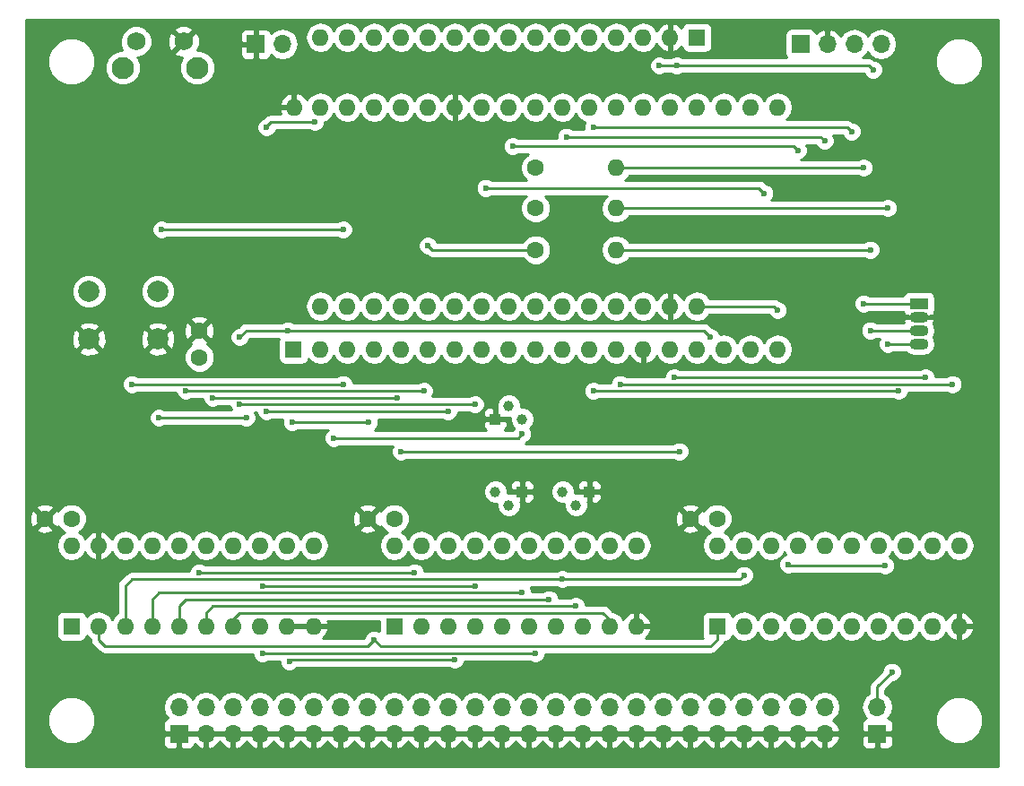
<source format=gbr>
G04 #@! TF.FileFunction,Copper,L2,Bot,Signal*
%FSLAX46Y46*%
G04 Gerber Fmt 4.6, Leading zero omitted, Abs format (unit mm)*
G04 Created by KiCad (PCBNEW 4.0.7) date 07/07/19 07:38:13*
%MOMM*%
%LPD*%
G01*
G04 APERTURE LIST*
%ADD10C,0.100000*%
%ADD11C,1.600000*%
%ADD12R,1.800000X1.070000*%
%ADD13O,1.800000X1.070000*%
%ADD14C,1.000000*%
%ADD15R,1.000000X1.000000*%
%ADD16O,1.600000X1.600000*%
%ADD17C,2.000000*%
%ADD18R,1.600000X1.600000*%
%ADD19R,1.700000X1.700000*%
%ADD20O,1.700000X1.700000*%
%ADD21C,2.100000*%
%ADD22C,1.750000*%
%ADD23C,0.600000*%
%ADD24C,0.250000*%
%ADD25C,0.254000*%
G04 APERTURE END LIST*
D10*
D11*
X130810000Y-116840000D03*
X128310000Y-116840000D03*
X161290000Y-116840000D03*
X158790000Y-116840000D03*
X191770000Y-116840000D03*
X189270000Y-116840000D03*
X142875000Y-101600000D03*
X142875000Y-99100000D03*
D12*
X210820000Y-96520000D03*
D13*
X210820000Y-97790000D03*
X210820000Y-99060000D03*
X210820000Y-100330000D03*
D14*
X172085000Y-106172000D03*
X173355000Y-107442000D03*
D15*
X170815000Y-107442000D03*
D14*
X172085000Y-115570000D03*
X170815000Y-114300000D03*
D15*
X173355000Y-114300000D03*
D14*
X178435000Y-115570000D03*
X177165000Y-114300000D03*
D15*
X179705000Y-114300000D03*
D11*
X174625000Y-83693000D03*
D16*
X182245000Y-83693000D03*
D11*
X174625000Y-87503000D03*
D16*
X182245000Y-87503000D03*
D11*
X174625000Y-91440000D03*
D16*
X182245000Y-91440000D03*
D17*
X132461000Y-99877000D03*
X132461000Y-95377000D03*
X138961000Y-99877000D03*
X138961000Y-95377000D03*
D18*
X191770000Y-127000000D03*
D16*
X214630000Y-119380000D03*
X194310000Y-127000000D03*
X212090000Y-119380000D03*
X196850000Y-127000000D03*
X209550000Y-119380000D03*
X199390000Y-127000000D03*
X207010000Y-119380000D03*
X201930000Y-127000000D03*
X204470000Y-119380000D03*
X204470000Y-127000000D03*
X201930000Y-119380000D03*
X207010000Y-127000000D03*
X199390000Y-119380000D03*
X209550000Y-127000000D03*
X196850000Y-119380000D03*
X212090000Y-127000000D03*
X194310000Y-119380000D03*
X214630000Y-127000000D03*
X191770000Y-119380000D03*
D18*
X161290000Y-127000000D03*
D16*
X184150000Y-119380000D03*
X163830000Y-127000000D03*
X181610000Y-119380000D03*
X166370000Y-127000000D03*
X179070000Y-119380000D03*
X168910000Y-127000000D03*
X176530000Y-119380000D03*
X171450000Y-127000000D03*
X173990000Y-119380000D03*
X173990000Y-127000000D03*
X171450000Y-119380000D03*
X176530000Y-127000000D03*
X168910000Y-119380000D03*
X179070000Y-127000000D03*
X166370000Y-119380000D03*
X181610000Y-127000000D03*
X163830000Y-119380000D03*
X184150000Y-127000000D03*
X161290000Y-119380000D03*
D18*
X130810000Y-127000000D03*
D16*
X153670000Y-119380000D03*
X133350000Y-127000000D03*
X151130000Y-119380000D03*
X135890000Y-127000000D03*
X148590000Y-119380000D03*
X138430000Y-127000000D03*
X146050000Y-119380000D03*
X140970000Y-127000000D03*
X143510000Y-119380000D03*
X143510000Y-127000000D03*
X140970000Y-119380000D03*
X146050000Y-127000000D03*
X138430000Y-119380000D03*
X148590000Y-127000000D03*
X135890000Y-119380000D03*
X151130000Y-127000000D03*
X133350000Y-119380000D03*
X153670000Y-127000000D03*
X130810000Y-119380000D03*
D19*
X140970000Y-137160000D03*
D20*
X140970000Y-134620000D03*
X143510000Y-137160000D03*
X143510000Y-134620000D03*
X146050000Y-137160000D03*
X146050000Y-134620000D03*
X148590000Y-137160000D03*
X148590000Y-134620000D03*
X151130000Y-137160000D03*
X151130000Y-134620000D03*
X153670000Y-137160000D03*
X153670000Y-134620000D03*
X156210000Y-137160000D03*
X156210000Y-134620000D03*
X158750000Y-137160000D03*
X158750000Y-134620000D03*
X161290000Y-137160000D03*
X161290000Y-134620000D03*
X163830000Y-137160000D03*
X163830000Y-134620000D03*
X166370000Y-137160000D03*
X166370000Y-134620000D03*
X168910000Y-137160000D03*
X168910000Y-134620000D03*
X171450000Y-137160000D03*
X171450000Y-134620000D03*
X173990000Y-137160000D03*
X173990000Y-134620000D03*
X176530000Y-137160000D03*
X176530000Y-134620000D03*
X179070000Y-137160000D03*
X179070000Y-134620000D03*
X181610000Y-137160000D03*
X181610000Y-134620000D03*
X184150000Y-137160000D03*
X184150000Y-134620000D03*
X186690000Y-137160000D03*
X186690000Y-134620000D03*
X189230000Y-137160000D03*
X189230000Y-134620000D03*
X191770000Y-137160000D03*
X191770000Y-134620000D03*
X194310000Y-137160000D03*
X194310000Y-134620000D03*
X196850000Y-137160000D03*
X196850000Y-134620000D03*
X199390000Y-137160000D03*
X199390000Y-134620000D03*
X201930000Y-137160000D03*
X201930000Y-134620000D03*
D18*
X189865000Y-71374000D03*
D16*
X187325000Y-71374000D03*
X184785000Y-71374000D03*
X182245000Y-71374000D03*
X179705000Y-71374000D03*
X177165000Y-71374000D03*
X154305000Y-96774000D03*
X174625000Y-71374000D03*
X156845000Y-96774000D03*
X172085000Y-71374000D03*
X159385000Y-96774000D03*
X169545000Y-71374000D03*
X161925000Y-96774000D03*
X167005000Y-71374000D03*
X164465000Y-96774000D03*
X164465000Y-71374000D03*
X167005000Y-96774000D03*
X161925000Y-71374000D03*
X169545000Y-96774000D03*
X159385000Y-71374000D03*
X172085000Y-96774000D03*
X156845000Y-71374000D03*
X174625000Y-96774000D03*
X154305000Y-71374000D03*
X177165000Y-96774000D03*
X179705000Y-96774000D03*
X182245000Y-96774000D03*
X184785000Y-96774000D03*
X187325000Y-96774000D03*
X189865000Y-96774000D03*
D18*
X151765000Y-100838000D03*
D16*
X154305000Y-100838000D03*
X197485000Y-77978000D03*
X156845000Y-100838000D03*
X194945000Y-77978000D03*
X159385000Y-100838000D03*
X192405000Y-77978000D03*
X161925000Y-100838000D03*
X189865000Y-77978000D03*
X164465000Y-100838000D03*
X187325000Y-77978000D03*
X167005000Y-100838000D03*
X184785000Y-77978000D03*
X169545000Y-100838000D03*
X182245000Y-77978000D03*
X172085000Y-100838000D03*
X179705000Y-77978000D03*
X174625000Y-100838000D03*
X177165000Y-77978000D03*
X177165000Y-100838000D03*
X174625000Y-77978000D03*
X179705000Y-100838000D03*
X172085000Y-77978000D03*
X182245000Y-100838000D03*
X169545000Y-77978000D03*
X184785000Y-100838000D03*
X167005000Y-77978000D03*
X187325000Y-100838000D03*
X164465000Y-77978000D03*
X189865000Y-100838000D03*
X161925000Y-77978000D03*
X192405000Y-100838000D03*
X159385000Y-77978000D03*
X194945000Y-100838000D03*
X156845000Y-77978000D03*
X197485000Y-100838000D03*
X154305000Y-77978000D03*
X151828500Y-77978000D03*
D19*
X206883000Y-137160000D03*
D20*
X206883000Y-134620000D03*
D19*
X148209000Y-72009000D03*
D20*
X150749000Y-72009000D03*
D19*
X199644000Y-72009000D03*
D20*
X202184000Y-72009000D03*
X204724000Y-72009000D03*
X207264000Y-72009000D03*
D21*
X142666000Y-74245000D03*
D22*
X141406000Y-71755000D03*
X136906000Y-71755000D03*
D21*
X135656000Y-74245000D03*
D23*
X191135000Y-99695000D03*
X151257000Y-99060000D03*
X146685000Y-99695000D03*
X156972000Y-131826000D03*
X156972000Y-127000000D03*
X178435000Y-125095000D03*
X175895000Y-124460000D03*
X173355000Y-123825000D03*
X159385000Y-128270000D03*
X155575000Y-109220000D03*
X173355000Y-108839000D03*
X151384000Y-130302000D03*
X167005000Y-130175000D03*
X148844000Y-129540000D03*
X174625000Y-129540000D03*
X142875000Y-121920000D03*
X163195000Y-121920000D03*
X164465000Y-91059000D03*
X156464000Y-104140000D03*
X136525000Y-104140000D03*
X161544000Y-105410000D03*
X144145000Y-105410000D03*
X187960000Y-74041000D03*
X186309000Y-74041000D03*
X206502000Y-74422000D03*
X164084000Y-104775000D03*
X141605000Y-104775000D03*
X166370000Y-106680000D03*
X149225000Y-106680000D03*
X168910000Y-106045000D03*
X146685000Y-106045000D03*
X204470000Y-80264000D03*
X180086000Y-79883000D03*
X177546000Y-80772000D03*
X201930000Y-81153000D03*
X180086000Y-104775000D03*
X208915000Y-104775000D03*
X172466000Y-81661000D03*
X199390000Y-82042000D03*
X182626000Y-104140000D03*
X213995000Y-104140000D03*
X196215000Y-86106000D03*
X169926000Y-85598000D03*
X187706000Y-103505000D03*
X211455000Y-103505000D03*
X149225000Y-79883000D03*
X153797000Y-79375000D03*
X139065000Y-107315000D03*
X147320000Y-107315000D03*
X194310000Y-122174000D03*
X177165000Y-122555000D03*
X151638000Y-107696000D03*
X158877000Y-107696000D03*
X168910000Y-123190000D03*
X148844000Y-123190000D03*
X207645000Y-121285000D03*
X208280000Y-131318000D03*
X198501000Y-121158000D03*
X197485000Y-97155000D03*
X188214000Y-110490000D03*
X161925000Y-110490000D03*
X139319000Y-89535000D03*
X156464000Y-89535000D03*
X205613000Y-83693000D03*
X205613000Y-96520000D03*
X206248000Y-99060000D03*
X206248000Y-91440000D03*
X207899000Y-100330000D03*
X207899000Y-87503000D03*
D24*
X151257000Y-99060000D02*
X190500000Y-99060000D01*
X190500000Y-99060000D02*
X191135000Y-99695000D01*
X147320000Y-99060000D02*
X151257000Y-99060000D01*
X146685000Y-99695000D02*
X147320000Y-99060000D01*
X153670000Y-127000000D02*
X156972000Y-127000000D01*
X146050000Y-126365000D02*
X146685000Y-125730000D01*
X180975000Y-125730000D02*
X181610000Y-126365000D01*
X181610000Y-126365000D02*
X181610000Y-127000000D01*
X146050000Y-127000000D02*
X146050000Y-126365000D01*
X180340000Y-125730000D02*
X180975000Y-125730000D01*
X146685000Y-125730000D02*
X180340000Y-125730000D01*
X144780000Y-125095000D02*
X144145000Y-125095000D01*
X178435000Y-125095000D02*
X144780000Y-125095000D01*
X143510000Y-125730000D02*
X143510000Y-127000000D01*
X144145000Y-125095000D02*
X143510000Y-125730000D01*
X143510000Y-126365000D02*
X143510000Y-127000000D01*
X142240000Y-124460000D02*
X141605000Y-124460000D01*
X175895000Y-124460000D02*
X142240000Y-124460000D01*
X140970000Y-127000000D02*
X140970000Y-125730000D01*
X140970000Y-125095000D02*
X140970000Y-125730000D01*
X141605000Y-124460000D02*
X140970000Y-125095000D01*
X139700000Y-123825000D02*
X139065000Y-123825000D01*
X138430000Y-127000000D02*
X138430000Y-125095000D01*
X173355000Y-123825000D02*
X139700000Y-123825000D01*
X138430000Y-124460000D02*
X138430000Y-125095000D01*
X139065000Y-123825000D02*
X138430000Y-124460000D01*
X159385000Y-128270000D02*
X160020000Y-128905000D01*
X191770000Y-128270000D02*
X191135000Y-128905000D01*
X191135000Y-128905000D02*
X160020000Y-128905000D01*
X191770000Y-128270000D02*
X191770000Y-127000000D01*
X159385000Y-128270000D02*
X158750000Y-128905000D01*
X133350000Y-128270000D02*
X133985000Y-128905000D01*
X133985000Y-128905000D02*
X158750000Y-128905000D01*
X133350000Y-128270000D02*
X133350000Y-127000000D01*
X167640000Y-109220000D02*
X172974000Y-109220000D01*
X155575000Y-109220000D02*
X167640000Y-109220000D01*
X172974000Y-109220000D02*
X173355000Y-108839000D01*
X153162000Y-130175000D02*
X151511000Y-130175000D01*
X151511000Y-130175000D02*
X151384000Y-130302000D01*
X153035000Y-130175000D02*
X153162000Y-130175000D01*
X153162000Y-130175000D02*
X167005000Y-130175000D01*
X150622000Y-129540000D02*
X148844000Y-129540000D01*
X150495000Y-129540000D02*
X150622000Y-129540000D01*
X150622000Y-129540000D02*
X174625000Y-129540000D01*
X142875000Y-121920000D02*
X163195000Y-121920000D01*
X174625000Y-91440000D02*
X164846000Y-91440000D01*
X164846000Y-91440000D02*
X164465000Y-91059000D01*
X136525000Y-104140000D02*
X151130000Y-104140000D01*
X151130000Y-104140000D02*
X156464000Y-104140000D01*
X156210000Y-105410000D02*
X161544000Y-105410000D01*
X144145000Y-105410000D02*
X156210000Y-105410000D01*
X206502000Y-74422000D02*
X206121000Y-74041000D01*
X206121000Y-74041000D02*
X187960000Y-74041000D01*
X187960000Y-74041000D02*
X186309000Y-74041000D01*
X164084000Y-104775000D02*
X164211000Y-104775000D01*
X158750000Y-104775000D02*
X164084000Y-104775000D01*
X141605000Y-104775000D02*
X158750000Y-104775000D01*
X166370000Y-106680000D02*
X161290000Y-106680000D01*
X149225000Y-106680000D02*
X161290000Y-106680000D01*
X168910000Y-106045000D02*
X163830000Y-106045000D01*
X146685000Y-106045000D02*
X163830000Y-106045000D01*
X204089000Y-79883000D02*
X204470000Y-80264000D01*
X201803000Y-79883000D02*
X193294000Y-79883000D01*
X184277000Y-79883000D02*
X180086000Y-79883000D01*
X193294000Y-79883000D02*
X184277000Y-79883000D01*
X201803000Y-79883000D02*
X204089000Y-79883000D01*
X196342000Y-80772000D02*
X201549000Y-80772000D01*
X177546000Y-80772000D02*
X186055000Y-80772000D01*
X196342000Y-80772000D02*
X186055000Y-80772000D01*
X201549000Y-80772000D02*
X201930000Y-81153000D01*
X180086000Y-104775000D02*
X208915000Y-104775000D01*
X194310000Y-81661000D02*
X199009000Y-81661000D01*
X172466000Y-81661000D02*
X180721000Y-81661000D01*
X194310000Y-81661000D02*
X180721000Y-81661000D01*
X199009000Y-81661000D02*
X199390000Y-82042000D01*
X182626000Y-104140000D02*
X213995000Y-104140000D01*
X196215000Y-86106000D02*
X195707000Y-85598000D01*
X195707000Y-85598000D02*
X183134000Y-85598000D01*
X169926000Y-85598000D02*
X183134000Y-85598000D01*
X211455000Y-103505000D02*
X187706000Y-103505000D01*
X149225000Y-79756000D02*
X149225000Y-79883000D01*
X149606000Y-79375000D02*
X149225000Y-79756000D01*
X153797000Y-79375000D02*
X149606000Y-79375000D01*
X147320000Y-107315000D02*
X139065000Y-107315000D01*
X177165000Y-122555000D02*
X193929000Y-122555000D01*
X193929000Y-122555000D02*
X194310000Y-122174000D01*
X135890000Y-123190000D02*
X135890000Y-127000000D01*
X136525000Y-122555000D02*
X135890000Y-123190000D01*
X177165000Y-122555000D02*
X136525000Y-122555000D01*
X151638000Y-107696000D02*
X158877000Y-107696000D01*
X168910000Y-123190000D02*
X148844000Y-123190000D01*
X206883000Y-134620000D02*
X206883000Y-132715000D01*
X206883000Y-132715000D02*
X208280000Y-131318000D01*
X198628000Y-121285000D02*
X207645000Y-121285000D01*
X198501000Y-121158000D02*
X198628000Y-121285000D01*
X189865000Y-96774000D02*
X197104000Y-96774000D01*
X197104000Y-96774000D02*
X197485000Y-97155000D01*
X161925000Y-110490000D02*
X188214000Y-110490000D01*
X139319000Y-89535000D02*
X140716000Y-89535000D01*
X142621000Y-89535000D02*
X140716000Y-89535000D01*
X140716000Y-89535000D02*
X140589000Y-89535000D01*
X156464000Y-89535000D02*
X151257000Y-89535000D01*
X151384000Y-89535000D02*
X151257000Y-89535000D01*
X151257000Y-89535000D02*
X142621000Y-89535000D01*
X142621000Y-89535000D02*
X142390000Y-89535000D01*
X205613000Y-83693000D02*
X205232000Y-83693000D01*
X205232000Y-83693000D02*
X182245000Y-83693000D01*
X205613000Y-96520000D02*
X210820000Y-96520000D01*
X210820000Y-99060000D02*
X206248000Y-99060000D01*
X206248000Y-91440000D02*
X205740000Y-91440000D01*
X205740000Y-91440000D02*
X182245000Y-91440000D01*
X207899000Y-100330000D02*
X210820000Y-100330000D01*
X182245000Y-87503000D02*
X207899000Y-87503000D01*
D25*
G36*
X218313000Y-140208000D02*
X126492000Y-140208000D01*
X126492000Y-136332619D01*
X128574613Y-136332619D01*
X128914155Y-137154372D01*
X129542321Y-137783636D01*
X130363481Y-138124611D01*
X131252619Y-138125387D01*
X132074372Y-137785845D01*
X132415061Y-137445750D01*
X139485000Y-137445750D01*
X139485000Y-138136309D01*
X139581673Y-138369698D01*
X139760301Y-138548327D01*
X139993690Y-138645000D01*
X140684250Y-138645000D01*
X140843000Y-138486250D01*
X140843000Y-137287000D01*
X141097000Y-137287000D01*
X141097000Y-138486250D01*
X141255750Y-138645000D01*
X141946310Y-138645000D01*
X142179699Y-138548327D01*
X142358327Y-138369698D01*
X142445136Y-138160122D01*
X142743076Y-138431645D01*
X143153110Y-138601476D01*
X143383000Y-138480155D01*
X143383000Y-137287000D01*
X143637000Y-137287000D01*
X143637000Y-138480155D01*
X143866890Y-138601476D01*
X144276924Y-138431645D01*
X144705183Y-138041358D01*
X144780000Y-137882046D01*
X144854817Y-138041358D01*
X145283076Y-138431645D01*
X145693110Y-138601476D01*
X145923000Y-138480155D01*
X145923000Y-137287000D01*
X146177000Y-137287000D01*
X146177000Y-138480155D01*
X146406890Y-138601476D01*
X146816924Y-138431645D01*
X147245183Y-138041358D01*
X147320000Y-137882046D01*
X147394817Y-138041358D01*
X147823076Y-138431645D01*
X148233110Y-138601476D01*
X148463000Y-138480155D01*
X148463000Y-137287000D01*
X148717000Y-137287000D01*
X148717000Y-138480155D01*
X148946890Y-138601476D01*
X149356924Y-138431645D01*
X149785183Y-138041358D01*
X149860000Y-137882046D01*
X149934817Y-138041358D01*
X150363076Y-138431645D01*
X150773110Y-138601476D01*
X151003000Y-138480155D01*
X151003000Y-137287000D01*
X151257000Y-137287000D01*
X151257000Y-138480155D01*
X151486890Y-138601476D01*
X151896924Y-138431645D01*
X152325183Y-138041358D01*
X152400000Y-137882046D01*
X152474817Y-138041358D01*
X152903076Y-138431645D01*
X153313110Y-138601476D01*
X153543000Y-138480155D01*
X153543000Y-137287000D01*
X153797000Y-137287000D01*
X153797000Y-138480155D01*
X154026890Y-138601476D01*
X154436924Y-138431645D01*
X154865183Y-138041358D01*
X154940000Y-137882046D01*
X155014817Y-138041358D01*
X155443076Y-138431645D01*
X155853110Y-138601476D01*
X156083000Y-138480155D01*
X156083000Y-137287000D01*
X156337000Y-137287000D01*
X156337000Y-138480155D01*
X156566890Y-138601476D01*
X156976924Y-138431645D01*
X157405183Y-138041358D01*
X157480000Y-137882046D01*
X157554817Y-138041358D01*
X157983076Y-138431645D01*
X158393110Y-138601476D01*
X158623000Y-138480155D01*
X158623000Y-137287000D01*
X158877000Y-137287000D01*
X158877000Y-138480155D01*
X159106890Y-138601476D01*
X159516924Y-138431645D01*
X159945183Y-138041358D01*
X160020000Y-137882046D01*
X160094817Y-138041358D01*
X160523076Y-138431645D01*
X160933110Y-138601476D01*
X161163000Y-138480155D01*
X161163000Y-137287000D01*
X161417000Y-137287000D01*
X161417000Y-138480155D01*
X161646890Y-138601476D01*
X162056924Y-138431645D01*
X162485183Y-138041358D01*
X162560000Y-137882046D01*
X162634817Y-138041358D01*
X163063076Y-138431645D01*
X163473110Y-138601476D01*
X163703000Y-138480155D01*
X163703000Y-137287000D01*
X163957000Y-137287000D01*
X163957000Y-138480155D01*
X164186890Y-138601476D01*
X164596924Y-138431645D01*
X165025183Y-138041358D01*
X165100000Y-137882046D01*
X165174817Y-138041358D01*
X165603076Y-138431645D01*
X166013110Y-138601476D01*
X166243000Y-138480155D01*
X166243000Y-137287000D01*
X166497000Y-137287000D01*
X166497000Y-138480155D01*
X166726890Y-138601476D01*
X167136924Y-138431645D01*
X167565183Y-138041358D01*
X167640000Y-137882046D01*
X167714817Y-138041358D01*
X168143076Y-138431645D01*
X168553110Y-138601476D01*
X168783000Y-138480155D01*
X168783000Y-137287000D01*
X169037000Y-137287000D01*
X169037000Y-138480155D01*
X169266890Y-138601476D01*
X169676924Y-138431645D01*
X170105183Y-138041358D01*
X170180000Y-137882046D01*
X170254817Y-138041358D01*
X170683076Y-138431645D01*
X171093110Y-138601476D01*
X171323000Y-138480155D01*
X171323000Y-137287000D01*
X171577000Y-137287000D01*
X171577000Y-138480155D01*
X171806890Y-138601476D01*
X172216924Y-138431645D01*
X172645183Y-138041358D01*
X172720000Y-137882046D01*
X172794817Y-138041358D01*
X173223076Y-138431645D01*
X173633110Y-138601476D01*
X173863000Y-138480155D01*
X173863000Y-137287000D01*
X174117000Y-137287000D01*
X174117000Y-138480155D01*
X174346890Y-138601476D01*
X174756924Y-138431645D01*
X175185183Y-138041358D01*
X175260000Y-137882046D01*
X175334817Y-138041358D01*
X175763076Y-138431645D01*
X176173110Y-138601476D01*
X176403000Y-138480155D01*
X176403000Y-137287000D01*
X176657000Y-137287000D01*
X176657000Y-138480155D01*
X176886890Y-138601476D01*
X177296924Y-138431645D01*
X177725183Y-138041358D01*
X177800000Y-137882046D01*
X177874817Y-138041358D01*
X178303076Y-138431645D01*
X178713110Y-138601476D01*
X178943000Y-138480155D01*
X178943000Y-137287000D01*
X179197000Y-137287000D01*
X179197000Y-138480155D01*
X179426890Y-138601476D01*
X179836924Y-138431645D01*
X180265183Y-138041358D01*
X180340000Y-137882046D01*
X180414817Y-138041358D01*
X180843076Y-138431645D01*
X181253110Y-138601476D01*
X181483000Y-138480155D01*
X181483000Y-137287000D01*
X181737000Y-137287000D01*
X181737000Y-138480155D01*
X181966890Y-138601476D01*
X182376924Y-138431645D01*
X182805183Y-138041358D01*
X182880000Y-137882046D01*
X182954817Y-138041358D01*
X183383076Y-138431645D01*
X183793110Y-138601476D01*
X184023000Y-138480155D01*
X184023000Y-137287000D01*
X184277000Y-137287000D01*
X184277000Y-138480155D01*
X184506890Y-138601476D01*
X184916924Y-138431645D01*
X185345183Y-138041358D01*
X185420000Y-137882046D01*
X185494817Y-138041358D01*
X185923076Y-138431645D01*
X186333110Y-138601476D01*
X186563000Y-138480155D01*
X186563000Y-137287000D01*
X186817000Y-137287000D01*
X186817000Y-138480155D01*
X187046890Y-138601476D01*
X187456924Y-138431645D01*
X187885183Y-138041358D01*
X187960000Y-137882046D01*
X188034817Y-138041358D01*
X188463076Y-138431645D01*
X188873110Y-138601476D01*
X189103000Y-138480155D01*
X189103000Y-137287000D01*
X189357000Y-137287000D01*
X189357000Y-138480155D01*
X189586890Y-138601476D01*
X189996924Y-138431645D01*
X190425183Y-138041358D01*
X190500000Y-137882046D01*
X190574817Y-138041358D01*
X191003076Y-138431645D01*
X191413110Y-138601476D01*
X191643000Y-138480155D01*
X191643000Y-137287000D01*
X191897000Y-137287000D01*
X191897000Y-138480155D01*
X192126890Y-138601476D01*
X192536924Y-138431645D01*
X192965183Y-138041358D01*
X193040000Y-137882046D01*
X193114817Y-138041358D01*
X193543076Y-138431645D01*
X193953110Y-138601476D01*
X194183000Y-138480155D01*
X194183000Y-137287000D01*
X194437000Y-137287000D01*
X194437000Y-138480155D01*
X194666890Y-138601476D01*
X195076924Y-138431645D01*
X195505183Y-138041358D01*
X195580000Y-137882046D01*
X195654817Y-138041358D01*
X196083076Y-138431645D01*
X196493110Y-138601476D01*
X196723000Y-138480155D01*
X196723000Y-137287000D01*
X196977000Y-137287000D01*
X196977000Y-138480155D01*
X197206890Y-138601476D01*
X197616924Y-138431645D01*
X198045183Y-138041358D01*
X198120000Y-137882046D01*
X198194817Y-138041358D01*
X198623076Y-138431645D01*
X199033110Y-138601476D01*
X199263000Y-138480155D01*
X199263000Y-137287000D01*
X199517000Y-137287000D01*
X199517000Y-138480155D01*
X199746890Y-138601476D01*
X200156924Y-138431645D01*
X200585183Y-138041358D01*
X200660000Y-137882046D01*
X200734817Y-138041358D01*
X201163076Y-138431645D01*
X201573110Y-138601476D01*
X201803000Y-138480155D01*
X201803000Y-137287000D01*
X202057000Y-137287000D01*
X202057000Y-138480155D01*
X202286890Y-138601476D01*
X202696924Y-138431645D01*
X203125183Y-138041358D01*
X203371486Y-137516892D01*
X203334145Y-137445750D01*
X205398000Y-137445750D01*
X205398000Y-138136310D01*
X205494673Y-138369699D01*
X205673302Y-138548327D01*
X205906691Y-138645000D01*
X206597250Y-138645000D01*
X206756000Y-138486250D01*
X206756000Y-137287000D01*
X207010000Y-137287000D01*
X207010000Y-138486250D01*
X207168750Y-138645000D01*
X207859309Y-138645000D01*
X208092698Y-138548327D01*
X208271327Y-138369699D01*
X208368000Y-138136310D01*
X208368000Y-137445750D01*
X208209250Y-137287000D01*
X207010000Y-137287000D01*
X206756000Y-137287000D01*
X205556750Y-137287000D01*
X205398000Y-137445750D01*
X203334145Y-137445750D01*
X203250819Y-137287000D01*
X202057000Y-137287000D01*
X201803000Y-137287000D01*
X199517000Y-137287000D01*
X199263000Y-137287000D01*
X196977000Y-137287000D01*
X196723000Y-137287000D01*
X194437000Y-137287000D01*
X194183000Y-137287000D01*
X191897000Y-137287000D01*
X191643000Y-137287000D01*
X189357000Y-137287000D01*
X189103000Y-137287000D01*
X186817000Y-137287000D01*
X186563000Y-137287000D01*
X184277000Y-137287000D01*
X184023000Y-137287000D01*
X181737000Y-137287000D01*
X181483000Y-137287000D01*
X179197000Y-137287000D01*
X178943000Y-137287000D01*
X176657000Y-137287000D01*
X176403000Y-137287000D01*
X174117000Y-137287000D01*
X173863000Y-137287000D01*
X171577000Y-137287000D01*
X171323000Y-137287000D01*
X169037000Y-137287000D01*
X168783000Y-137287000D01*
X166497000Y-137287000D01*
X166243000Y-137287000D01*
X163957000Y-137287000D01*
X163703000Y-137287000D01*
X161417000Y-137287000D01*
X161163000Y-137287000D01*
X158877000Y-137287000D01*
X158623000Y-137287000D01*
X156337000Y-137287000D01*
X156083000Y-137287000D01*
X153797000Y-137287000D01*
X153543000Y-137287000D01*
X151257000Y-137287000D01*
X151003000Y-137287000D01*
X148717000Y-137287000D01*
X148463000Y-137287000D01*
X146177000Y-137287000D01*
X145923000Y-137287000D01*
X143637000Y-137287000D01*
X143383000Y-137287000D01*
X141097000Y-137287000D01*
X140843000Y-137287000D01*
X139643750Y-137287000D01*
X139485000Y-137445750D01*
X132415061Y-137445750D01*
X132703636Y-137157679D01*
X133044611Y-136336519D01*
X133045387Y-135447381D01*
X132705845Y-134625628D01*
X132671185Y-134590907D01*
X139485000Y-134590907D01*
X139485000Y-134649093D01*
X139598039Y-135217378D01*
X139919946Y-135699147D01*
X139925858Y-135703097D01*
X139760301Y-135771673D01*
X139581673Y-135950302D01*
X139485000Y-136183691D01*
X139485000Y-136874250D01*
X139643750Y-137033000D01*
X140843000Y-137033000D01*
X140843000Y-137013000D01*
X141097000Y-137013000D01*
X141097000Y-137033000D01*
X143383000Y-137033000D01*
X143383000Y-137013000D01*
X143637000Y-137013000D01*
X143637000Y-137033000D01*
X145923000Y-137033000D01*
X145923000Y-137013000D01*
X146177000Y-137013000D01*
X146177000Y-137033000D01*
X148463000Y-137033000D01*
X148463000Y-137013000D01*
X148717000Y-137013000D01*
X148717000Y-137033000D01*
X151003000Y-137033000D01*
X151003000Y-137013000D01*
X151257000Y-137013000D01*
X151257000Y-137033000D01*
X153543000Y-137033000D01*
X153543000Y-137013000D01*
X153797000Y-137013000D01*
X153797000Y-137033000D01*
X156083000Y-137033000D01*
X156083000Y-137013000D01*
X156337000Y-137013000D01*
X156337000Y-137033000D01*
X158623000Y-137033000D01*
X158623000Y-137013000D01*
X158877000Y-137013000D01*
X158877000Y-137033000D01*
X161163000Y-137033000D01*
X161163000Y-137013000D01*
X161417000Y-137013000D01*
X161417000Y-137033000D01*
X163703000Y-137033000D01*
X163703000Y-137013000D01*
X163957000Y-137013000D01*
X163957000Y-137033000D01*
X166243000Y-137033000D01*
X166243000Y-137013000D01*
X166497000Y-137013000D01*
X166497000Y-137033000D01*
X168783000Y-137033000D01*
X168783000Y-137013000D01*
X169037000Y-137013000D01*
X169037000Y-137033000D01*
X171323000Y-137033000D01*
X171323000Y-137013000D01*
X171577000Y-137013000D01*
X171577000Y-137033000D01*
X173863000Y-137033000D01*
X173863000Y-137013000D01*
X174117000Y-137013000D01*
X174117000Y-137033000D01*
X176403000Y-137033000D01*
X176403000Y-137013000D01*
X176657000Y-137013000D01*
X176657000Y-137033000D01*
X178943000Y-137033000D01*
X178943000Y-137013000D01*
X179197000Y-137013000D01*
X179197000Y-137033000D01*
X181483000Y-137033000D01*
X181483000Y-137013000D01*
X181737000Y-137013000D01*
X181737000Y-137033000D01*
X184023000Y-137033000D01*
X184023000Y-137013000D01*
X184277000Y-137013000D01*
X184277000Y-137033000D01*
X186563000Y-137033000D01*
X186563000Y-137013000D01*
X186817000Y-137013000D01*
X186817000Y-137033000D01*
X189103000Y-137033000D01*
X189103000Y-137013000D01*
X189357000Y-137013000D01*
X189357000Y-137033000D01*
X191643000Y-137033000D01*
X191643000Y-137013000D01*
X191897000Y-137013000D01*
X191897000Y-137033000D01*
X194183000Y-137033000D01*
X194183000Y-137013000D01*
X194437000Y-137013000D01*
X194437000Y-137033000D01*
X196723000Y-137033000D01*
X196723000Y-137013000D01*
X196977000Y-137013000D01*
X196977000Y-137033000D01*
X199263000Y-137033000D01*
X199263000Y-137013000D01*
X199517000Y-137013000D01*
X199517000Y-137033000D01*
X201803000Y-137033000D01*
X201803000Y-137013000D01*
X202057000Y-137013000D01*
X202057000Y-137033000D01*
X203250819Y-137033000D01*
X203371486Y-136803108D01*
X203125183Y-136278642D01*
X202696924Y-135888355D01*
X202696899Y-135888345D01*
X202980054Y-135699147D01*
X203301961Y-135217378D01*
X203415000Y-134649093D01*
X203415000Y-134620000D01*
X205368907Y-134620000D01*
X205481946Y-135188285D01*
X205803853Y-135670054D01*
X205847777Y-135699403D01*
X205673302Y-135771673D01*
X205494673Y-135950301D01*
X205398000Y-136183690D01*
X205398000Y-136874250D01*
X205556750Y-137033000D01*
X206756000Y-137033000D01*
X206756000Y-137013000D01*
X207010000Y-137013000D01*
X207010000Y-137033000D01*
X208209250Y-137033000D01*
X208368000Y-136874250D01*
X208368000Y-136332619D01*
X212394613Y-136332619D01*
X212734155Y-137154372D01*
X213362321Y-137783636D01*
X214183481Y-138124611D01*
X215072619Y-138125387D01*
X215894372Y-137785845D01*
X216523636Y-137157679D01*
X216864611Y-136336519D01*
X216865387Y-135447381D01*
X216525845Y-134625628D01*
X215897679Y-133996364D01*
X215076519Y-133655389D01*
X214187381Y-133654613D01*
X213365628Y-133994155D01*
X212736364Y-134622321D01*
X212395389Y-135443481D01*
X212394613Y-136332619D01*
X208368000Y-136332619D01*
X208368000Y-136183690D01*
X208271327Y-135950301D01*
X208092698Y-135771673D01*
X207918223Y-135699403D01*
X207962147Y-135670054D01*
X208284054Y-135188285D01*
X208397093Y-134620000D01*
X208284054Y-134051715D01*
X207962147Y-133569946D01*
X207643000Y-133356699D01*
X207643000Y-133029802D01*
X208419680Y-132253122D01*
X208465167Y-132253162D01*
X208808943Y-132111117D01*
X209072192Y-131848327D01*
X209214838Y-131504799D01*
X209215162Y-131132833D01*
X209073117Y-130789057D01*
X208810327Y-130525808D01*
X208466799Y-130383162D01*
X208094833Y-130382838D01*
X207751057Y-130524883D01*
X207487808Y-130787673D01*
X207345162Y-131131201D01*
X207345121Y-131178077D01*
X206345599Y-132177599D01*
X206180852Y-132424161D01*
X206123000Y-132715000D01*
X206123000Y-133356699D01*
X205803853Y-133569946D01*
X205481946Y-134051715D01*
X205368907Y-134620000D01*
X203415000Y-134620000D01*
X203415000Y-134590907D01*
X203301961Y-134022622D01*
X202980054Y-133540853D01*
X202498285Y-133218946D01*
X201930000Y-133105907D01*
X201361715Y-133218946D01*
X200879946Y-133540853D01*
X200660000Y-133870026D01*
X200440054Y-133540853D01*
X199958285Y-133218946D01*
X199390000Y-133105907D01*
X198821715Y-133218946D01*
X198339946Y-133540853D01*
X198120000Y-133870026D01*
X197900054Y-133540853D01*
X197418285Y-133218946D01*
X196850000Y-133105907D01*
X196281715Y-133218946D01*
X195799946Y-133540853D01*
X195580000Y-133870026D01*
X195360054Y-133540853D01*
X194878285Y-133218946D01*
X194310000Y-133105907D01*
X193741715Y-133218946D01*
X193259946Y-133540853D01*
X193040000Y-133870026D01*
X192820054Y-133540853D01*
X192338285Y-133218946D01*
X191770000Y-133105907D01*
X191201715Y-133218946D01*
X190719946Y-133540853D01*
X190500000Y-133870026D01*
X190280054Y-133540853D01*
X189798285Y-133218946D01*
X189230000Y-133105907D01*
X188661715Y-133218946D01*
X188179946Y-133540853D01*
X187960000Y-133870026D01*
X187740054Y-133540853D01*
X187258285Y-133218946D01*
X186690000Y-133105907D01*
X186121715Y-133218946D01*
X185639946Y-133540853D01*
X185420000Y-133870026D01*
X185200054Y-133540853D01*
X184718285Y-133218946D01*
X184150000Y-133105907D01*
X183581715Y-133218946D01*
X183099946Y-133540853D01*
X182880000Y-133870026D01*
X182660054Y-133540853D01*
X182178285Y-133218946D01*
X181610000Y-133105907D01*
X181041715Y-133218946D01*
X180559946Y-133540853D01*
X180340000Y-133870026D01*
X180120054Y-133540853D01*
X179638285Y-133218946D01*
X179070000Y-133105907D01*
X178501715Y-133218946D01*
X178019946Y-133540853D01*
X177800000Y-133870026D01*
X177580054Y-133540853D01*
X177098285Y-133218946D01*
X176530000Y-133105907D01*
X175961715Y-133218946D01*
X175479946Y-133540853D01*
X175260000Y-133870026D01*
X175040054Y-133540853D01*
X174558285Y-133218946D01*
X173990000Y-133105907D01*
X173421715Y-133218946D01*
X172939946Y-133540853D01*
X172720000Y-133870026D01*
X172500054Y-133540853D01*
X172018285Y-133218946D01*
X171450000Y-133105907D01*
X170881715Y-133218946D01*
X170399946Y-133540853D01*
X170180000Y-133870026D01*
X169960054Y-133540853D01*
X169478285Y-133218946D01*
X168910000Y-133105907D01*
X168341715Y-133218946D01*
X167859946Y-133540853D01*
X167640000Y-133870026D01*
X167420054Y-133540853D01*
X166938285Y-133218946D01*
X166370000Y-133105907D01*
X165801715Y-133218946D01*
X165319946Y-133540853D01*
X165100000Y-133870026D01*
X164880054Y-133540853D01*
X164398285Y-133218946D01*
X163830000Y-133105907D01*
X163261715Y-133218946D01*
X162779946Y-133540853D01*
X162560000Y-133870026D01*
X162340054Y-133540853D01*
X161858285Y-133218946D01*
X161290000Y-133105907D01*
X160721715Y-133218946D01*
X160239946Y-133540853D01*
X160020000Y-133870026D01*
X159800054Y-133540853D01*
X159318285Y-133218946D01*
X158750000Y-133105907D01*
X158181715Y-133218946D01*
X157699946Y-133540853D01*
X157480000Y-133870026D01*
X157260054Y-133540853D01*
X156778285Y-133218946D01*
X156210000Y-133105907D01*
X155641715Y-133218946D01*
X155159946Y-133540853D01*
X154940000Y-133870026D01*
X154720054Y-133540853D01*
X154238285Y-133218946D01*
X153670000Y-133105907D01*
X153101715Y-133218946D01*
X152619946Y-133540853D01*
X152400000Y-133870026D01*
X152180054Y-133540853D01*
X151698285Y-133218946D01*
X151130000Y-133105907D01*
X150561715Y-133218946D01*
X150079946Y-133540853D01*
X149860000Y-133870026D01*
X149640054Y-133540853D01*
X149158285Y-133218946D01*
X148590000Y-133105907D01*
X148021715Y-133218946D01*
X147539946Y-133540853D01*
X147320000Y-133870026D01*
X147100054Y-133540853D01*
X146618285Y-133218946D01*
X146050000Y-133105907D01*
X145481715Y-133218946D01*
X144999946Y-133540853D01*
X144780000Y-133870026D01*
X144560054Y-133540853D01*
X144078285Y-133218946D01*
X143510000Y-133105907D01*
X142941715Y-133218946D01*
X142459946Y-133540853D01*
X142240000Y-133870026D01*
X142020054Y-133540853D01*
X141538285Y-133218946D01*
X140970000Y-133105907D01*
X140401715Y-133218946D01*
X139919946Y-133540853D01*
X139598039Y-134022622D01*
X139485000Y-134590907D01*
X132671185Y-134590907D01*
X132077679Y-133996364D01*
X131256519Y-133655389D01*
X130367381Y-133654613D01*
X129545628Y-133994155D01*
X128916364Y-134622321D01*
X128575389Y-135443481D01*
X128574613Y-136332619D01*
X126492000Y-136332619D01*
X126492000Y-126200000D01*
X129362560Y-126200000D01*
X129362560Y-127800000D01*
X129406838Y-128035317D01*
X129545910Y-128251441D01*
X129758110Y-128396431D01*
X130010000Y-128447440D01*
X131610000Y-128447440D01*
X131845317Y-128403162D01*
X132061441Y-128264090D01*
X132206431Y-128051890D01*
X132237815Y-127896911D01*
X132335302Y-128042811D01*
X132590000Y-128212995D01*
X132590000Y-128270000D01*
X132647852Y-128560839D01*
X132812599Y-128807401D01*
X133447599Y-129442401D01*
X133694161Y-129607148D01*
X133985000Y-129665000D01*
X147908890Y-129665000D01*
X147908838Y-129725167D01*
X148050883Y-130068943D01*
X148313673Y-130332192D01*
X148657201Y-130474838D01*
X149029167Y-130475162D01*
X149372943Y-130333117D01*
X149406118Y-130300000D01*
X150449001Y-130300000D01*
X150448838Y-130487167D01*
X150590883Y-130830943D01*
X150853673Y-131094192D01*
X151197201Y-131236838D01*
X151569167Y-131237162D01*
X151912943Y-131095117D01*
X152073340Y-130935000D01*
X166442537Y-130935000D01*
X166474673Y-130967192D01*
X166818201Y-131109838D01*
X167190167Y-131110162D01*
X167533943Y-130968117D01*
X167797192Y-130705327D01*
X167939838Y-130361799D01*
X167939892Y-130300000D01*
X174062537Y-130300000D01*
X174094673Y-130332192D01*
X174438201Y-130474838D01*
X174810167Y-130475162D01*
X175153943Y-130333117D01*
X175417192Y-130070327D01*
X175559838Y-129726799D01*
X175559892Y-129665000D01*
X191135000Y-129665000D01*
X191425839Y-129607148D01*
X191672401Y-129442401D01*
X192307401Y-128807401D01*
X192472148Y-128560839D01*
X192494705Y-128447440D01*
X192570000Y-128447440D01*
X192805317Y-128403162D01*
X193021441Y-128264090D01*
X193166431Y-128051890D01*
X193197815Y-127896911D01*
X193295302Y-128042811D01*
X193760849Y-128353880D01*
X194310000Y-128463113D01*
X194859151Y-128353880D01*
X195324698Y-128042811D01*
X195580000Y-127660725D01*
X195835302Y-128042811D01*
X196300849Y-128353880D01*
X196850000Y-128463113D01*
X197399151Y-128353880D01*
X197864698Y-128042811D01*
X198120000Y-127660725D01*
X198375302Y-128042811D01*
X198840849Y-128353880D01*
X199390000Y-128463113D01*
X199939151Y-128353880D01*
X200404698Y-128042811D01*
X200660000Y-127660725D01*
X200915302Y-128042811D01*
X201380849Y-128353880D01*
X201930000Y-128463113D01*
X202479151Y-128353880D01*
X202944698Y-128042811D01*
X203200000Y-127660725D01*
X203455302Y-128042811D01*
X203920849Y-128353880D01*
X204470000Y-128463113D01*
X205019151Y-128353880D01*
X205484698Y-128042811D01*
X205740000Y-127660725D01*
X205995302Y-128042811D01*
X206460849Y-128353880D01*
X207010000Y-128463113D01*
X207559151Y-128353880D01*
X208024698Y-128042811D01*
X208280000Y-127660725D01*
X208535302Y-128042811D01*
X209000849Y-128353880D01*
X209550000Y-128463113D01*
X210099151Y-128353880D01*
X210564698Y-128042811D01*
X210820000Y-127660725D01*
X211075302Y-128042811D01*
X211540849Y-128353880D01*
X212090000Y-128463113D01*
X212639151Y-128353880D01*
X213104698Y-128042811D01*
X213374986Y-127638297D01*
X213477611Y-127855134D01*
X213892577Y-128231041D01*
X214280961Y-128391904D01*
X214503000Y-128269915D01*
X214503000Y-127127000D01*
X214757000Y-127127000D01*
X214757000Y-128269915D01*
X214979039Y-128391904D01*
X215367423Y-128231041D01*
X215782389Y-127855134D01*
X216021914Y-127349041D01*
X215900629Y-127127000D01*
X214757000Y-127127000D01*
X214503000Y-127127000D01*
X214483000Y-127127000D01*
X214483000Y-126873000D01*
X214503000Y-126873000D01*
X214503000Y-125730085D01*
X214757000Y-125730085D01*
X214757000Y-126873000D01*
X215900629Y-126873000D01*
X216021914Y-126650959D01*
X215782389Y-126144866D01*
X215367423Y-125768959D01*
X214979039Y-125608096D01*
X214757000Y-125730085D01*
X214503000Y-125730085D01*
X214280961Y-125608096D01*
X213892577Y-125768959D01*
X213477611Y-126144866D01*
X213374986Y-126361703D01*
X213104698Y-125957189D01*
X212639151Y-125646120D01*
X212090000Y-125536887D01*
X211540849Y-125646120D01*
X211075302Y-125957189D01*
X210820000Y-126339275D01*
X210564698Y-125957189D01*
X210099151Y-125646120D01*
X209550000Y-125536887D01*
X209000849Y-125646120D01*
X208535302Y-125957189D01*
X208280000Y-126339275D01*
X208024698Y-125957189D01*
X207559151Y-125646120D01*
X207010000Y-125536887D01*
X206460849Y-125646120D01*
X205995302Y-125957189D01*
X205740000Y-126339275D01*
X205484698Y-125957189D01*
X205019151Y-125646120D01*
X204470000Y-125536887D01*
X203920849Y-125646120D01*
X203455302Y-125957189D01*
X203200000Y-126339275D01*
X202944698Y-125957189D01*
X202479151Y-125646120D01*
X201930000Y-125536887D01*
X201380849Y-125646120D01*
X200915302Y-125957189D01*
X200660000Y-126339275D01*
X200404698Y-125957189D01*
X199939151Y-125646120D01*
X199390000Y-125536887D01*
X198840849Y-125646120D01*
X198375302Y-125957189D01*
X198120000Y-126339275D01*
X197864698Y-125957189D01*
X197399151Y-125646120D01*
X196850000Y-125536887D01*
X196300849Y-125646120D01*
X195835302Y-125957189D01*
X195580000Y-126339275D01*
X195324698Y-125957189D01*
X194859151Y-125646120D01*
X194310000Y-125536887D01*
X193760849Y-125646120D01*
X193295302Y-125957189D01*
X193198899Y-126101465D01*
X193173162Y-125964683D01*
X193034090Y-125748559D01*
X192821890Y-125603569D01*
X192570000Y-125552560D01*
X190970000Y-125552560D01*
X190734683Y-125596838D01*
X190518559Y-125735910D01*
X190373569Y-125948110D01*
X190322560Y-126200000D01*
X190322560Y-127800000D01*
X190366838Y-128035317D01*
X190437417Y-128145000D01*
X184982404Y-128145000D01*
X185302389Y-127855134D01*
X185541914Y-127349041D01*
X185420629Y-127127000D01*
X184277000Y-127127000D01*
X184277000Y-127147000D01*
X184023000Y-127147000D01*
X184023000Y-127127000D01*
X184003000Y-127127000D01*
X184003000Y-126873000D01*
X184023000Y-126873000D01*
X184023000Y-125730085D01*
X184277000Y-125730085D01*
X184277000Y-126873000D01*
X185420629Y-126873000D01*
X185541914Y-126650959D01*
X185302389Y-126144866D01*
X184887423Y-125768959D01*
X184499039Y-125608096D01*
X184277000Y-125730085D01*
X184023000Y-125730085D01*
X183800961Y-125608096D01*
X183412577Y-125768959D01*
X182997611Y-126144866D01*
X182894986Y-126361703D01*
X182624698Y-125957189D01*
X182159151Y-125646120D01*
X181917943Y-125598141D01*
X181512401Y-125192599D01*
X181265839Y-125027852D01*
X180975000Y-124970000D01*
X179370110Y-124970000D01*
X179370162Y-124909833D01*
X179228117Y-124566057D01*
X178965327Y-124302808D01*
X178621799Y-124160162D01*
X178249833Y-124159838D01*
X177906057Y-124301883D01*
X177872882Y-124335000D01*
X176830110Y-124335000D01*
X176830162Y-124274833D01*
X176688117Y-123931057D01*
X176425327Y-123667808D01*
X176081799Y-123525162D01*
X175709833Y-123524838D01*
X175366057Y-123666883D01*
X175332882Y-123700000D01*
X174290110Y-123700000D01*
X174290162Y-123639833D01*
X174155944Y-123315000D01*
X176602537Y-123315000D01*
X176634673Y-123347192D01*
X176978201Y-123489838D01*
X177350167Y-123490162D01*
X177693943Y-123348117D01*
X177727118Y-123315000D01*
X193929000Y-123315000D01*
X194219839Y-123257148D01*
X194441386Y-123109115D01*
X194495167Y-123109162D01*
X194838943Y-122967117D01*
X195102192Y-122704327D01*
X195244838Y-122360799D01*
X195245162Y-121988833D01*
X195103117Y-121645057D01*
X194840327Y-121381808D01*
X194496799Y-121239162D01*
X194124833Y-121238838D01*
X193781057Y-121380883D01*
X193517808Y-121643673D01*
X193454971Y-121795000D01*
X177727463Y-121795000D01*
X177695327Y-121762808D01*
X177351799Y-121620162D01*
X176979833Y-121619838D01*
X176636057Y-121761883D01*
X176602882Y-121795000D01*
X164130110Y-121795000D01*
X164130162Y-121734833D01*
X163988117Y-121391057D01*
X163725327Y-121127808D01*
X163381799Y-120985162D01*
X163009833Y-120984838D01*
X162666057Y-121126883D01*
X162632882Y-121160000D01*
X143437463Y-121160000D01*
X143405327Y-121127808D01*
X143061799Y-120985162D01*
X142689833Y-120984838D01*
X142346057Y-121126883D01*
X142082808Y-121389673D01*
X141940162Y-121733201D01*
X141940108Y-121795000D01*
X136525000Y-121795000D01*
X136234161Y-121852852D01*
X135987599Y-122017599D01*
X135352599Y-122652599D01*
X135187852Y-122899161D01*
X135130000Y-123190000D01*
X135130000Y-125787005D01*
X134875302Y-125957189D01*
X134620000Y-126339275D01*
X134364698Y-125957189D01*
X133899151Y-125646120D01*
X133350000Y-125536887D01*
X132800849Y-125646120D01*
X132335302Y-125957189D01*
X132238899Y-126101465D01*
X132213162Y-125964683D01*
X132074090Y-125748559D01*
X131861890Y-125603569D01*
X131610000Y-125552560D01*
X130010000Y-125552560D01*
X129774683Y-125596838D01*
X129558559Y-125735910D01*
X129413569Y-125948110D01*
X129362560Y-126200000D01*
X126492000Y-126200000D01*
X126492000Y-117847745D01*
X127481861Y-117847745D01*
X127555995Y-118093864D01*
X128093223Y-118286965D01*
X128663454Y-118259778D01*
X129064005Y-118093864D01*
X129138139Y-117847745D01*
X128310000Y-117019605D01*
X127481861Y-117847745D01*
X126492000Y-117847745D01*
X126492000Y-116623223D01*
X126863035Y-116623223D01*
X126890222Y-117193454D01*
X127056136Y-117594005D01*
X127302255Y-117668139D01*
X128130395Y-116840000D01*
X128489605Y-116840000D01*
X129317745Y-117668139D01*
X129563864Y-117594005D01*
X129566196Y-117587517D01*
X129592757Y-117651800D01*
X129996077Y-118055824D01*
X130131954Y-118112245D01*
X129795302Y-118337189D01*
X129484233Y-118802736D01*
X129375000Y-119351887D01*
X129375000Y-119408113D01*
X129484233Y-119957264D01*
X129795302Y-120422811D01*
X130260849Y-120733880D01*
X130810000Y-120843113D01*
X131359151Y-120733880D01*
X131824698Y-120422811D01*
X132094986Y-120018297D01*
X132197611Y-120235134D01*
X132612577Y-120611041D01*
X133000961Y-120771904D01*
X133223000Y-120649915D01*
X133223000Y-119507000D01*
X133203000Y-119507000D01*
X133203000Y-119253000D01*
X133223000Y-119253000D01*
X133223000Y-118110085D01*
X133477000Y-118110085D01*
X133477000Y-119253000D01*
X133497000Y-119253000D01*
X133497000Y-119507000D01*
X133477000Y-119507000D01*
X133477000Y-120649915D01*
X133699039Y-120771904D01*
X134087423Y-120611041D01*
X134502389Y-120235134D01*
X134605014Y-120018297D01*
X134875302Y-120422811D01*
X135340849Y-120733880D01*
X135890000Y-120843113D01*
X136439151Y-120733880D01*
X136904698Y-120422811D01*
X137160000Y-120040725D01*
X137415302Y-120422811D01*
X137880849Y-120733880D01*
X138430000Y-120843113D01*
X138979151Y-120733880D01*
X139444698Y-120422811D01*
X139700000Y-120040725D01*
X139955302Y-120422811D01*
X140420849Y-120733880D01*
X140970000Y-120843113D01*
X141519151Y-120733880D01*
X141984698Y-120422811D01*
X142240000Y-120040725D01*
X142495302Y-120422811D01*
X142960849Y-120733880D01*
X143510000Y-120843113D01*
X144059151Y-120733880D01*
X144524698Y-120422811D01*
X144780000Y-120040725D01*
X145035302Y-120422811D01*
X145500849Y-120733880D01*
X146050000Y-120843113D01*
X146599151Y-120733880D01*
X147064698Y-120422811D01*
X147320000Y-120040725D01*
X147575302Y-120422811D01*
X148040849Y-120733880D01*
X148590000Y-120843113D01*
X149139151Y-120733880D01*
X149604698Y-120422811D01*
X149860000Y-120040725D01*
X150115302Y-120422811D01*
X150580849Y-120733880D01*
X151130000Y-120843113D01*
X151679151Y-120733880D01*
X152144698Y-120422811D01*
X152400000Y-120040725D01*
X152655302Y-120422811D01*
X153120849Y-120733880D01*
X153670000Y-120843113D01*
X154219151Y-120733880D01*
X154684698Y-120422811D01*
X154995767Y-119957264D01*
X155105000Y-119408113D01*
X155105000Y-119351887D01*
X154995767Y-118802736D01*
X154684698Y-118337189D01*
X154219151Y-118026120D01*
X153670000Y-117916887D01*
X153120849Y-118026120D01*
X152655302Y-118337189D01*
X152400000Y-118719275D01*
X152144698Y-118337189D01*
X151679151Y-118026120D01*
X151130000Y-117916887D01*
X150580849Y-118026120D01*
X150115302Y-118337189D01*
X149860000Y-118719275D01*
X149604698Y-118337189D01*
X149139151Y-118026120D01*
X148590000Y-117916887D01*
X148040849Y-118026120D01*
X147575302Y-118337189D01*
X147320000Y-118719275D01*
X147064698Y-118337189D01*
X146599151Y-118026120D01*
X146050000Y-117916887D01*
X145500849Y-118026120D01*
X145035302Y-118337189D01*
X144780000Y-118719275D01*
X144524698Y-118337189D01*
X144059151Y-118026120D01*
X143510000Y-117916887D01*
X142960849Y-118026120D01*
X142495302Y-118337189D01*
X142240000Y-118719275D01*
X141984698Y-118337189D01*
X141519151Y-118026120D01*
X140970000Y-117916887D01*
X140420849Y-118026120D01*
X139955302Y-118337189D01*
X139700000Y-118719275D01*
X139444698Y-118337189D01*
X138979151Y-118026120D01*
X138430000Y-117916887D01*
X137880849Y-118026120D01*
X137415302Y-118337189D01*
X137160000Y-118719275D01*
X136904698Y-118337189D01*
X136439151Y-118026120D01*
X135890000Y-117916887D01*
X135340849Y-118026120D01*
X134875302Y-118337189D01*
X134605014Y-118741703D01*
X134502389Y-118524866D01*
X134087423Y-118148959D01*
X133699039Y-117988096D01*
X133477000Y-118110085D01*
X133223000Y-118110085D01*
X133000961Y-117988096D01*
X132612577Y-118148959D01*
X132197611Y-118524866D01*
X132094986Y-118741703D01*
X131824698Y-118337189D01*
X131488290Y-118112408D01*
X131621800Y-118057243D01*
X131831663Y-117847745D01*
X157961861Y-117847745D01*
X158035995Y-118093864D01*
X158573223Y-118286965D01*
X159143454Y-118259778D01*
X159544005Y-118093864D01*
X159618139Y-117847745D01*
X158790000Y-117019605D01*
X157961861Y-117847745D01*
X131831663Y-117847745D01*
X132025824Y-117653923D01*
X132244750Y-117126691D01*
X132245189Y-116623223D01*
X157343035Y-116623223D01*
X157370222Y-117193454D01*
X157536136Y-117594005D01*
X157782255Y-117668139D01*
X158610395Y-116840000D01*
X158969605Y-116840000D01*
X159797745Y-117668139D01*
X160043864Y-117594005D01*
X160046196Y-117587517D01*
X160072757Y-117651800D01*
X160476077Y-118055824D01*
X160611954Y-118112245D01*
X160275302Y-118337189D01*
X159964233Y-118802736D01*
X159855000Y-119351887D01*
X159855000Y-119408113D01*
X159964233Y-119957264D01*
X160275302Y-120422811D01*
X160740849Y-120733880D01*
X161290000Y-120843113D01*
X161839151Y-120733880D01*
X162304698Y-120422811D01*
X162560000Y-120040725D01*
X162815302Y-120422811D01*
X163280849Y-120733880D01*
X163830000Y-120843113D01*
X164379151Y-120733880D01*
X164844698Y-120422811D01*
X165100000Y-120040725D01*
X165355302Y-120422811D01*
X165820849Y-120733880D01*
X166370000Y-120843113D01*
X166919151Y-120733880D01*
X167384698Y-120422811D01*
X167640000Y-120040725D01*
X167895302Y-120422811D01*
X168360849Y-120733880D01*
X168910000Y-120843113D01*
X169459151Y-120733880D01*
X169924698Y-120422811D01*
X170180000Y-120040725D01*
X170435302Y-120422811D01*
X170900849Y-120733880D01*
X171450000Y-120843113D01*
X171999151Y-120733880D01*
X172464698Y-120422811D01*
X172720000Y-120040725D01*
X172975302Y-120422811D01*
X173440849Y-120733880D01*
X173990000Y-120843113D01*
X174539151Y-120733880D01*
X175004698Y-120422811D01*
X175260000Y-120040725D01*
X175515302Y-120422811D01*
X175980849Y-120733880D01*
X176530000Y-120843113D01*
X177079151Y-120733880D01*
X177544698Y-120422811D01*
X177800000Y-120040725D01*
X178055302Y-120422811D01*
X178520849Y-120733880D01*
X179070000Y-120843113D01*
X179619151Y-120733880D01*
X180084698Y-120422811D01*
X180340000Y-120040725D01*
X180595302Y-120422811D01*
X181060849Y-120733880D01*
X181610000Y-120843113D01*
X182159151Y-120733880D01*
X182624698Y-120422811D01*
X182880000Y-120040725D01*
X183135302Y-120422811D01*
X183600849Y-120733880D01*
X184150000Y-120843113D01*
X184699151Y-120733880D01*
X185164698Y-120422811D01*
X185475767Y-119957264D01*
X185585000Y-119408113D01*
X185585000Y-119351887D01*
X185475767Y-118802736D01*
X185164698Y-118337189D01*
X184699151Y-118026120D01*
X184150000Y-117916887D01*
X183600849Y-118026120D01*
X183135302Y-118337189D01*
X182880000Y-118719275D01*
X182624698Y-118337189D01*
X182159151Y-118026120D01*
X181610000Y-117916887D01*
X181060849Y-118026120D01*
X180595302Y-118337189D01*
X180340000Y-118719275D01*
X180084698Y-118337189D01*
X179619151Y-118026120D01*
X179070000Y-117916887D01*
X178520849Y-118026120D01*
X178055302Y-118337189D01*
X177800000Y-118719275D01*
X177544698Y-118337189D01*
X177079151Y-118026120D01*
X176530000Y-117916887D01*
X175980849Y-118026120D01*
X175515302Y-118337189D01*
X175260000Y-118719275D01*
X175004698Y-118337189D01*
X174539151Y-118026120D01*
X173990000Y-117916887D01*
X173440849Y-118026120D01*
X172975302Y-118337189D01*
X172720000Y-118719275D01*
X172464698Y-118337189D01*
X171999151Y-118026120D01*
X171450000Y-117916887D01*
X170900849Y-118026120D01*
X170435302Y-118337189D01*
X170180000Y-118719275D01*
X169924698Y-118337189D01*
X169459151Y-118026120D01*
X168910000Y-117916887D01*
X168360849Y-118026120D01*
X167895302Y-118337189D01*
X167640000Y-118719275D01*
X167384698Y-118337189D01*
X166919151Y-118026120D01*
X166370000Y-117916887D01*
X165820849Y-118026120D01*
X165355302Y-118337189D01*
X165100000Y-118719275D01*
X164844698Y-118337189D01*
X164379151Y-118026120D01*
X163830000Y-117916887D01*
X163280849Y-118026120D01*
X162815302Y-118337189D01*
X162560000Y-118719275D01*
X162304698Y-118337189D01*
X161968290Y-118112408D01*
X162101800Y-118057243D01*
X162311663Y-117847745D01*
X188441861Y-117847745D01*
X188515995Y-118093864D01*
X189053223Y-118286965D01*
X189623454Y-118259778D01*
X190024005Y-118093864D01*
X190098139Y-117847745D01*
X189270000Y-117019605D01*
X188441861Y-117847745D01*
X162311663Y-117847745D01*
X162505824Y-117653923D01*
X162724750Y-117126691D01*
X162725248Y-116555813D01*
X162507243Y-116028200D01*
X162103923Y-115624176D01*
X161576691Y-115405250D01*
X161005813Y-115404752D01*
X160478200Y-115622757D01*
X160074176Y-116026077D01*
X160046577Y-116092544D01*
X160043864Y-116085995D01*
X159797745Y-116011861D01*
X158969605Y-116840000D01*
X158610395Y-116840000D01*
X157782255Y-116011861D01*
X157536136Y-116085995D01*
X157343035Y-116623223D01*
X132245189Y-116623223D01*
X132245248Y-116555813D01*
X132027243Y-116028200D01*
X131831640Y-115832255D01*
X157961861Y-115832255D01*
X158790000Y-116660395D01*
X159618139Y-115832255D01*
X159544005Y-115586136D01*
X159006777Y-115393035D01*
X158436546Y-115420222D01*
X158035995Y-115586136D01*
X157961861Y-115832255D01*
X131831640Y-115832255D01*
X131623923Y-115624176D01*
X131096691Y-115405250D01*
X130525813Y-115404752D01*
X129998200Y-115622757D01*
X129594176Y-116026077D01*
X129566577Y-116092544D01*
X129563864Y-116085995D01*
X129317745Y-116011861D01*
X128489605Y-116840000D01*
X128130395Y-116840000D01*
X127302255Y-116011861D01*
X127056136Y-116085995D01*
X126863035Y-116623223D01*
X126492000Y-116623223D01*
X126492000Y-115832255D01*
X127481861Y-115832255D01*
X128310000Y-116660395D01*
X129138139Y-115832255D01*
X129064005Y-115586136D01*
X128526777Y-115393035D01*
X127956546Y-115420222D01*
X127555995Y-115586136D01*
X127481861Y-115832255D01*
X126492000Y-115832255D01*
X126492000Y-114524775D01*
X169679803Y-114524775D01*
X169852233Y-114942086D01*
X170171235Y-115261645D01*
X170588244Y-115434803D01*
X170950117Y-115435119D01*
X170949803Y-115794775D01*
X171122233Y-116212086D01*
X171441235Y-116531645D01*
X171858244Y-116704803D01*
X172309775Y-116705197D01*
X172727086Y-116532767D01*
X173046645Y-116213765D01*
X173219803Y-115796756D01*
X173220197Y-115345225D01*
X173202311Y-115301939D01*
X173228000Y-115276250D01*
X173228000Y-114427000D01*
X173482000Y-114427000D01*
X173482000Y-115276250D01*
X173640750Y-115435000D01*
X173981310Y-115435000D01*
X174214699Y-115338327D01*
X174393327Y-115159698D01*
X174490000Y-114926309D01*
X174490000Y-114585750D01*
X174429025Y-114524775D01*
X176029803Y-114524775D01*
X176202233Y-114942086D01*
X176521235Y-115261645D01*
X176938244Y-115434803D01*
X177300117Y-115435119D01*
X177299803Y-115794775D01*
X177472233Y-116212086D01*
X177791235Y-116531645D01*
X178208244Y-116704803D01*
X178659775Y-116705197D01*
X178858166Y-116623223D01*
X187823035Y-116623223D01*
X187850222Y-117193454D01*
X188016136Y-117594005D01*
X188262255Y-117668139D01*
X189090395Y-116840000D01*
X189449605Y-116840000D01*
X190277745Y-117668139D01*
X190523864Y-117594005D01*
X190526196Y-117587517D01*
X190552757Y-117651800D01*
X190956077Y-118055824D01*
X191091954Y-118112245D01*
X190755302Y-118337189D01*
X190444233Y-118802736D01*
X190335000Y-119351887D01*
X190335000Y-119408113D01*
X190444233Y-119957264D01*
X190755302Y-120422811D01*
X191220849Y-120733880D01*
X191770000Y-120843113D01*
X192319151Y-120733880D01*
X192784698Y-120422811D01*
X193040000Y-120040725D01*
X193295302Y-120422811D01*
X193760849Y-120733880D01*
X194310000Y-120843113D01*
X194859151Y-120733880D01*
X195324698Y-120422811D01*
X195580000Y-120040725D01*
X195835302Y-120422811D01*
X196300849Y-120733880D01*
X196850000Y-120843113D01*
X197399151Y-120733880D01*
X197864698Y-120422811D01*
X198120000Y-120040725D01*
X198257726Y-120246847D01*
X197972057Y-120364883D01*
X197708808Y-120627673D01*
X197566162Y-120971201D01*
X197565838Y-121343167D01*
X197707883Y-121686943D01*
X197970673Y-121950192D01*
X198314201Y-122092838D01*
X198686167Y-122093162D01*
X198802728Y-122045000D01*
X207082537Y-122045000D01*
X207114673Y-122077192D01*
X207458201Y-122219838D01*
X207830167Y-122220162D01*
X208173943Y-122078117D01*
X208437192Y-121815327D01*
X208579838Y-121471799D01*
X208580162Y-121099833D01*
X208438117Y-120756057D01*
X208175327Y-120492808D01*
X208017822Y-120427406D01*
X208024698Y-120422811D01*
X208280000Y-120040725D01*
X208535302Y-120422811D01*
X209000849Y-120733880D01*
X209550000Y-120843113D01*
X210099151Y-120733880D01*
X210564698Y-120422811D01*
X210820000Y-120040725D01*
X211075302Y-120422811D01*
X211540849Y-120733880D01*
X212090000Y-120843113D01*
X212639151Y-120733880D01*
X213104698Y-120422811D01*
X213360000Y-120040725D01*
X213615302Y-120422811D01*
X214080849Y-120733880D01*
X214630000Y-120843113D01*
X215179151Y-120733880D01*
X215644698Y-120422811D01*
X215955767Y-119957264D01*
X216065000Y-119408113D01*
X216065000Y-119351887D01*
X215955767Y-118802736D01*
X215644698Y-118337189D01*
X215179151Y-118026120D01*
X214630000Y-117916887D01*
X214080849Y-118026120D01*
X213615302Y-118337189D01*
X213360000Y-118719275D01*
X213104698Y-118337189D01*
X212639151Y-118026120D01*
X212090000Y-117916887D01*
X211540849Y-118026120D01*
X211075302Y-118337189D01*
X210820000Y-118719275D01*
X210564698Y-118337189D01*
X210099151Y-118026120D01*
X209550000Y-117916887D01*
X209000849Y-118026120D01*
X208535302Y-118337189D01*
X208280000Y-118719275D01*
X208024698Y-118337189D01*
X207559151Y-118026120D01*
X207010000Y-117916887D01*
X206460849Y-118026120D01*
X205995302Y-118337189D01*
X205740000Y-118719275D01*
X205484698Y-118337189D01*
X205019151Y-118026120D01*
X204470000Y-117916887D01*
X203920849Y-118026120D01*
X203455302Y-118337189D01*
X203200000Y-118719275D01*
X202944698Y-118337189D01*
X202479151Y-118026120D01*
X201930000Y-117916887D01*
X201380849Y-118026120D01*
X200915302Y-118337189D01*
X200660000Y-118719275D01*
X200404698Y-118337189D01*
X199939151Y-118026120D01*
X199390000Y-117916887D01*
X198840849Y-118026120D01*
X198375302Y-118337189D01*
X198120000Y-118719275D01*
X197864698Y-118337189D01*
X197399151Y-118026120D01*
X196850000Y-117916887D01*
X196300849Y-118026120D01*
X195835302Y-118337189D01*
X195580000Y-118719275D01*
X195324698Y-118337189D01*
X194859151Y-118026120D01*
X194310000Y-117916887D01*
X193760849Y-118026120D01*
X193295302Y-118337189D01*
X193040000Y-118719275D01*
X192784698Y-118337189D01*
X192448290Y-118112408D01*
X192581800Y-118057243D01*
X192985824Y-117653923D01*
X193204750Y-117126691D01*
X193205248Y-116555813D01*
X192987243Y-116028200D01*
X192583923Y-115624176D01*
X192056691Y-115405250D01*
X191485813Y-115404752D01*
X190958200Y-115622757D01*
X190554176Y-116026077D01*
X190526577Y-116092544D01*
X190523864Y-116085995D01*
X190277745Y-116011861D01*
X189449605Y-116840000D01*
X189090395Y-116840000D01*
X188262255Y-116011861D01*
X188016136Y-116085995D01*
X187823035Y-116623223D01*
X178858166Y-116623223D01*
X179077086Y-116532767D01*
X179396645Y-116213765D01*
X179555062Y-115832255D01*
X188441861Y-115832255D01*
X189270000Y-116660395D01*
X190098139Y-115832255D01*
X190024005Y-115586136D01*
X189486777Y-115393035D01*
X188916546Y-115420222D01*
X188515995Y-115586136D01*
X188441861Y-115832255D01*
X179555062Y-115832255D01*
X179569803Y-115796756D01*
X179570197Y-115345225D01*
X179552311Y-115301939D01*
X179578000Y-115276250D01*
X179578000Y-114427000D01*
X179832000Y-114427000D01*
X179832000Y-115276250D01*
X179990750Y-115435000D01*
X180331310Y-115435000D01*
X180564699Y-115338327D01*
X180743327Y-115159698D01*
X180840000Y-114926309D01*
X180840000Y-114585750D01*
X180681250Y-114427000D01*
X179832000Y-114427000D01*
X179578000Y-114427000D01*
X178728750Y-114427000D01*
X178703302Y-114452448D01*
X178661756Y-114435197D01*
X178299883Y-114434881D01*
X178300197Y-114075225D01*
X178134286Y-113673691D01*
X178570000Y-113673691D01*
X178570000Y-114014250D01*
X178728750Y-114173000D01*
X179578000Y-114173000D01*
X179578000Y-113323750D01*
X179832000Y-113323750D01*
X179832000Y-114173000D01*
X180681250Y-114173000D01*
X180840000Y-114014250D01*
X180840000Y-113673691D01*
X180743327Y-113440302D01*
X180564699Y-113261673D01*
X180331310Y-113165000D01*
X179990750Y-113165000D01*
X179832000Y-113323750D01*
X179578000Y-113323750D01*
X179419250Y-113165000D01*
X179078690Y-113165000D01*
X178845301Y-113261673D01*
X178666673Y-113440302D01*
X178570000Y-113673691D01*
X178134286Y-113673691D01*
X178127767Y-113657914D01*
X177808765Y-113338355D01*
X177391756Y-113165197D01*
X176940225Y-113164803D01*
X176522914Y-113337233D01*
X176203355Y-113656235D01*
X176030197Y-114073244D01*
X176029803Y-114524775D01*
X174429025Y-114524775D01*
X174331250Y-114427000D01*
X173482000Y-114427000D01*
X173228000Y-114427000D01*
X172378750Y-114427000D01*
X172353302Y-114452448D01*
X172311756Y-114435197D01*
X171949883Y-114434881D01*
X171950197Y-114075225D01*
X171784286Y-113673691D01*
X172220000Y-113673691D01*
X172220000Y-114014250D01*
X172378750Y-114173000D01*
X173228000Y-114173000D01*
X173228000Y-113323750D01*
X173482000Y-113323750D01*
X173482000Y-114173000D01*
X174331250Y-114173000D01*
X174490000Y-114014250D01*
X174490000Y-113673691D01*
X174393327Y-113440302D01*
X174214699Y-113261673D01*
X173981310Y-113165000D01*
X173640750Y-113165000D01*
X173482000Y-113323750D01*
X173228000Y-113323750D01*
X173069250Y-113165000D01*
X172728690Y-113165000D01*
X172495301Y-113261673D01*
X172316673Y-113440302D01*
X172220000Y-113673691D01*
X171784286Y-113673691D01*
X171777767Y-113657914D01*
X171458765Y-113338355D01*
X171041756Y-113165197D01*
X170590225Y-113164803D01*
X170172914Y-113337233D01*
X169853355Y-113656235D01*
X169680197Y-114073244D01*
X169679803Y-114524775D01*
X126492000Y-114524775D01*
X126492000Y-104325167D01*
X135589838Y-104325167D01*
X135731883Y-104668943D01*
X135994673Y-104932192D01*
X136338201Y-105074838D01*
X136710167Y-105075162D01*
X137053943Y-104933117D01*
X137087118Y-104900000D01*
X140669890Y-104900000D01*
X140669838Y-104960167D01*
X140811883Y-105303943D01*
X141074673Y-105567192D01*
X141418201Y-105709838D01*
X141790167Y-105710162D01*
X142133943Y-105568117D01*
X142167118Y-105535000D01*
X143209890Y-105535000D01*
X143209838Y-105595167D01*
X143351883Y-105938943D01*
X143614673Y-106202192D01*
X143958201Y-106344838D01*
X144330167Y-106345162D01*
X144673943Y-106203117D01*
X144707118Y-106170000D01*
X145749890Y-106170000D01*
X145749838Y-106230167D01*
X145884056Y-106555000D01*
X139627463Y-106555000D01*
X139595327Y-106522808D01*
X139251799Y-106380162D01*
X138879833Y-106379838D01*
X138536057Y-106521883D01*
X138272808Y-106784673D01*
X138130162Y-107128201D01*
X138129838Y-107500167D01*
X138271883Y-107843943D01*
X138534673Y-108107192D01*
X138878201Y-108249838D01*
X139250167Y-108250162D01*
X139593943Y-108108117D01*
X139627118Y-108075000D01*
X146757537Y-108075000D01*
X146789673Y-108107192D01*
X147133201Y-108249838D01*
X147505167Y-108250162D01*
X147848943Y-108108117D01*
X148112192Y-107845327D01*
X148254838Y-107501799D01*
X148255162Y-107129833D01*
X148120944Y-106805000D01*
X148289890Y-106805000D01*
X148289838Y-106865167D01*
X148431883Y-107208943D01*
X148694673Y-107472192D01*
X149038201Y-107614838D01*
X149410167Y-107615162D01*
X149753943Y-107473117D01*
X149787118Y-107440000D01*
X150731897Y-107440000D01*
X150703162Y-107509201D01*
X150702838Y-107881167D01*
X150844883Y-108224943D01*
X151107673Y-108488192D01*
X151451201Y-108630838D01*
X151823167Y-108631162D01*
X152166943Y-108489117D01*
X152200118Y-108456000D01*
X155016889Y-108456000D01*
X154782808Y-108689673D01*
X154640162Y-109033201D01*
X154639838Y-109405167D01*
X154781883Y-109748943D01*
X155044673Y-110012192D01*
X155388201Y-110154838D01*
X155760167Y-110155162D01*
X156103943Y-110013117D01*
X156137118Y-109980000D01*
X161124367Y-109980000D01*
X160990162Y-110303201D01*
X160989838Y-110675167D01*
X161131883Y-111018943D01*
X161394673Y-111282192D01*
X161738201Y-111424838D01*
X162110167Y-111425162D01*
X162453943Y-111283117D01*
X162487118Y-111250000D01*
X187651537Y-111250000D01*
X187683673Y-111282192D01*
X188027201Y-111424838D01*
X188399167Y-111425162D01*
X188742943Y-111283117D01*
X189006192Y-111020327D01*
X189148838Y-110676799D01*
X189149162Y-110304833D01*
X189007117Y-109961057D01*
X188744327Y-109697808D01*
X188400799Y-109555162D01*
X188028833Y-109554838D01*
X187685057Y-109696883D01*
X187651882Y-109730000D01*
X173647047Y-109730000D01*
X173883943Y-109632117D01*
X174147192Y-109369327D01*
X174289838Y-109025799D01*
X174290162Y-108653833D01*
X174148117Y-108310057D01*
X174120088Y-108281979D01*
X174316645Y-108085765D01*
X174489803Y-107668756D01*
X174490197Y-107217225D01*
X174317767Y-106799914D01*
X173998765Y-106480355D01*
X173581756Y-106307197D01*
X173219883Y-106306881D01*
X173220197Y-105947225D01*
X173047767Y-105529914D01*
X172728765Y-105210355D01*
X172311756Y-105037197D01*
X171860225Y-105036803D01*
X171442914Y-105209233D01*
X171123355Y-105528235D01*
X170950197Y-105945244D01*
X170949803Y-106396775D01*
X170967689Y-106440061D01*
X170942000Y-106465750D01*
X170942000Y-107315000D01*
X171791250Y-107315000D01*
X171816698Y-107289552D01*
X171858244Y-107306803D01*
X172220117Y-107307119D01*
X172219803Y-107666775D01*
X172392233Y-108084086D01*
X172589665Y-108281863D01*
X172562808Y-108308673D01*
X172499971Y-108460000D01*
X171695026Y-108460000D01*
X171853327Y-108301698D01*
X171950000Y-108068309D01*
X171950000Y-107727750D01*
X171791250Y-107569000D01*
X170942000Y-107569000D01*
X170942000Y-107589000D01*
X170688000Y-107589000D01*
X170688000Y-107569000D01*
X169838750Y-107569000D01*
X169680000Y-107727750D01*
X169680000Y-108068309D01*
X169776673Y-108301698D01*
X169934974Y-108460000D01*
X159435111Y-108460000D01*
X159669192Y-108226327D01*
X159811838Y-107882799D01*
X159812162Y-107510833D01*
X159782894Y-107440000D01*
X165807537Y-107440000D01*
X165839673Y-107472192D01*
X166183201Y-107614838D01*
X166555167Y-107615162D01*
X166898943Y-107473117D01*
X167162192Y-107210327D01*
X167304838Y-106866799D01*
X167304892Y-106805000D01*
X168347537Y-106805000D01*
X168379673Y-106837192D01*
X168723201Y-106979838D01*
X169095167Y-106980162D01*
X169438943Y-106838117D01*
X169461408Y-106815691D01*
X169680000Y-106815691D01*
X169680000Y-107156250D01*
X169838750Y-107315000D01*
X170688000Y-107315000D01*
X170688000Y-106465750D01*
X170529250Y-106307000D01*
X170188690Y-106307000D01*
X169955301Y-106403673D01*
X169776673Y-106582302D01*
X169680000Y-106815691D01*
X169461408Y-106815691D01*
X169702192Y-106575327D01*
X169844838Y-106231799D01*
X169845162Y-105859833D01*
X169703117Y-105516057D01*
X169440327Y-105252808D01*
X169096799Y-105110162D01*
X168724833Y-105109838D01*
X168381057Y-105251883D01*
X168347882Y-105285000D01*
X164884633Y-105285000D01*
X165018838Y-104961799D01*
X165018839Y-104960167D01*
X179150838Y-104960167D01*
X179292883Y-105303943D01*
X179555673Y-105567192D01*
X179899201Y-105709838D01*
X180271167Y-105710162D01*
X180614943Y-105568117D01*
X180648118Y-105535000D01*
X208352537Y-105535000D01*
X208384673Y-105567192D01*
X208728201Y-105709838D01*
X209100167Y-105710162D01*
X209443943Y-105568117D01*
X209707192Y-105305327D01*
X209849838Y-104961799D01*
X209849892Y-104900000D01*
X213432537Y-104900000D01*
X213464673Y-104932192D01*
X213808201Y-105074838D01*
X214180167Y-105075162D01*
X214523943Y-104933117D01*
X214787192Y-104670327D01*
X214929838Y-104326799D01*
X214930162Y-103954833D01*
X214788117Y-103611057D01*
X214525327Y-103347808D01*
X214181799Y-103205162D01*
X213809833Y-103204838D01*
X213466057Y-103346883D01*
X213432882Y-103380000D01*
X212390110Y-103380000D01*
X212390162Y-103319833D01*
X212248117Y-102976057D01*
X211985327Y-102712808D01*
X211641799Y-102570162D01*
X211269833Y-102569838D01*
X210926057Y-102711883D01*
X210892882Y-102745000D01*
X188268463Y-102745000D01*
X188236327Y-102712808D01*
X187892799Y-102570162D01*
X187520833Y-102569838D01*
X187177057Y-102711883D01*
X186913808Y-102974673D01*
X186771162Y-103318201D01*
X186771108Y-103380000D01*
X183188463Y-103380000D01*
X183156327Y-103347808D01*
X182812799Y-103205162D01*
X182440833Y-103204838D01*
X182097057Y-103346883D01*
X181833808Y-103609673D01*
X181691162Y-103953201D01*
X181691108Y-104015000D01*
X180648463Y-104015000D01*
X180616327Y-103982808D01*
X180272799Y-103840162D01*
X179900833Y-103839838D01*
X179557057Y-103981883D01*
X179293808Y-104244673D01*
X179151162Y-104588201D01*
X179150838Y-104960167D01*
X165018839Y-104960167D01*
X165019162Y-104589833D01*
X164877117Y-104246057D01*
X164614327Y-103982808D01*
X164270799Y-103840162D01*
X163898833Y-103839838D01*
X163555057Y-103981883D01*
X163521882Y-104015000D01*
X157399110Y-104015000D01*
X157399162Y-103954833D01*
X157257117Y-103611057D01*
X156994327Y-103347808D01*
X156650799Y-103205162D01*
X156278833Y-103204838D01*
X155935057Y-103346883D01*
X155901882Y-103380000D01*
X137087463Y-103380000D01*
X137055327Y-103347808D01*
X136711799Y-103205162D01*
X136339833Y-103204838D01*
X135996057Y-103346883D01*
X135732808Y-103609673D01*
X135590162Y-103953201D01*
X135589838Y-104325167D01*
X126492000Y-104325167D01*
X126492000Y-101884187D01*
X141439752Y-101884187D01*
X141657757Y-102411800D01*
X142061077Y-102815824D01*
X142588309Y-103034750D01*
X143159187Y-103035248D01*
X143686800Y-102817243D01*
X144090824Y-102413923D01*
X144309750Y-101886691D01*
X144310248Y-101315813D01*
X144092243Y-100788200D01*
X143688923Y-100384176D01*
X143622456Y-100356577D01*
X143629005Y-100353864D01*
X143703139Y-100107745D01*
X142875000Y-99279605D01*
X142046861Y-100107745D01*
X142120995Y-100353864D01*
X142127483Y-100356196D01*
X142063200Y-100382757D01*
X141659176Y-100786077D01*
X141440250Y-101313309D01*
X141439752Y-101884187D01*
X126492000Y-101884187D01*
X126492000Y-101029532D01*
X131488073Y-101029532D01*
X131586736Y-101296387D01*
X132196461Y-101522908D01*
X132846460Y-101498856D01*
X133335264Y-101296387D01*
X133433927Y-101029532D01*
X137988073Y-101029532D01*
X138086736Y-101296387D01*
X138696461Y-101522908D01*
X139346460Y-101498856D01*
X139835264Y-101296387D01*
X139933927Y-101029532D01*
X138961000Y-100056605D01*
X137988073Y-101029532D01*
X133433927Y-101029532D01*
X132461000Y-100056605D01*
X131488073Y-101029532D01*
X126492000Y-101029532D01*
X126492000Y-99612461D01*
X130815092Y-99612461D01*
X130839144Y-100262460D01*
X131041613Y-100751264D01*
X131308468Y-100849927D01*
X132281395Y-99877000D01*
X132640605Y-99877000D01*
X133613532Y-100849927D01*
X133880387Y-100751264D01*
X134106908Y-100141539D01*
X134087331Y-99612461D01*
X137315092Y-99612461D01*
X137339144Y-100262460D01*
X137541613Y-100751264D01*
X137808468Y-100849927D01*
X138781395Y-99877000D01*
X139140605Y-99877000D01*
X140113532Y-100849927D01*
X140380387Y-100751264D01*
X140606908Y-100141539D01*
X140582856Y-99491540D01*
X140380387Y-99002736D01*
X140113532Y-98904073D01*
X139140605Y-99877000D01*
X138781395Y-99877000D01*
X137808468Y-98904073D01*
X137541613Y-99002736D01*
X137315092Y-99612461D01*
X134087331Y-99612461D01*
X134082856Y-99491540D01*
X133880387Y-99002736D01*
X133613532Y-98904073D01*
X132640605Y-99877000D01*
X132281395Y-99877000D01*
X131308468Y-98904073D01*
X131041613Y-99002736D01*
X130815092Y-99612461D01*
X126492000Y-99612461D01*
X126492000Y-98724468D01*
X131488073Y-98724468D01*
X132461000Y-99697395D01*
X133433927Y-98724468D01*
X137988073Y-98724468D01*
X138961000Y-99697395D01*
X139775172Y-98883223D01*
X141428035Y-98883223D01*
X141455222Y-99453454D01*
X141621136Y-99854005D01*
X141867255Y-99928139D01*
X142695395Y-99100000D01*
X143054605Y-99100000D01*
X143882745Y-99928139D01*
X144042008Y-99880167D01*
X145749838Y-99880167D01*
X145891883Y-100223943D01*
X146154673Y-100487192D01*
X146498201Y-100629838D01*
X146870167Y-100630162D01*
X147213943Y-100488117D01*
X147477192Y-100225327D01*
X147619838Y-99881799D01*
X147619879Y-99834923D01*
X147634802Y-99820000D01*
X150361706Y-99820000D01*
X150317560Y-100038000D01*
X150317560Y-101638000D01*
X150361838Y-101873317D01*
X150500910Y-102089441D01*
X150713110Y-102234431D01*
X150965000Y-102285440D01*
X152565000Y-102285440D01*
X152800317Y-102241162D01*
X153016441Y-102102090D01*
X153161431Y-101889890D01*
X153192815Y-101734911D01*
X153290302Y-101880811D01*
X153755849Y-102191880D01*
X154305000Y-102301113D01*
X154854151Y-102191880D01*
X155319698Y-101880811D01*
X155575000Y-101498725D01*
X155830302Y-101880811D01*
X156295849Y-102191880D01*
X156845000Y-102301113D01*
X157394151Y-102191880D01*
X157859698Y-101880811D01*
X158115000Y-101498725D01*
X158370302Y-101880811D01*
X158835849Y-102191880D01*
X159385000Y-102301113D01*
X159934151Y-102191880D01*
X160399698Y-101880811D01*
X160655000Y-101498725D01*
X160910302Y-101880811D01*
X161375849Y-102191880D01*
X161925000Y-102301113D01*
X162474151Y-102191880D01*
X162939698Y-101880811D01*
X163195000Y-101498725D01*
X163450302Y-101880811D01*
X163915849Y-102191880D01*
X164465000Y-102301113D01*
X165014151Y-102191880D01*
X165479698Y-101880811D01*
X165735000Y-101498725D01*
X165990302Y-101880811D01*
X166455849Y-102191880D01*
X167005000Y-102301113D01*
X167554151Y-102191880D01*
X168019698Y-101880811D01*
X168275000Y-101498725D01*
X168530302Y-101880811D01*
X168995849Y-102191880D01*
X169545000Y-102301113D01*
X170094151Y-102191880D01*
X170559698Y-101880811D01*
X170815000Y-101498725D01*
X171070302Y-101880811D01*
X171535849Y-102191880D01*
X172085000Y-102301113D01*
X172634151Y-102191880D01*
X173099698Y-101880811D01*
X173355000Y-101498725D01*
X173610302Y-101880811D01*
X174075849Y-102191880D01*
X174625000Y-102301113D01*
X175174151Y-102191880D01*
X175639698Y-101880811D01*
X175895000Y-101498725D01*
X176150302Y-101880811D01*
X176615849Y-102191880D01*
X177165000Y-102301113D01*
X177714151Y-102191880D01*
X178179698Y-101880811D01*
X178435000Y-101498725D01*
X178690302Y-101880811D01*
X179155849Y-102191880D01*
X179705000Y-102301113D01*
X180254151Y-102191880D01*
X180719698Y-101880811D01*
X180975000Y-101498725D01*
X181230302Y-101880811D01*
X181695849Y-102191880D01*
X182245000Y-102301113D01*
X182794151Y-102191880D01*
X183259698Y-101880811D01*
X183529986Y-101476297D01*
X183632611Y-101693134D01*
X184047577Y-102069041D01*
X184435961Y-102229904D01*
X184658000Y-102107915D01*
X184658000Y-100965000D01*
X184638000Y-100965000D01*
X184638000Y-100711000D01*
X184658000Y-100711000D01*
X184658000Y-100691000D01*
X184912000Y-100691000D01*
X184912000Y-100711000D01*
X184932000Y-100711000D01*
X184932000Y-100965000D01*
X184912000Y-100965000D01*
X184912000Y-102107915D01*
X185134039Y-102229904D01*
X185522423Y-102069041D01*
X185937389Y-101693134D01*
X186040014Y-101476297D01*
X186310302Y-101880811D01*
X186775849Y-102191880D01*
X187325000Y-102301113D01*
X187874151Y-102191880D01*
X188339698Y-101880811D01*
X188595000Y-101498725D01*
X188850302Y-101880811D01*
X189315849Y-102191880D01*
X189865000Y-102301113D01*
X190414151Y-102191880D01*
X190879698Y-101880811D01*
X191135000Y-101498725D01*
X191390302Y-101880811D01*
X191855849Y-102191880D01*
X192405000Y-102301113D01*
X192954151Y-102191880D01*
X193419698Y-101880811D01*
X193675000Y-101498725D01*
X193930302Y-101880811D01*
X194395849Y-102191880D01*
X194945000Y-102301113D01*
X195494151Y-102191880D01*
X195959698Y-101880811D01*
X196215000Y-101498725D01*
X196470302Y-101880811D01*
X196935849Y-102191880D01*
X197485000Y-102301113D01*
X198034151Y-102191880D01*
X198499698Y-101880811D01*
X198810767Y-101415264D01*
X198920000Y-100866113D01*
X198920000Y-100809887D01*
X198810767Y-100260736D01*
X198499698Y-99795189D01*
X198034151Y-99484120D01*
X197485000Y-99374887D01*
X196935849Y-99484120D01*
X196470302Y-99795189D01*
X196215000Y-100177275D01*
X195959698Y-99795189D01*
X195494151Y-99484120D01*
X194945000Y-99374887D01*
X194395849Y-99484120D01*
X193930302Y-99795189D01*
X193675000Y-100177275D01*
X193419698Y-99795189D01*
X192954151Y-99484120D01*
X192405000Y-99374887D01*
X192044068Y-99446681D01*
X191960805Y-99245167D01*
X205312838Y-99245167D01*
X205454883Y-99588943D01*
X205717673Y-99852192D01*
X206061201Y-99994838D01*
X206433167Y-99995162D01*
X206776943Y-99853117D01*
X206810118Y-99820000D01*
X207098367Y-99820000D01*
X206964162Y-100143201D01*
X206963838Y-100515167D01*
X207105883Y-100858943D01*
X207368673Y-101122192D01*
X207712201Y-101264838D01*
X208084167Y-101265162D01*
X208427943Y-101123117D01*
X208461118Y-101090000D01*
X209552635Y-101090000D01*
X209597613Y-101157315D01*
X209977188Y-101410939D01*
X210424928Y-101500000D01*
X211215072Y-101500000D01*
X211662812Y-101410939D01*
X212042387Y-101157315D01*
X212296011Y-100777740D01*
X212385072Y-100330000D01*
X212296011Y-99882260D01*
X212170888Y-99695000D01*
X212296011Y-99507740D01*
X212385072Y-99060000D01*
X212296011Y-98612260D01*
X212160354Y-98409234D01*
X212313900Y-98097383D01*
X212188244Y-97917000D01*
X211350810Y-97917000D01*
X211215072Y-97890000D01*
X210424928Y-97890000D01*
X210289190Y-97917000D01*
X209451756Y-97917000D01*
X209326100Y-98097383D01*
X209425863Y-98300000D01*
X206810463Y-98300000D01*
X206778327Y-98267808D01*
X206434799Y-98125162D01*
X206062833Y-98124838D01*
X205719057Y-98266883D01*
X205455808Y-98529673D01*
X205313162Y-98873201D01*
X205312838Y-99245167D01*
X191960805Y-99245167D01*
X191928117Y-99166057D01*
X191665327Y-98902808D01*
X191321799Y-98760162D01*
X191274923Y-98760121D01*
X191037401Y-98522599D01*
X190790839Y-98357852D01*
X190500000Y-98300000D01*
X151819463Y-98300000D01*
X151787327Y-98267808D01*
X151443799Y-98125162D01*
X151071833Y-98124838D01*
X150728057Y-98266883D01*
X150694882Y-98300000D01*
X147320000Y-98300000D01*
X147029161Y-98357852D01*
X146782599Y-98522599D01*
X146545320Y-98759878D01*
X146499833Y-98759838D01*
X146156057Y-98901883D01*
X145892808Y-99164673D01*
X145750162Y-99508201D01*
X145749838Y-99880167D01*
X144042008Y-99880167D01*
X144128864Y-99854005D01*
X144321965Y-99316777D01*
X144294778Y-98746546D01*
X144128864Y-98345995D01*
X143882745Y-98271861D01*
X143054605Y-99100000D01*
X142695395Y-99100000D01*
X141867255Y-98271861D01*
X141621136Y-98345995D01*
X141428035Y-98883223D01*
X139775172Y-98883223D01*
X139933927Y-98724468D01*
X139835264Y-98457613D01*
X139225539Y-98231092D01*
X138575540Y-98255144D01*
X138086736Y-98457613D01*
X137988073Y-98724468D01*
X133433927Y-98724468D01*
X133335264Y-98457613D01*
X132725539Y-98231092D01*
X132075540Y-98255144D01*
X131586736Y-98457613D01*
X131488073Y-98724468D01*
X126492000Y-98724468D01*
X126492000Y-98092255D01*
X142046861Y-98092255D01*
X142875000Y-98920395D01*
X143703139Y-98092255D01*
X143629005Y-97846136D01*
X143091777Y-97653035D01*
X142521546Y-97680222D01*
X142120995Y-97846136D01*
X142046861Y-98092255D01*
X126492000Y-98092255D01*
X126492000Y-95700795D01*
X130825716Y-95700795D01*
X131074106Y-96301943D01*
X131533637Y-96762278D01*
X132134352Y-97011716D01*
X132784795Y-97012284D01*
X133385943Y-96763894D01*
X133846278Y-96304363D01*
X134095716Y-95703648D01*
X134095718Y-95700795D01*
X137325716Y-95700795D01*
X137574106Y-96301943D01*
X138033637Y-96762278D01*
X138634352Y-97011716D01*
X139284795Y-97012284D01*
X139885943Y-96763894D01*
X139903981Y-96745887D01*
X152870000Y-96745887D01*
X152870000Y-96802113D01*
X152979233Y-97351264D01*
X153290302Y-97816811D01*
X153755849Y-98127880D01*
X154305000Y-98237113D01*
X154854151Y-98127880D01*
X155319698Y-97816811D01*
X155575000Y-97434725D01*
X155830302Y-97816811D01*
X156295849Y-98127880D01*
X156845000Y-98237113D01*
X157394151Y-98127880D01*
X157859698Y-97816811D01*
X158115000Y-97434725D01*
X158370302Y-97816811D01*
X158835849Y-98127880D01*
X159385000Y-98237113D01*
X159934151Y-98127880D01*
X160399698Y-97816811D01*
X160655000Y-97434725D01*
X160910302Y-97816811D01*
X161375849Y-98127880D01*
X161925000Y-98237113D01*
X162474151Y-98127880D01*
X162939698Y-97816811D01*
X163195000Y-97434725D01*
X163450302Y-97816811D01*
X163915849Y-98127880D01*
X164465000Y-98237113D01*
X165014151Y-98127880D01*
X165479698Y-97816811D01*
X165735000Y-97434725D01*
X165990302Y-97816811D01*
X166455849Y-98127880D01*
X167005000Y-98237113D01*
X167554151Y-98127880D01*
X168019698Y-97816811D01*
X168275000Y-97434725D01*
X168530302Y-97816811D01*
X168995849Y-98127880D01*
X169545000Y-98237113D01*
X170094151Y-98127880D01*
X170559698Y-97816811D01*
X170815000Y-97434725D01*
X171070302Y-97816811D01*
X171535849Y-98127880D01*
X172085000Y-98237113D01*
X172634151Y-98127880D01*
X173099698Y-97816811D01*
X173355000Y-97434725D01*
X173610302Y-97816811D01*
X174075849Y-98127880D01*
X174625000Y-98237113D01*
X175174151Y-98127880D01*
X175639698Y-97816811D01*
X175895000Y-97434725D01*
X176150302Y-97816811D01*
X176615849Y-98127880D01*
X177165000Y-98237113D01*
X177714151Y-98127880D01*
X178179698Y-97816811D01*
X178435000Y-97434725D01*
X178690302Y-97816811D01*
X179155849Y-98127880D01*
X179705000Y-98237113D01*
X180254151Y-98127880D01*
X180719698Y-97816811D01*
X180975000Y-97434725D01*
X181230302Y-97816811D01*
X181695849Y-98127880D01*
X182245000Y-98237113D01*
X182794151Y-98127880D01*
X183259698Y-97816811D01*
X183515000Y-97434725D01*
X183770302Y-97816811D01*
X184235849Y-98127880D01*
X184785000Y-98237113D01*
X185334151Y-98127880D01*
X185799698Y-97816811D01*
X186069986Y-97412297D01*
X186172611Y-97629134D01*
X186587577Y-98005041D01*
X186975961Y-98165904D01*
X187198000Y-98043915D01*
X187198000Y-96901000D01*
X187178000Y-96901000D01*
X187178000Y-96647000D01*
X187198000Y-96647000D01*
X187198000Y-95504085D01*
X187452000Y-95504085D01*
X187452000Y-96647000D01*
X187472000Y-96647000D01*
X187472000Y-96901000D01*
X187452000Y-96901000D01*
X187452000Y-98043915D01*
X187674039Y-98165904D01*
X188062423Y-98005041D01*
X188477389Y-97629134D01*
X188580014Y-97412297D01*
X188850302Y-97816811D01*
X189315849Y-98127880D01*
X189865000Y-98237113D01*
X190414151Y-98127880D01*
X190879698Y-97816811D01*
X191068667Y-97534000D01*
X196629928Y-97534000D01*
X196691883Y-97683943D01*
X196954673Y-97947192D01*
X197298201Y-98089838D01*
X197670167Y-98090162D01*
X198013943Y-97948117D01*
X198277192Y-97685327D01*
X198419838Y-97341799D01*
X198420162Y-96969833D01*
X198310805Y-96705167D01*
X204677838Y-96705167D01*
X204819883Y-97048943D01*
X205082673Y-97312192D01*
X205426201Y-97454838D01*
X205798167Y-97455162D01*
X206141943Y-97313117D01*
X206175118Y-97280000D01*
X209314897Y-97280000D01*
X209316838Y-97290317D01*
X209375725Y-97381830D01*
X209326100Y-97482617D01*
X209451756Y-97663000D01*
X209725239Y-97663000D01*
X209920000Y-97702440D01*
X211720000Y-97702440D01*
X211929605Y-97663000D01*
X212188244Y-97663000D01*
X212313900Y-97482617D01*
X212264674Y-97382639D01*
X212316431Y-97306890D01*
X212367440Y-97055000D01*
X212367440Y-95985000D01*
X212323162Y-95749683D01*
X212184090Y-95533559D01*
X211971890Y-95388569D01*
X211720000Y-95337560D01*
X209920000Y-95337560D01*
X209684683Y-95381838D01*
X209468559Y-95520910D01*
X209323569Y-95733110D01*
X209318124Y-95760000D01*
X206175463Y-95760000D01*
X206143327Y-95727808D01*
X205799799Y-95585162D01*
X205427833Y-95584838D01*
X205084057Y-95726883D01*
X204820808Y-95989673D01*
X204678162Y-96333201D01*
X204677838Y-96705167D01*
X198310805Y-96705167D01*
X198278117Y-96626057D01*
X198015327Y-96362808D01*
X197671799Y-96220162D01*
X197616729Y-96220114D01*
X197394839Y-96071852D01*
X197104000Y-96014000D01*
X191068667Y-96014000D01*
X190879698Y-95731189D01*
X190414151Y-95420120D01*
X189865000Y-95310887D01*
X189315849Y-95420120D01*
X188850302Y-95731189D01*
X188580014Y-96135703D01*
X188477389Y-95918866D01*
X188062423Y-95542959D01*
X187674039Y-95382096D01*
X187452000Y-95504085D01*
X187198000Y-95504085D01*
X186975961Y-95382096D01*
X186587577Y-95542959D01*
X186172611Y-95918866D01*
X186069986Y-96135703D01*
X185799698Y-95731189D01*
X185334151Y-95420120D01*
X184785000Y-95310887D01*
X184235849Y-95420120D01*
X183770302Y-95731189D01*
X183515000Y-96113275D01*
X183259698Y-95731189D01*
X182794151Y-95420120D01*
X182245000Y-95310887D01*
X181695849Y-95420120D01*
X181230302Y-95731189D01*
X180975000Y-96113275D01*
X180719698Y-95731189D01*
X180254151Y-95420120D01*
X179705000Y-95310887D01*
X179155849Y-95420120D01*
X178690302Y-95731189D01*
X178435000Y-96113275D01*
X178179698Y-95731189D01*
X177714151Y-95420120D01*
X177165000Y-95310887D01*
X176615849Y-95420120D01*
X176150302Y-95731189D01*
X175895000Y-96113275D01*
X175639698Y-95731189D01*
X175174151Y-95420120D01*
X174625000Y-95310887D01*
X174075849Y-95420120D01*
X173610302Y-95731189D01*
X173355000Y-96113275D01*
X173099698Y-95731189D01*
X172634151Y-95420120D01*
X172085000Y-95310887D01*
X171535849Y-95420120D01*
X171070302Y-95731189D01*
X170815000Y-96113275D01*
X170559698Y-95731189D01*
X170094151Y-95420120D01*
X169545000Y-95310887D01*
X168995849Y-95420120D01*
X168530302Y-95731189D01*
X168275000Y-96113275D01*
X168019698Y-95731189D01*
X167554151Y-95420120D01*
X167005000Y-95310887D01*
X166455849Y-95420120D01*
X165990302Y-95731189D01*
X165735000Y-96113275D01*
X165479698Y-95731189D01*
X165014151Y-95420120D01*
X164465000Y-95310887D01*
X163915849Y-95420120D01*
X163450302Y-95731189D01*
X163195000Y-96113275D01*
X162939698Y-95731189D01*
X162474151Y-95420120D01*
X161925000Y-95310887D01*
X161375849Y-95420120D01*
X160910302Y-95731189D01*
X160655000Y-96113275D01*
X160399698Y-95731189D01*
X159934151Y-95420120D01*
X159385000Y-95310887D01*
X158835849Y-95420120D01*
X158370302Y-95731189D01*
X158115000Y-96113275D01*
X157859698Y-95731189D01*
X157394151Y-95420120D01*
X156845000Y-95310887D01*
X156295849Y-95420120D01*
X155830302Y-95731189D01*
X155575000Y-96113275D01*
X155319698Y-95731189D01*
X154854151Y-95420120D01*
X154305000Y-95310887D01*
X153755849Y-95420120D01*
X153290302Y-95731189D01*
X152979233Y-96196736D01*
X152870000Y-96745887D01*
X139903981Y-96745887D01*
X140346278Y-96304363D01*
X140595716Y-95703648D01*
X140596284Y-95053205D01*
X140347894Y-94452057D01*
X139888363Y-93991722D01*
X139287648Y-93742284D01*
X138637205Y-93741716D01*
X138036057Y-93990106D01*
X137575722Y-94449637D01*
X137326284Y-95050352D01*
X137325716Y-95700795D01*
X134095718Y-95700795D01*
X134096284Y-95053205D01*
X133847894Y-94452057D01*
X133388363Y-93991722D01*
X132787648Y-93742284D01*
X132137205Y-93741716D01*
X131536057Y-93990106D01*
X131075722Y-94449637D01*
X130826284Y-95050352D01*
X130825716Y-95700795D01*
X126492000Y-95700795D01*
X126492000Y-91244167D01*
X163529838Y-91244167D01*
X163671883Y-91587943D01*
X163934673Y-91851192D01*
X164278201Y-91993838D01*
X164333270Y-91993886D01*
X164555160Y-92142148D01*
X164846000Y-92200000D01*
X173386354Y-92200000D01*
X173407757Y-92251800D01*
X173811077Y-92655824D01*
X174338309Y-92874750D01*
X174909187Y-92875248D01*
X175436800Y-92657243D01*
X175840824Y-92253923D01*
X176059750Y-91726691D01*
X176060000Y-91440000D01*
X180781887Y-91440000D01*
X180891120Y-91989151D01*
X181202189Y-92454698D01*
X181667736Y-92765767D01*
X182216887Y-92875000D01*
X182273113Y-92875000D01*
X182822264Y-92765767D01*
X183287811Y-92454698D01*
X183457995Y-92200000D01*
X205685537Y-92200000D01*
X205717673Y-92232192D01*
X206061201Y-92374838D01*
X206433167Y-92375162D01*
X206776943Y-92233117D01*
X207040192Y-91970327D01*
X207182838Y-91626799D01*
X207183162Y-91254833D01*
X207041117Y-90911057D01*
X206778327Y-90647808D01*
X206434799Y-90505162D01*
X206062833Y-90504838D01*
X205719057Y-90646883D01*
X205685882Y-90680000D01*
X183457995Y-90680000D01*
X183287811Y-90425302D01*
X182822264Y-90114233D01*
X182273113Y-90005000D01*
X182216887Y-90005000D01*
X181667736Y-90114233D01*
X181202189Y-90425302D01*
X180891120Y-90890849D01*
X180781887Y-91440000D01*
X176060000Y-91440000D01*
X176060248Y-91155813D01*
X175842243Y-90628200D01*
X175438923Y-90224176D01*
X174911691Y-90005250D01*
X174340813Y-90004752D01*
X173813200Y-90222757D01*
X173409176Y-90626077D01*
X173386785Y-90680000D01*
X165320072Y-90680000D01*
X165258117Y-90530057D01*
X164995327Y-90266808D01*
X164651799Y-90124162D01*
X164279833Y-90123838D01*
X163936057Y-90265883D01*
X163672808Y-90528673D01*
X163530162Y-90872201D01*
X163529838Y-91244167D01*
X126492000Y-91244167D01*
X126492000Y-89720167D01*
X138383838Y-89720167D01*
X138525883Y-90063943D01*
X138788673Y-90327192D01*
X139132201Y-90469838D01*
X139504167Y-90470162D01*
X139847943Y-90328117D01*
X139881118Y-90295000D01*
X155901537Y-90295000D01*
X155933673Y-90327192D01*
X156277201Y-90469838D01*
X156649167Y-90470162D01*
X156992943Y-90328117D01*
X157256192Y-90065327D01*
X157398838Y-89721799D01*
X157399162Y-89349833D01*
X157257117Y-89006057D01*
X156994327Y-88742808D01*
X156650799Y-88600162D01*
X156278833Y-88599838D01*
X155935057Y-88741883D01*
X155901882Y-88775000D01*
X139881463Y-88775000D01*
X139849327Y-88742808D01*
X139505799Y-88600162D01*
X139133833Y-88599838D01*
X138790057Y-88741883D01*
X138526808Y-89004673D01*
X138384162Y-89348201D01*
X138383838Y-89720167D01*
X126492000Y-89720167D01*
X126492000Y-80068167D01*
X148289838Y-80068167D01*
X148431883Y-80411943D01*
X148694673Y-80675192D01*
X149038201Y-80817838D01*
X149410167Y-80818162D01*
X149753943Y-80676117D01*
X150017192Y-80413327D01*
X150132764Y-80135000D01*
X153234537Y-80135000D01*
X153266673Y-80167192D01*
X153610201Y-80309838D01*
X153982167Y-80310162D01*
X154325943Y-80168117D01*
X154589192Y-79905327D01*
X154731838Y-79561799D01*
X154732017Y-79356174D01*
X154854151Y-79331880D01*
X155319698Y-79020811D01*
X155575000Y-78638725D01*
X155830302Y-79020811D01*
X156295849Y-79331880D01*
X156845000Y-79441113D01*
X157394151Y-79331880D01*
X157859698Y-79020811D01*
X158115000Y-78638725D01*
X158370302Y-79020811D01*
X158835849Y-79331880D01*
X159385000Y-79441113D01*
X159934151Y-79331880D01*
X160399698Y-79020811D01*
X160655000Y-78638725D01*
X160910302Y-79020811D01*
X161375849Y-79331880D01*
X161925000Y-79441113D01*
X162474151Y-79331880D01*
X162939698Y-79020811D01*
X163195000Y-78638725D01*
X163450302Y-79020811D01*
X163915849Y-79331880D01*
X164465000Y-79441113D01*
X165014151Y-79331880D01*
X165479698Y-79020811D01*
X165749986Y-78616297D01*
X165852611Y-78833134D01*
X166267577Y-79209041D01*
X166655961Y-79369904D01*
X166878000Y-79247915D01*
X166878000Y-78105000D01*
X166858000Y-78105000D01*
X166858000Y-77851000D01*
X166878000Y-77851000D01*
X166878000Y-76708085D01*
X167132000Y-76708085D01*
X167132000Y-77851000D01*
X167152000Y-77851000D01*
X167152000Y-78105000D01*
X167132000Y-78105000D01*
X167132000Y-79247915D01*
X167354039Y-79369904D01*
X167742423Y-79209041D01*
X168157389Y-78833134D01*
X168260014Y-78616297D01*
X168530302Y-79020811D01*
X168995849Y-79331880D01*
X169545000Y-79441113D01*
X170094151Y-79331880D01*
X170559698Y-79020811D01*
X170815000Y-78638725D01*
X171070302Y-79020811D01*
X171535849Y-79331880D01*
X172085000Y-79441113D01*
X172634151Y-79331880D01*
X173099698Y-79020811D01*
X173355000Y-78638725D01*
X173610302Y-79020811D01*
X174075849Y-79331880D01*
X174625000Y-79441113D01*
X175174151Y-79331880D01*
X175639698Y-79020811D01*
X175895000Y-78638725D01*
X176150302Y-79020811D01*
X176615849Y-79331880D01*
X177165000Y-79441113D01*
X177714151Y-79331880D01*
X178179698Y-79020811D01*
X178435000Y-78638725D01*
X178690302Y-79020811D01*
X179155849Y-79331880D01*
X179291258Y-79358815D01*
X179151162Y-79696201D01*
X179150887Y-80012000D01*
X178108463Y-80012000D01*
X178076327Y-79979808D01*
X177732799Y-79837162D01*
X177360833Y-79836838D01*
X177017057Y-79978883D01*
X176753808Y-80241673D01*
X176611162Y-80585201D01*
X176610887Y-80901000D01*
X173028463Y-80901000D01*
X172996327Y-80868808D01*
X172652799Y-80726162D01*
X172280833Y-80725838D01*
X171937057Y-80867883D01*
X171673808Y-81130673D01*
X171531162Y-81474201D01*
X171530838Y-81846167D01*
X171672883Y-82189943D01*
X171935673Y-82453192D01*
X172279201Y-82595838D01*
X172651167Y-82596162D01*
X172994943Y-82454117D01*
X173028118Y-82421000D01*
X173945722Y-82421000D01*
X173813200Y-82475757D01*
X173409176Y-82879077D01*
X173190250Y-83406309D01*
X173189752Y-83977187D01*
X173407757Y-84504800D01*
X173740376Y-84838000D01*
X170488463Y-84838000D01*
X170456327Y-84805808D01*
X170112799Y-84663162D01*
X169740833Y-84662838D01*
X169397057Y-84804883D01*
X169133808Y-85067673D01*
X168991162Y-85411201D01*
X168990838Y-85783167D01*
X169132883Y-86126943D01*
X169395673Y-86390192D01*
X169739201Y-86532838D01*
X170111167Y-86533162D01*
X170454943Y-86391117D01*
X170488118Y-86358000D01*
X173740831Y-86358000D01*
X173409176Y-86689077D01*
X173190250Y-87216309D01*
X173189752Y-87787187D01*
X173407757Y-88314800D01*
X173811077Y-88718824D01*
X174338309Y-88937750D01*
X174909187Y-88938248D01*
X175436800Y-88720243D01*
X175840824Y-88316923D01*
X176059750Y-87789691D01*
X176060248Y-87218813D01*
X175842243Y-86691200D01*
X175509624Y-86358000D01*
X181397199Y-86358000D01*
X181202189Y-86488302D01*
X180891120Y-86953849D01*
X180781887Y-87503000D01*
X180891120Y-88052151D01*
X181202189Y-88517698D01*
X181667736Y-88828767D01*
X182216887Y-88938000D01*
X182273113Y-88938000D01*
X182822264Y-88828767D01*
X183287811Y-88517698D01*
X183457995Y-88263000D01*
X207336537Y-88263000D01*
X207368673Y-88295192D01*
X207712201Y-88437838D01*
X208084167Y-88438162D01*
X208427943Y-88296117D01*
X208691192Y-88033327D01*
X208833838Y-87689799D01*
X208834162Y-87317833D01*
X208692117Y-86974057D01*
X208429327Y-86710808D01*
X208085799Y-86568162D01*
X207713833Y-86567838D01*
X207370057Y-86709883D01*
X207336882Y-86743000D01*
X196900333Y-86743000D01*
X197007192Y-86636327D01*
X197149838Y-86292799D01*
X197150162Y-85920833D01*
X197008117Y-85577057D01*
X196745327Y-85313808D01*
X196401799Y-85171162D01*
X196354923Y-85171121D01*
X196244401Y-85060599D01*
X195997839Y-84895852D01*
X195707000Y-84838000D01*
X183092801Y-84838000D01*
X183287811Y-84707698D01*
X183457995Y-84453000D01*
X205050537Y-84453000D01*
X205082673Y-84485192D01*
X205426201Y-84627838D01*
X205798167Y-84628162D01*
X206141943Y-84486117D01*
X206405192Y-84223327D01*
X206547838Y-83879799D01*
X206548162Y-83507833D01*
X206406117Y-83164057D01*
X206143327Y-82900808D01*
X205799799Y-82758162D01*
X205427833Y-82757838D01*
X205084057Y-82899883D01*
X205050882Y-82933000D01*
X199682047Y-82933000D01*
X199918943Y-82835117D01*
X200182192Y-82572327D01*
X200324838Y-82228799D01*
X200325162Y-81856833D01*
X200190944Y-81532000D01*
X201074928Y-81532000D01*
X201136883Y-81681943D01*
X201399673Y-81945192D01*
X201743201Y-82087838D01*
X202115167Y-82088162D01*
X202458943Y-81946117D01*
X202722192Y-81683327D01*
X202864838Y-81339799D01*
X202865162Y-80967833D01*
X202730944Y-80643000D01*
X203614928Y-80643000D01*
X203676883Y-80792943D01*
X203939673Y-81056192D01*
X204283201Y-81198838D01*
X204655167Y-81199162D01*
X204998943Y-81057117D01*
X205262192Y-80794327D01*
X205404838Y-80450799D01*
X205405162Y-80078833D01*
X205263117Y-79735057D01*
X205000327Y-79471808D01*
X204656799Y-79329162D01*
X204601729Y-79329114D01*
X204379839Y-79180852D01*
X204089000Y-79123000D01*
X198346762Y-79123000D01*
X198499698Y-79020811D01*
X198810767Y-78555264D01*
X198920000Y-78006113D01*
X198920000Y-77949887D01*
X198810767Y-77400736D01*
X198499698Y-76935189D01*
X198034151Y-76624120D01*
X197485000Y-76514887D01*
X196935849Y-76624120D01*
X196470302Y-76935189D01*
X196215000Y-77317275D01*
X195959698Y-76935189D01*
X195494151Y-76624120D01*
X194945000Y-76514887D01*
X194395849Y-76624120D01*
X193930302Y-76935189D01*
X193675000Y-77317275D01*
X193419698Y-76935189D01*
X192954151Y-76624120D01*
X192405000Y-76514887D01*
X191855849Y-76624120D01*
X191390302Y-76935189D01*
X191135000Y-77317275D01*
X190879698Y-76935189D01*
X190414151Y-76624120D01*
X189865000Y-76514887D01*
X189315849Y-76624120D01*
X188850302Y-76935189D01*
X188595000Y-77317275D01*
X188339698Y-76935189D01*
X187874151Y-76624120D01*
X187325000Y-76514887D01*
X186775849Y-76624120D01*
X186310302Y-76935189D01*
X186055000Y-77317275D01*
X185799698Y-76935189D01*
X185334151Y-76624120D01*
X184785000Y-76514887D01*
X184235849Y-76624120D01*
X183770302Y-76935189D01*
X183515000Y-77317275D01*
X183259698Y-76935189D01*
X182794151Y-76624120D01*
X182245000Y-76514887D01*
X181695849Y-76624120D01*
X181230302Y-76935189D01*
X180975000Y-77317275D01*
X180719698Y-76935189D01*
X180254151Y-76624120D01*
X179705000Y-76514887D01*
X179155849Y-76624120D01*
X178690302Y-76935189D01*
X178435000Y-77317275D01*
X178179698Y-76935189D01*
X177714151Y-76624120D01*
X177165000Y-76514887D01*
X176615849Y-76624120D01*
X176150302Y-76935189D01*
X175895000Y-77317275D01*
X175639698Y-76935189D01*
X175174151Y-76624120D01*
X174625000Y-76514887D01*
X174075849Y-76624120D01*
X173610302Y-76935189D01*
X173355000Y-77317275D01*
X173099698Y-76935189D01*
X172634151Y-76624120D01*
X172085000Y-76514887D01*
X171535849Y-76624120D01*
X171070302Y-76935189D01*
X170815000Y-77317275D01*
X170559698Y-76935189D01*
X170094151Y-76624120D01*
X169545000Y-76514887D01*
X168995849Y-76624120D01*
X168530302Y-76935189D01*
X168260014Y-77339703D01*
X168157389Y-77122866D01*
X167742423Y-76746959D01*
X167354039Y-76586096D01*
X167132000Y-76708085D01*
X166878000Y-76708085D01*
X166655961Y-76586096D01*
X166267577Y-76746959D01*
X165852611Y-77122866D01*
X165749986Y-77339703D01*
X165479698Y-76935189D01*
X165014151Y-76624120D01*
X164465000Y-76514887D01*
X163915849Y-76624120D01*
X163450302Y-76935189D01*
X163195000Y-77317275D01*
X162939698Y-76935189D01*
X162474151Y-76624120D01*
X161925000Y-76514887D01*
X161375849Y-76624120D01*
X160910302Y-76935189D01*
X160655000Y-77317275D01*
X160399698Y-76935189D01*
X159934151Y-76624120D01*
X159385000Y-76514887D01*
X158835849Y-76624120D01*
X158370302Y-76935189D01*
X158115000Y-77317275D01*
X157859698Y-76935189D01*
X157394151Y-76624120D01*
X156845000Y-76514887D01*
X156295849Y-76624120D01*
X155830302Y-76935189D01*
X155575000Y-77317275D01*
X155319698Y-76935189D01*
X154854151Y-76624120D01*
X154305000Y-76514887D01*
X153755849Y-76624120D01*
X153290302Y-76935189D01*
X153057185Y-77284072D01*
X152980889Y-77122866D01*
X152565923Y-76746959D01*
X152177539Y-76586096D01*
X151955500Y-76708085D01*
X151955500Y-77851000D01*
X151975500Y-77851000D01*
X151975500Y-78105000D01*
X151955500Y-78105000D01*
X151955500Y-78125000D01*
X151701500Y-78125000D01*
X151701500Y-78105000D01*
X150557871Y-78105000D01*
X150436586Y-78327041D01*
X150572872Y-78615000D01*
X149606000Y-78615000D01*
X149315160Y-78672852D01*
X149068599Y-78837599D01*
X148900992Y-79005206D01*
X148696057Y-79089883D01*
X148432808Y-79352673D01*
X148290162Y-79696201D01*
X148289838Y-80068167D01*
X126492000Y-80068167D01*
X126492000Y-77628959D01*
X150436586Y-77628959D01*
X150557871Y-77851000D01*
X151701500Y-77851000D01*
X151701500Y-76708085D01*
X151479461Y-76586096D01*
X151091077Y-76746959D01*
X150676111Y-77122866D01*
X150436586Y-77628959D01*
X126492000Y-77628959D01*
X126492000Y-74102619D01*
X128574613Y-74102619D01*
X128914155Y-74924372D01*
X129542321Y-75553636D01*
X130363481Y-75894611D01*
X131252619Y-75895387D01*
X132074372Y-75555845D01*
X132703636Y-74927679D01*
X132848545Y-74578697D01*
X133970708Y-74578697D01*
X134226694Y-75198229D01*
X134700278Y-75672640D01*
X135319362Y-75929707D01*
X135989697Y-75930292D01*
X136609229Y-75674306D01*
X137083640Y-75200722D01*
X137340707Y-74581638D01*
X137341292Y-73911303D01*
X137085306Y-73291771D01*
X137058716Y-73265134D01*
X137205040Y-73265262D01*
X137760229Y-73035862D01*
X137979413Y-72817060D01*
X140523545Y-72817060D01*
X140606884Y-73070953D01*
X141171306Y-73276590D01*
X141254690Y-73272976D01*
X141238360Y-73289278D01*
X140981293Y-73908362D01*
X140980708Y-74578697D01*
X141236694Y-75198229D01*
X141710278Y-75672640D01*
X142329362Y-75929707D01*
X142999697Y-75930292D01*
X143619229Y-75674306D01*
X144093640Y-75200722D01*
X144350707Y-74581638D01*
X144351017Y-74226167D01*
X185373838Y-74226167D01*
X185515883Y-74569943D01*
X185778673Y-74833192D01*
X186122201Y-74975838D01*
X186494167Y-74976162D01*
X186837943Y-74834117D01*
X186871118Y-74801000D01*
X187397537Y-74801000D01*
X187429673Y-74833192D01*
X187773201Y-74975838D01*
X188145167Y-74976162D01*
X188488943Y-74834117D01*
X188522118Y-74801000D01*
X205646928Y-74801000D01*
X205708883Y-74950943D01*
X205971673Y-75214192D01*
X206315201Y-75356838D01*
X206687167Y-75357162D01*
X207030943Y-75215117D01*
X207294192Y-74952327D01*
X207436838Y-74608799D01*
X207437162Y-74236833D01*
X207381707Y-74102619D01*
X212394613Y-74102619D01*
X212734155Y-74924372D01*
X213362321Y-75553636D01*
X214183481Y-75894611D01*
X215072619Y-75895387D01*
X215894372Y-75555845D01*
X216523636Y-74927679D01*
X216864611Y-74106519D01*
X216865387Y-73217381D01*
X216525845Y-72395628D01*
X215897679Y-71766364D01*
X215076519Y-71425389D01*
X214187381Y-71424613D01*
X213365628Y-71764155D01*
X212736364Y-72392321D01*
X212395389Y-73213481D01*
X212394613Y-74102619D01*
X207381707Y-74102619D01*
X207295117Y-73893057D01*
X207032327Y-73629808D01*
X206688799Y-73487162D01*
X206633729Y-73487114D01*
X206411839Y-73338852D01*
X206121000Y-73281000D01*
X205485428Y-73281000D01*
X205774054Y-73088147D01*
X205994000Y-72758974D01*
X206213946Y-73088147D01*
X206695715Y-73410054D01*
X207264000Y-73523093D01*
X207832285Y-73410054D01*
X208314054Y-73088147D01*
X208635961Y-72606378D01*
X208749000Y-72038093D01*
X208749000Y-71979907D01*
X208635961Y-71411622D01*
X208314054Y-70929853D01*
X207832285Y-70607946D01*
X207264000Y-70494907D01*
X206695715Y-70607946D01*
X206213946Y-70929853D01*
X205994000Y-71259026D01*
X205774054Y-70929853D01*
X205292285Y-70607946D01*
X204724000Y-70494907D01*
X204155715Y-70607946D01*
X203673946Y-70929853D01*
X203446298Y-71270553D01*
X203379183Y-71127642D01*
X202950924Y-70737355D01*
X202540890Y-70567524D01*
X202311000Y-70688845D01*
X202311000Y-71882000D01*
X202331000Y-71882000D01*
X202331000Y-72136000D01*
X202311000Y-72136000D01*
X202311000Y-72156000D01*
X202057000Y-72156000D01*
X202057000Y-72136000D01*
X202037000Y-72136000D01*
X202037000Y-71882000D01*
X202057000Y-71882000D01*
X202057000Y-70688845D01*
X201827110Y-70567524D01*
X201417076Y-70737355D01*
X201114063Y-71013501D01*
X201097162Y-70923683D01*
X200958090Y-70707559D01*
X200745890Y-70562569D01*
X200494000Y-70511560D01*
X198794000Y-70511560D01*
X198558683Y-70555838D01*
X198342559Y-70694910D01*
X198197569Y-70907110D01*
X198146560Y-71159000D01*
X198146560Y-72859000D01*
X198190838Y-73094317D01*
X198310965Y-73281000D01*
X188522463Y-73281000D01*
X188490327Y-73248808D01*
X188146799Y-73106162D01*
X187774833Y-73105838D01*
X187431057Y-73247883D01*
X187397882Y-73281000D01*
X186871463Y-73281000D01*
X186839327Y-73248808D01*
X186495799Y-73106162D01*
X186123833Y-73105838D01*
X185780057Y-73247883D01*
X185516808Y-73510673D01*
X185374162Y-73854201D01*
X185373838Y-74226167D01*
X144351017Y-74226167D01*
X144351292Y-73911303D01*
X144095306Y-73291771D01*
X143621722Y-72817360D01*
X143002638Y-72560293D01*
X142703929Y-72560032D01*
X142721953Y-72554116D01*
X142816448Y-72294750D01*
X146724000Y-72294750D01*
X146724000Y-72985309D01*
X146820673Y-73218698D01*
X146999301Y-73397327D01*
X147232690Y-73494000D01*
X147923250Y-73494000D01*
X148082000Y-73335250D01*
X148082000Y-72136000D01*
X146882750Y-72136000D01*
X146724000Y-72294750D01*
X142816448Y-72294750D01*
X142927590Y-71989694D01*
X142901579Y-71389542D01*
X142753768Y-71032691D01*
X146724000Y-71032691D01*
X146724000Y-71723250D01*
X146882750Y-71882000D01*
X148082000Y-71882000D01*
X148082000Y-70682750D01*
X148336000Y-70682750D01*
X148336000Y-71882000D01*
X148356000Y-71882000D01*
X148356000Y-72136000D01*
X148336000Y-72136000D01*
X148336000Y-73335250D01*
X148494750Y-73494000D01*
X149185310Y-73494000D01*
X149418699Y-73397327D01*
X149597327Y-73218698D01*
X149669597Y-73044223D01*
X149698946Y-73088147D01*
X150180715Y-73410054D01*
X150749000Y-73523093D01*
X151317285Y-73410054D01*
X151799054Y-73088147D01*
X152120961Y-72606378D01*
X152234000Y-72038093D01*
X152234000Y-71979907D01*
X152120961Y-71411622D01*
X152077039Y-71345887D01*
X152870000Y-71345887D01*
X152870000Y-71402113D01*
X152979233Y-71951264D01*
X153290302Y-72416811D01*
X153755849Y-72727880D01*
X154305000Y-72837113D01*
X154854151Y-72727880D01*
X155319698Y-72416811D01*
X155575000Y-72034725D01*
X155830302Y-72416811D01*
X156295849Y-72727880D01*
X156845000Y-72837113D01*
X157394151Y-72727880D01*
X157859698Y-72416811D01*
X158115000Y-72034725D01*
X158370302Y-72416811D01*
X158835849Y-72727880D01*
X159385000Y-72837113D01*
X159934151Y-72727880D01*
X160399698Y-72416811D01*
X160655000Y-72034725D01*
X160910302Y-72416811D01*
X161375849Y-72727880D01*
X161925000Y-72837113D01*
X162474151Y-72727880D01*
X162939698Y-72416811D01*
X163195000Y-72034725D01*
X163450302Y-72416811D01*
X163915849Y-72727880D01*
X164465000Y-72837113D01*
X165014151Y-72727880D01*
X165479698Y-72416811D01*
X165735000Y-72034725D01*
X165990302Y-72416811D01*
X166455849Y-72727880D01*
X167005000Y-72837113D01*
X167554151Y-72727880D01*
X168019698Y-72416811D01*
X168275000Y-72034725D01*
X168530302Y-72416811D01*
X168995849Y-72727880D01*
X169545000Y-72837113D01*
X170094151Y-72727880D01*
X170559698Y-72416811D01*
X170815000Y-72034725D01*
X171070302Y-72416811D01*
X171535849Y-72727880D01*
X172085000Y-72837113D01*
X172634151Y-72727880D01*
X173099698Y-72416811D01*
X173355000Y-72034725D01*
X173610302Y-72416811D01*
X174075849Y-72727880D01*
X174625000Y-72837113D01*
X175174151Y-72727880D01*
X175639698Y-72416811D01*
X175895000Y-72034725D01*
X176150302Y-72416811D01*
X176615849Y-72727880D01*
X177165000Y-72837113D01*
X177714151Y-72727880D01*
X178179698Y-72416811D01*
X178435000Y-72034725D01*
X178690302Y-72416811D01*
X179155849Y-72727880D01*
X179705000Y-72837113D01*
X180254151Y-72727880D01*
X180719698Y-72416811D01*
X180975000Y-72034725D01*
X181230302Y-72416811D01*
X181695849Y-72727880D01*
X182245000Y-72837113D01*
X182794151Y-72727880D01*
X183259698Y-72416811D01*
X183515000Y-72034725D01*
X183770302Y-72416811D01*
X184235849Y-72727880D01*
X184785000Y-72837113D01*
X185334151Y-72727880D01*
X185799698Y-72416811D01*
X186069986Y-72012297D01*
X186172611Y-72229134D01*
X186587577Y-72605041D01*
X186975961Y-72765904D01*
X187198000Y-72643915D01*
X187198000Y-71501000D01*
X187178000Y-71501000D01*
X187178000Y-71247000D01*
X187198000Y-71247000D01*
X187198000Y-70104085D01*
X187452000Y-70104085D01*
X187452000Y-71247000D01*
X187472000Y-71247000D01*
X187472000Y-71501000D01*
X187452000Y-71501000D01*
X187452000Y-72643915D01*
X187674039Y-72765904D01*
X188062423Y-72605041D01*
X188435136Y-72267410D01*
X188461838Y-72409317D01*
X188600910Y-72625441D01*
X188813110Y-72770431D01*
X189065000Y-72821440D01*
X190665000Y-72821440D01*
X190900317Y-72777162D01*
X191116441Y-72638090D01*
X191261431Y-72425890D01*
X191312440Y-72174000D01*
X191312440Y-70574000D01*
X191268162Y-70338683D01*
X191129090Y-70122559D01*
X190916890Y-69977569D01*
X190665000Y-69926560D01*
X189065000Y-69926560D01*
X188829683Y-69970838D01*
X188613559Y-70109910D01*
X188468569Y-70322110D01*
X188436268Y-70481616D01*
X188062423Y-70142959D01*
X187674039Y-69982096D01*
X187452000Y-70104085D01*
X187198000Y-70104085D01*
X186975961Y-69982096D01*
X186587577Y-70142959D01*
X186172611Y-70518866D01*
X186069986Y-70735703D01*
X185799698Y-70331189D01*
X185334151Y-70020120D01*
X184785000Y-69910887D01*
X184235849Y-70020120D01*
X183770302Y-70331189D01*
X183515000Y-70713275D01*
X183259698Y-70331189D01*
X182794151Y-70020120D01*
X182245000Y-69910887D01*
X181695849Y-70020120D01*
X181230302Y-70331189D01*
X180975000Y-70713275D01*
X180719698Y-70331189D01*
X180254151Y-70020120D01*
X179705000Y-69910887D01*
X179155849Y-70020120D01*
X178690302Y-70331189D01*
X178435000Y-70713275D01*
X178179698Y-70331189D01*
X177714151Y-70020120D01*
X177165000Y-69910887D01*
X176615849Y-70020120D01*
X176150302Y-70331189D01*
X175895000Y-70713275D01*
X175639698Y-70331189D01*
X175174151Y-70020120D01*
X174625000Y-69910887D01*
X174075849Y-70020120D01*
X173610302Y-70331189D01*
X173355000Y-70713275D01*
X173099698Y-70331189D01*
X172634151Y-70020120D01*
X172085000Y-69910887D01*
X171535849Y-70020120D01*
X171070302Y-70331189D01*
X170815000Y-70713275D01*
X170559698Y-70331189D01*
X170094151Y-70020120D01*
X169545000Y-69910887D01*
X168995849Y-70020120D01*
X168530302Y-70331189D01*
X168275000Y-70713275D01*
X168019698Y-70331189D01*
X167554151Y-70020120D01*
X167005000Y-69910887D01*
X166455849Y-70020120D01*
X165990302Y-70331189D01*
X165735000Y-70713275D01*
X165479698Y-70331189D01*
X165014151Y-70020120D01*
X164465000Y-69910887D01*
X163915849Y-70020120D01*
X163450302Y-70331189D01*
X163195000Y-70713275D01*
X162939698Y-70331189D01*
X162474151Y-70020120D01*
X161925000Y-69910887D01*
X161375849Y-70020120D01*
X160910302Y-70331189D01*
X160655000Y-70713275D01*
X160399698Y-70331189D01*
X159934151Y-70020120D01*
X159385000Y-69910887D01*
X158835849Y-70020120D01*
X158370302Y-70331189D01*
X158115000Y-70713275D01*
X157859698Y-70331189D01*
X157394151Y-70020120D01*
X156845000Y-69910887D01*
X156295849Y-70020120D01*
X155830302Y-70331189D01*
X155575000Y-70713275D01*
X155319698Y-70331189D01*
X154854151Y-70020120D01*
X154305000Y-69910887D01*
X153755849Y-70020120D01*
X153290302Y-70331189D01*
X152979233Y-70796736D01*
X152870000Y-71345887D01*
X152077039Y-71345887D01*
X151799054Y-70929853D01*
X151317285Y-70607946D01*
X150749000Y-70494907D01*
X150180715Y-70607946D01*
X149698946Y-70929853D01*
X149669597Y-70973777D01*
X149597327Y-70799302D01*
X149418699Y-70620673D01*
X149185310Y-70524000D01*
X148494750Y-70524000D01*
X148336000Y-70682750D01*
X148082000Y-70682750D01*
X147923250Y-70524000D01*
X147232690Y-70524000D01*
X146999301Y-70620673D01*
X146820673Y-70799302D01*
X146724000Y-71032691D01*
X142753768Y-71032691D01*
X142721953Y-70955884D01*
X142468060Y-70872545D01*
X141585605Y-71755000D01*
X141599748Y-71769143D01*
X141420143Y-71948748D01*
X141406000Y-71934605D01*
X140523545Y-72817060D01*
X137979413Y-72817060D01*
X138185370Y-72611463D01*
X138415738Y-72056675D01*
X138416205Y-71520306D01*
X139884410Y-71520306D01*
X139910421Y-72120458D01*
X140090047Y-72554116D01*
X140343940Y-72637455D01*
X141226395Y-71755000D01*
X140343940Y-70872545D01*
X140090047Y-70955884D01*
X139884410Y-71520306D01*
X138416205Y-71520306D01*
X138416262Y-71455960D01*
X138186862Y-70900771D01*
X137979394Y-70692940D01*
X140523545Y-70692940D01*
X141406000Y-71575395D01*
X142288455Y-70692940D01*
X142205116Y-70439047D01*
X141640694Y-70233410D01*
X141040542Y-70259421D01*
X140606884Y-70439047D01*
X140523545Y-70692940D01*
X137979394Y-70692940D01*
X137762463Y-70475630D01*
X137207675Y-70245262D01*
X136606960Y-70244738D01*
X136051771Y-70474138D01*
X135626630Y-70898537D01*
X135396262Y-71453325D01*
X135395738Y-72054040D01*
X135604778Y-72559955D01*
X135322303Y-72559708D01*
X134702771Y-72815694D01*
X134228360Y-73289278D01*
X133971293Y-73908362D01*
X133970708Y-74578697D01*
X132848545Y-74578697D01*
X133044611Y-74106519D01*
X133045387Y-73217381D01*
X132705845Y-72395628D01*
X132077679Y-71766364D01*
X131256519Y-71425389D01*
X130367381Y-71424613D01*
X129545628Y-71764155D01*
X128916364Y-72392321D01*
X128575389Y-73213481D01*
X128574613Y-74102619D01*
X126492000Y-74102619D01*
X126492000Y-69723000D01*
X218313000Y-69723000D01*
X218313000Y-140208000D01*
X218313000Y-140208000D01*
G37*
X218313000Y-140208000D02*
X126492000Y-140208000D01*
X126492000Y-136332619D01*
X128574613Y-136332619D01*
X128914155Y-137154372D01*
X129542321Y-137783636D01*
X130363481Y-138124611D01*
X131252619Y-138125387D01*
X132074372Y-137785845D01*
X132415061Y-137445750D01*
X139485000Y-137445750D01*
X139485000Y-138136309D01*
X139581673Y-138369698D01*
X139760301Y-138548327D01*
X139993690Y-138645000D01*
X140684250Y-138645000D01*
X140843000Y-138486250D01*
X140843000Y-137287000D01*
X141097000Y-137287000D01*
X141097000Y-138486250D01*
X141255750Y-138645000D01*
X141946310Y-138645000D01*
X142179699Y-138548327D01*
X142358327Y-138369698D01*
X142445136Y-138160122D01*
X142743076Y-138431645D01*
X143153110Y-138601476D01*
X143383000Y-138480155D01*
X143383000Y-137287000D01*
X143637000Y-137287000D01*
X143637000Y-138480155D01*
X143866890Y-138601476D01*
X144276924Y-138431645D01*
X144705183Y-138041358D01*
X144780000Y-137882046D01*
X144854817Y-138041358D01*
X145283076Y-138431645D01*
X145693110Y-138601476D01*
X145923000Y-138480155D01*
X145923000Y-137287000D01*
X146177000Y-137287000D01*
X146177000Y-138480155D01*
X146406890Y-138601476D01*
X146816924Y-138431645D01*
X147245183Y-138041358D01*
X147320000Y-137882046D01*
X147394817Y-138041358D01*
X147823076Y-138431645D01*
X148233110Y-138601476D01*
X148463000Y-138480155D01*
X148463000Y-137287000D01*
X148717000Y-137287000D01*
X148717000Y-138480155D01*
X148946890Y-138601476D01*
X149356924Y-138431645D01*
X149785183Y-138041358D01*
X149860000Y-137882046D01*
X149934817Y-138041358D01*
X150363076Y-138431645D01*
X150773110Y-138601476D01*
X151003000Y-138480155D01*
X151003000Y-137287000D01*
X151257000Y-137287000D01*
X151257000Y-138480155D01*
X151486890Y-138601476D01*
X151896924Y-138431645D01*
X152325183Y-138041358D01*
X152400000Y-137882046D01*
X152474817Y-138041358D01*
X152903076Y-138431645D01*
X153313110Y-138601476D01*
X153543000Y-138480155D01*
X153543000Y-137287000D01*
X153797000Y-137287000D01*
X153797000Y-138480155D01*
X154026890Y-138601476D01*
X154436924Y-138431645D01*
X154865183Y-138041358D01*
X154940000Y-137882046D01*
X155014817Y-138041358D01*
X155443076Y-138431645D01*
X155853110Y-138601476D01*
X156083000Y-138480155D01*
X156083000Y-137287000D01*
X156337000Y-137287000D01*
X156337000Y-138480155D01*
X156566890Y-138601476D01*
X156976924Y-138431645D01*
X157405183Y-138041358D01*
X157480000Y-137882046D01*
X157554817Y-138041358D01*
X157983076Y-138431645D01*
X158393110Y-138601476D01*
X158623000Y-138480155D01*
X158623000Y-137287000D01*
X158877000Y-137287000D01*
X158877000Y-138480155D01*
X159106890Y-138601476D01*
X159516924Y-138431645D01*
X159945183Y-138041358D01*
X160020000Y-137882046D01*
X160094817Y-138041358D01*
X160523076Y-138431645D01*
X160933110Y-138601476D01*
X161163000Y-138480155D01*
X161163000Y-137287000D01*
X161417000Y-137287000D01*
X161417000Y-138480155D01*
X161646890Y-138601476D01*
X162056924Y-138431645D01*
X162485183Y-138041358D01*
X162560000Y-137882046D01*
X162634817Y-138041358D01*
X163063076Y-138431645D01*
X163473110Y-138601476D01*
X163703000Y-138480155D01*
X163703000Y-137287000D01*
X163957000Y-137287000D01*
X163957000Y-138480155D01*
X164186890Y-138601476D01*
X164596924Y-138431645D01*
X165025183Y-138041358D01*
X165100000Y-137882046D01*
X165174817Y-138041358D01*
X165603076Y-138431645D01*
X166013110Y-138601476D01*
X166243000Y-138480155D01*
X166243000Y-137287000D01*
X166497000Y-137287000D01*
X166497000Y-138480155D01*
X166726890Y-138601476D01*
X167136924Y-138431645D01*
X167565183Y-138041358D01*
X167640000Y-137882046D01*
X167714817Y-138041358D01*
X168143076Y-138431645D01*
X168553110Y-138601476D01*
X168783000Y-138480155D01*
X168783000Y-137287000D01*
X169037000Y-137287000D01*
X169037000Y-138480155D01*
X169266890Y-138601476D01*
X169676924Y-138431645D01*
X170105183Y-138041358D01*
X170180000Y-137882046D01*
X170254817Y-138041358D01*
X170683076Y-138431645D01*
X171093110Y-138601476D01*
X171323000Y-138480155D01*
X171323000Y-137287000D01*
X171577000Y-137287000D01*
X171577000Y-138480155D01*
X171806890Y-138601476D01*
X172216924Y-138431645D01*
X172645183Y-138041358D01*
X172720000Y-137882046D01*
X172794817Y-138041358D01*
X173223076Y-138431645D01*
X173633110Y-138601476D01*
X173863000Y-138480155D01*
X173863000Y-137287000D01*
X174117000Y-137287000D01*
X174117000Y-138480155D01*
X174346890Y-138601476D01*
X174756924Y-138431645D01*
X175185183Y-138041358D01*
X175260000Y-137882046D01*
X175334817Y-138041358D01*
X175763076Y-138431645D01*
X176173110Y-138601476D01*
X176403000Y-138480155D01*
X176403000Y-137287000D01*
X176657000Y-137287000D01*
X176657000Y-138480155D01*
X176886890Y-138601476D01*
X177296924Y-138431645D01*
X177725183Y-138041358D01*
X177800000Y-137882046D01*
X177874817Y-138041358D01*
X178303076Y-138431645D01*
X178713110Y-138601476D01*
X178943000Y-138480155D01*
X178943000Y-137287000D01*
X179197000Y-137287000D01*
X179197000Y-138480155D01*
X179426890Y-138601476D01*
X179836924Y-138431645D01*
X180265183Y-138041358D01*
X180340000Y-137882046D01*
X180414817Y-138041358D01*
X180843076Y-138431645D01*
X181253110Y-138601476D01*
X181483000Y-138480155D01*
X181483000Y-137287000D01*
X181737000Y-137287000D01*
X181737000Y-138480155D01*
X181966890Y-138601476D01*
X182376924Y-138431645D01*
X182805183Y-138041358D01*
X182880000Y-137882046D01*
X182954817Y-138041358D01*
X183383076Y-138431645D01*
X183793110Y-138601476D01*
X184023000Y-138480155D01*
X184023000Y-137287000D01*
X184277000Y-137287000D01*
X184277000Y-138480155D01*
X184506890Y-138601476D01*
X184916924Y-138431645D01*
X185345183Y-138041358D01*
X185420000Y-137882046D01*
X185494817Y-138041358D01*
X185923076Y-138431645D01*
X186333110Y-138601476D01*
X186563000Y-138480155D01*
X186563000Y-137287000D01*
X186817000Y-137287000D01*
X186817000Y-138480155D01*
X187046890Y-138601476D01*
X187456924Y-138431645D01*
X187885183Y-138041358D01*
X187960000Y-137882046D01*
X188034817Y-138041358D01*
X188463076Y-138431645D01*
X188873110Y-138601476D01*
X189103000Y-138480155D01*
X189103000Y-137287000D01*
X189357000Y-137287000D01*
X189357000Y-138480155D01*
X189586890Y-138601476D01*
X189996924Y-138431645D01*
X190425183Y-138041358D01*
X190500000Y-137882046D01*
X190574817Y-138041358D01*
X191003076Y-138431645D01*
X191413110Y-138601476D01*
X191643000Y-138480155D01*
X191643000Y-137287000D01*
X191897000Y-137287000D01*
X191897000Y-138480155D01*
X192126890Y-138601476D01*
X192536924Y-138431645D01*
X192965183Y-138041358D01*
X193040000Y-137882046D01*
X193114817Y-138041358D01*
X193543076Y-138431645D01*
X193953110Y-138601476D01*
X194183000Y-138480155D01*
X194183000Y-137287000D01*
X194437000Y-137287000D01*
X194437000Y-138480155D01*
X194666890Y-138601476D01*
X195076924Y-138431645D01*
X195505183Y-138041358D01*
X195580000Y-137882046D01*
X195654817Y-138041358D01*
X196083076Y-138431645D01*
X196493110Y-138601476D01*
X196723000Y-138480155D01*
X196723000Y-137287000D01*
X196977000Y-137287000D01*
X196977000Y-138480155D01*
X197206890Y-138601476D01*
X197616924Y-138431645D01*
X198045183Y-138041358D01*
X198120000Y-137882046D01*
X198194817Y-138041358D01*
X198623076Y-138431645D01*
X199033110Y-138601476D01*
X199263000Y-138480155D01*
X199263000Y-137287000D01*
X199517000Y-137287000D01*
X199517000Y-138480155D01*
X199746890Y-138601476D01*
X200156924Y-138431645D01*
X200585183Y-138041358D01*
X200660000Y-137882046D01*
X200734817Y-138041358D01*
X201163076Y-138431645D01*
X201573110Y-138601476D01*
X201803000Y-138480155D01*
X201803000Y-137287000D01*
X202057000Y-137287000D01*
X202057000Y-138480155D01*
X202286890Y-138601476D01*
X202696924Y-138431645D01*
X203125183Y-138041358D01*
X203371486Y-137516892D01*
X203334145Y-137445750D01*
X205398000Y-137445750D01*
X205398000Y-138136310D01*
X205494673Y-138369699D01*
X205673302Y-138548327D01*
X205906691Y-138645000D01*
X206597250Y-138645000D01*
X206756000Y-138486250D01*
X206756000Y-137287000D01*
X207010000Y-137287000D01*
X207010000Y-138486250D01*
X207168750Y-138645000D01*
X207859309Y-138645000D01*
X208092698Y-138548327D01*
X208271327Y-138369699D01*
X208368000Y-138136310D01*
X208368000Y-137445750D01*
X208209250Y-137287000D01*
X207010000Y-137287000D01*
X206756000Y-137287000D01*
X205556750Y-137287000D01*
X205398000Y-137445750D01*
X203334145Y-137445750D01*
X203250819Y-137287000D01*
X202057000Y-137287000D01*
X201803000Y-137287000D01*
X199517000Y-137287000D01*
X199263000Y-137287000D01*
X196977000Y-137287000D01*
X196723000Y-137287000D01*
X194437000Y-137287000D01*
X194183000Y-137287000D01*
X191897000Y-137287000D01*
X191643000Y-137287000D01*
X189357000Y-137287000D01*
X189103000Y-137287000D01*
X186817000Y-137287000D01*
X186563000Y-137287000D01*
X184277000Y-137287000D01*
X184023000Y-137287000D01*
X181737000Y-137287000D01*
X181483000Y-137287000D01*
X179197000Y-137287000D01*
X178943000Y-137287000D01*
X176657000Y-137287000D01*
X176403000Y-137287000D01*
X174117000Y-137287000D01*
X173863000Y-137287000D01*
X171577000Y-137287000D01*
X171323000Y-137287000D01*
X169037000Y-137287000D01*
X168783000Y-137287000D01*
X166497000Y-137287000D01*
X166243000Y-137287000D01*
X163957000Y-137287000D01*
X163703000Y-137287000D01*
X161417000Y-137287000D01*
X161163000Y-137287000D01*
X158877000Y-137287000D01*
X158623000Y-137287000D01*
X156337000Y-137287000D01*
X156083000Y-137287000D01*
X153797000Y-137287000D01*
X153543000Y-137287000D01*
X151257000Y-137287000D01*
X151003000Y-137287000D01*
X148717000Y-137287000D01*
X148463000Y-137287000D01*
X146177000Y-137287000D01*
X145923000Y-137287000D01*
X143637000Y-137287000D01*
X143383000Y-137287000D01*
X141097000Y-137287000D01*
X140843000Y-137287000D01*
X139643750Y-137287000D01*
X139485000Y-137445750D01*
X132415061Y-137445750D01*
X132703636Y-137157679D01*
X133044611Y-136336519D01*
X133045387Y-135447381D01*
X132705845Y-134625628D01*
X132671185Y-134590907D01*
X139485000Y-134590907D01*
X139485000Y-134649093D01*
X139598039Y-135217378D01*
X139919946Y-135699147D01*
X139925858Y-135703097D01*
X139760301Y-135771673D01*
X139581673Y-135950302D01*
X139485000Y-136183691D01*
X139485000Y-136874250D01*
X139643750Y-137033000D01*
X140843000Y-137033000D01*
X140843000Y-137013000D01*
X141097000Y-137013000D01*
X141097000Y-137033000D01*
X143383000Y-137033000D01*
X143383000Y-137013000D01*
X143637000Y-137013000D01*
X143637000Y-137033000D01*
X145923000Y-137033000D01*
X145923000Y-137013000D01*
X146177000Y-137013000D01*
X146177000Y-137033000D01*
X148463000Y-137033000D01*
X148463000Y-137013000D01*
X148717000Y-137013000D01*
X148717000Y-137033000D01*
X151003000Y-137033000D01*
X151003000Y-137013000D01*
X151257000Y-137013000D01*
X151257000Y-137033000D01*
X153543000Y-137033000D01*
X153543000Y-137013000D01*
X153797000Y-137013000D01*
X153797000Y-137033000D01*
X156083000Y-137033000D01*
X156083000Y-137013000D01*
X156337000Y-137013000D01*
X156337000Y-137033000D01*
X158623000Y-137033000D01*
X158623000Y-137013000D01*
X158877000Y-137013000D01*
X158877000Y-137033000D01*
X161163000Y-137033000D01*
X161163000Y-137013000D01*
X161417000Y-137013000D01*
X161417000Y-137033000D01*
X163703000Y-137033000D01*
X163703000Y-137013000D01*
X163957000Y-137013000D01*
X163957000Y-137033000D01*
X166243000Y-137033000D01*
X166243000Y-137013000D01*
X166497000Y-137013000D01*
X166497000Y-137033000D01*
X168783000Y-137033000D01*
X168783000Y-137013000D01*
X169037000Y-137013000D01*
X169037000Y-137033000D01*
X171323000Y-137033000D01*
X171323000Y-137013000D01*
X171577000Y-137013000D01*
X171577000Y-137033000D01*
X173863000Y-137033000D01*
X173863000Y-137013000D01*
X174117000Y-137013000D01*
X174117000Y-137033000D01*
X176403000Y-137033000D01*
X176403000Y-137013000D01*
X176657000Y-137013000D01*
X176657000Y-137033000D01*
X178943000Y-137033000D01*
X178943000Y-137013000D01*
X179197000Y-137013000D01*
X179197000Y-137033000D01*
X181483000Y-137033000D01*
X181483000Y-137013000D01*
X181737000Y-137013000D01*
X181737000Y-137033000D01*
X184023000Y-137033000D01*
X184023000Y-137013000D01*
X184277000Y-137013000D01*
X184277000Y-137033000D01*
X186563000Y-137033000D01*
X186563000Y-137013000D01*
X186817000Y-137013000D01*
X186817000Y-137033000D01*
X189103000Y-137033000D01*
X189103000Y-137013000D01*
X189357000Y-137013000D01*
X189357000Y-137033000D01*
X191643000Y-137033000D01*
X191643000Y-137013000D01*
X191897000Y-137013000D01*
X191897000Y-137033000D01*
X194183000Y-137033000D01*
X194183000Y-137013000D01*
X194437000Y-137013000D01*
X194437000Y-137033000D01*
X196723000Y-137033000D01*
X196723000Y-137013000D01*
X196977000Y-137013000D01*
X196977000Y-137033000D01*
X199263000Y-137033000D01*
X199263000Y-137013000D01*
X199517000Y-137013000D01*
X199517000Y-137033000D01*
X201803000Y-137033000D01*
X201803000Y-137013000D01*
X202057000Y-137013000D01*
X202057000Y-137033000D01*
X203250819Y-137033000D01*
X203371486Y-136803108D01*
X203125183Y-136278642D01*
X202696924Y-135888355D01*
X202696899Y-135888345D01*
X202980054Y-135699147D01*
X203301961Y-135217378D01*
X203415000Y-134649093D01*
X203415000Y-134620000D01*
X205368907Y-134620000D01*
X205481946Y-135188285D01*
X205803853Y-135670054D01*
X205847777Y-135699403D01*
X205673302Y-135771673D01*
X205494673Y-135950301D01*
X205398000Y-136183690D01*
X205398000Y-136874250D01*
X205556750Y-137033000D01*
X206756000Y-137033000D01*
X206756000Y-137013000D01*
X207010000Y-137013000D01*
X207010000Y-137033000D01*
X208209250Y-137033000D01*
X208368000Y-136874250D01*
X208368000Y-136332619D01*
X212394613Y-136332619D01*
X212734155Y-137154372D01*
X213362321Y-137783636D01*
X214183481Y-138124611D01*
X215072619Y-138125387D01*
X215894372Y-137785845D01*
X216523636Y-137157679D01*
X216864611Y-136336519D01*
X216865387Y-135447381D01*
X216525845Y-134625628D01*
X215897679Y-133996364D01*
X215076519Y-133655389D01*
X214187381Y-133654613D01*
X213365628Y-133994155D01*
X212736364Y-134622321D01*
X212395389Y-135443481D01*
X212394613Y-136332619D01*
X208368000Y-136332619D01*
X208368000Y-136183690D01*
X208271327Y-135950301D01*
X208092698Y-135771673D01*
X207918223Y-135699403D01*
X207962147Y-135670054D01*
X208284054Y-135188285D01*
X208397093Y-134620000D01*
X208284054Y-134051715D01*
X207962147Y-133569946D01*
X207643000Y-133356699D01*
X207643000Y-133029802D01*
X208419680Y-132253122D01*
X208465167Y-132253162D01*
X208808943Y-132111117D01*
X209072192Y-131848327D01*
X209214838Y-131504799D01*
X209215162Y-131132833D01*
X209073117Y-130789057D01*
X208810327Y-130525808D01*
X208466799Y-130383162D01*
X208094833Y-130382838D01*
X207751057Y-130524883D01*
X207487808Y-130787673D01*
X207345162Y-131131201D01*
X207345121Y-131178077D01*
X206345599Y-132177599D01*
X206180852Y-132424161D01*
X206123000Y-132715000D01*
X206123000Y-133356699D01*
X205803853Y-133569946D01*
X205481946Y-134051715D01*
X205368907Y-134620000D01*
X203415000Y-134620000D01*
X203415000Y-134590907D01*
X203301961Y-134022622D01*
X202980054Y-133540853D01*
X202498285Y-133218946D01*
X201930000Y-133105907D01*
X201361715Y-133218946D01*
X200879946Y-133540853D01*
X200660000Y-133870026D01*
X200440054Y-133540853D01*
X199958285Y-133218946D01*
X199390000Y-133105907D01*
X198821715Y-133218946D01*
X198339946Y-133540853D01*
X198120000Y-133870026D01*
X197900054Y-133540853D01*
X197418285Y-133218946D01*
X196850000Y-133105907D01*
X196281715Y-133218946D01*
X195799946Y-133540853D01*
X195580000Y-133870026D01*
X195360054Y-133540853D01*
X194878285Y-133218946D01*
X194310000Y-133105907D01*
X193741715Y-133218946D01*
X193259946Y-133540853D01*
X193040000Y-133870026D01*
X192820054Y-133540853D01*
X192338285Y-133218946D01*
X191770000Y-133105907D01*
X191201715Y-133218946D01*
X190719946Y-133540853D01*
X190500000Y-133870026D01*
X190280054Y-133540853D01*
X189798285Y-133218946D01*
X189230000Y-133105907D01*
X188661715Y-133218946D01*
X188179946Y-133540853D01*
X187960000Y-133870026D01*
X187740054Y-133540853D01*
X187258285Y-133218946D01*
X186690000Y-133105907D01*
X186121715Y-133218946D01*
X185639946Y-133540853D01*
X185420000Y-133870026D01*
X185200054Y-133540853D01*
X184718285Y-133218946D01*
X184150000Y-133105907D01*
X183581715Y-133218946D01*
X183099946Y-133540853D01*
X182880000Y-133870026D01*
X182660054Y-133540853D01*
X182178285Y-133218946D01*
X181610000Y-133105907D01*
X181041715Y-133218946D01*
X180559946Y-133540853D01*
X180340000Y-133870026D01*
X180120054Y-133540853D01*
X179638285Y-133218946D01*
X179070000Y-133105907D01*
X178501715Y-133218946D01*
X178019946Y-133540853D01*
X177800000Y-133870026D01*
X177580054Y-133540853D01*
X177098285Y-133218946D01*
X176530000Y-133105907D01*
X175961715Y-133218946D01*
X175479946Y-133540853D01*
X175260000Y-133870026D01*
X175040054Y-133540853D01*
X174558285Y-133218946D01*
X173990000Y-133105907D01*
X173421715Y-133218946D01*
X172939946Y-133540853D01*
X172720000Y-133870026D01*
X172500054Y-133540853D01*
X172018285Y-133218946D01*
X171450000Y-133105907D01*
X170881715Y-133218946D01*
X170399946Y-133540853D01*
X170180000Y-133870026D01*
X169960054Y-133540853D01*
X169478285Y-133218946D01*
X168910000Y-133105907D01*
X168341715Y-133218946D01*
X167859946Y-133540853D01*
X167640000Y-133870026D01*
X167420054Y-133540853D01*
X166938285Y-133218946D01*
X166370000Y-133105907D01*
X165801715Y-133218946D01*
X165319946Y-133540853D01*
X165100000Y-133870026D01*
X164880054Y-133540853D01*
X164398285Y-133218946D01*
X163830000Y-133105907D01*
X163261715Y-133218946D01*
X162779946Y-133540853D01*
X162560000Y-133870026D01*
X162340054Y-133540853D01*
X161858285Y-133218946D01*
X161290000Y-133105907D01*
X160721715Y-133218946D01*
X160239946Y-133540853D01*
X160020000Y-133870026D01*
X159800054Y-133540853D01*
X159318285Y-133218946D01*
X158750000Y-133105907D01*
X158181715Y-133218946D01*
X157699946Y-133540853D01*
X157480000Y-133870026D01*
X157260054Y-133540853D01*
X156778285Y-133218946D01*
X156210000Y-133105907D01*
X155641715Y-133218946D01*
X155159946Y-133540853D01*
X154940000Y-133870026D01*
X154720054Y-133540853D01*
X154238285Y-133218946D01*
X153670000Y-133105907D01*
X153101715Y-133218946D01*
X152619946Y-133540853D01*
X152400000Y-133870026D01*
X152180054Y-133540853D01*
X151698285Y-133218946D01*
X151130000Y-133105907D01*
X150561715Y-133218946D01*
X150079946Y-133540853D01*
X149860000Y-133870026D01*
X149640054Y-133540853D01*
X149158285Y-133218946D01*
X148590000Y-133105907D01*
X148021715Y-133218946D01*
X147539946Y-133540853D01*
X147320000Y-133870026D01*
X147100054Y-133540853D01*
X146618285Y-133218946D01*
X146050000Y-133105907D01*
X145481715Y-133218946D01*
X144999946Y-133540853D01*
X144780000Y-133870026D01*
X144560054Y-133540853D01*
X144078285Y-133218946D01*
X143510000Y-133105907D01*
X142941715Y-133218946D01*
X142459946Y-133540853D01*
X142240000Y-133870026D01*
X142020054Y-133540853D01*
X141538285Y-133218946D01*
X140970000Y-133105907D01*
X140401715Y-133218946D01*
X139919946Y-133540853D01*
X139598039Y-134022622D01*
X139485000Y-134590907D01*
X132671185Y-134590907D01*
X132077679Y-133996364D01*
X131256519Y-133655389D01*
X130367381Y-133654613D01*
X129545628Y-133994155D01*
X128916364Y-134622321D01*
X128575389Y-135443481D01*
X128574613Y-136332619D01*
X126492000Y-136332619D01*
X126492000Y-126200000D01*
X129362560Y-126200000D01*
X129362560Y-127800000D01*
X129406838Y-128035317D01*
X129545910Y-128251441D01*
X129758110Y-128396431D01*
X130010000Y-128447440D01*
X131610000Y-128447440D01*
X131845317Y-128403162D01*
X132061441Y-128264090D01*
X132206431Y-128051890D01*
X132237815Y-127896911D01*
X132335302Y-128042811D01*
X132590000Y-128212995D01*
X132590000Y-128270000D01*
X132647852Y-128560839D01*
X132812599Y-128807401D01*
X133447599Y-129442401D01*
X133694161Y-129607148D01*
X133985000Y-129665000D01*
X147908890Y-129665000D01*
X147908838Y-129725167D01*
X148050883Y-130068943D01*
X148313673Y-130332192D01*
X148657201Y-130474838D01*
X149029167Y-130475162D01*
X149372943Y-130333117D01*
X149406118Y-130300000D01*
X150449001Y-130300000D01*
X150448838Y-130487167D01*
X150590883Y-130830943D01*
X150853673Y-131094192D01*
X151197201Y-131236838D01*
X151569167Y-131237162D01*
X151912943Y-131095117D01*
X152073340Y-130935000D01*
X166442537Y-130935000D01*
X166474673Y-130967192D01*
X166818201Y-131109838D01*
X167190167Y-131110162D01*
X167533943Y-130968117D01*
X167797192Y-130705327D01*
X167939838Y-130361799D01*
X167939892Y-130300000D01*
X174062537Y-130300000D01*
X174094673Y-130332192D01*
X174438201Y-130474838D01*
X174810167Y-130475162D01*
X175153943Y-130333117D01*
X175417192Y-130070327D01*
X175559838Y-129726799D01*
X175559892Y-129665000D01*
X191135000Y-129665000D01*
X191425839Y-129607148D01*
X191672401Y-129442401D01*
X192307401Y-128807401D01*
X192472148Y-128560839D01*
X192494705Y-128447440D01*
X192570000Y-128447440D01*
X192805317Y-128403162D01*
X193021441Y-128264090D01*
X193166431Y-128051890D01*
X193197815Y-127896911D01*
X193295302Y-128042811D01*
X193760849Y-128353880D01*
X194310000Y-128463113D01*
X194859151Y-128353880D01*
X195324698Y-128042811D01*
X195580000Y-127660725D01*
X195835302Y-128042811D01*
X196300849Y-128353880D01*
X196850000Y-128463113D01*
X197399151Y-128353880D01*
X197864698Y-128042811D01*
X198120000Y-127660725D01*
X198375302Y-128042811D01*
X198840849Y-128353880D01*
X199390000Y-128463113D01*
X199939151Y-128353880D01*
X200404698Y-128042811D01*
X200660000Y-127660725D01*
X200915302Y-128042811D01*
X201380849Y-128353880D01*
X201930000Y-128463113D01*
X202479151Y-128353880D01*
X202944698Y-128042811D01*
X203200000Y-127660725D01*
X203455302Y-128042811D01*
X203920849Y-128353880D01*
X204470000Y-128463113D01*
X205019151Y-128353880D01*
X205484698Y-128042811D01*
X205740000Y-127660725D01*
X205995302Y-128042811D01*
X206460849Y-128353880D01*
X207010000Y-128463113D01*
X207559151Y-128353880D01*
X208024698Y-128042811D01*
X208280000Y-127660725D01*
X208535302Y-128042811D01*
X209000849Y-128353880D01*
X209550000Y-128463113D01*
X210099151Y-128353880D01*
X210564698Y-128042811D01*
X210820000Y-127660725D01*
X211075302Y-128042811D01*
X211540849Y-128353880D01*
X212090000Y-128463113D01*
X212639151Y-128353880D01*
X213104698Y-128042811D01*
X213374986Y-127638297D01*
X213477611Y-127855134D01*
X213892577Y-128231041D01*
X214280961Y-128391904D01*
X214503000Y-128269915D01*
X214503000Y-127127000D01*
X214757000Y-127127000D01*
X214757000Y-128269915D01*
X214979039Y-128391904D01*
X215367423Y-128231041D01*
X215782389Y-127855134D01*
X216021914Y-127349041D01*
X215900629Y-127127000D01*
X214757000Y-127127000D01*
X214503000Y-127127000D01*
X214483000Y-127127000D01*
X214483000Y-126873000D01*
X214503000Y-126873000D01*
X214503000Y-125730085D01*
X214757000Y-125730085D01*
X214757000Y-126873000D01*
X215900629Y-126873000D01*
X216021914Y-126650959D01*
X215782389Y-126144866D01*
X215367423Y-125768959D01*
X214979039Y-125608096D01*
X214757000Y-125730085D01*
X214503000Y-125730085D01*
X214280961Y-125608096D01*
X213892577Y-125768959D01*
X213477611Y-126144866D01*
X213374986Y-126361703D01*
X213104698Y-125957189D01*
X212639151Y-125646120D01*
X212090000Y-125536887D01*
X211540849Y-125646120D01*
X211075302Y-125957189D01*
X210820000Y-126339275D01*
X210564698Y-125957189D01*
X210099151Y-125646120D01*
X209550000Y-125536887D01*
X209000849Y-125646120D01*
X208535302Y-125957189D01*
X208280000Y-126339275D01*
X208024698Y-125957189D01*
X207559151Y-125646120D01*
X207010000Y-125536887D01*
X206460849Y-125646120D01*
X205995302Y-125957189D01*
X205740000Y-126339275D01*
X205484698Y-125957189D01*
X205019151Y-125646120D01*
X204470000Y-125536887D01*
X203920849Y-125646120D01*
X203455302Y-125957189D01*
X203200000Y-126339275D01*
X202944698Y-125957189D01*
X202479151Y-125646120D01*
X201930000Y-125536887D01*
X201380849Y-125646120D01*
X200915302Y-125957189D01*
X200660000Y-126339275D01*
X200404698Y-125957189D01*
X199939151Y-125646120D01*
X199390000Y-125536887D01*
X198840849Y-125646120D01*
X198375302Y-125957189D01*
X198120000Y-126339275D01*
X197864698Y-125957189D01*
X197399151Y-125646120D01*
X196850000Y-125536887D01*
X196300849Y-125646120D01*
X195835302Y-125957189D01*
X195580000Y-126339275D01*
X195324698Y-125957189D01*
X194859151Y-125646120D01*
X194310000Y-125536887D01*
X193760849Y-125646120D01*
X193295302Y-125957189D01*
X193198899Y-126101465D01*
X193173162Y-125964683D01*
X193034090Y-125748559D01*
X192821890Y-125603569D01*
X192570000Y-125552560D01*
X190970000Y-125552560D01*
X190734683Y-125596838D01*
X190518559Y-125735910D01*
X190373569Y-125948110D01*
X190322560Y-126200000D01*
X190322560Y-127800000D01*
X190366838Y-128035317D01*
X190437417Y-128145000D01*
X184982404Y-128145000D01*
X185302389Y-127855134D01*
X185541914Y-127349041D01*
X185420629Y-127127000D01*
X184277000Y-127127000D01*
X184277000Y-127147000D01*
X184023000Y-127147000D01*
X184023000Y-127127000D01*
X184003000Y-127127000D01*
X184003000Y-126873000D01*
X184023000Y-126873000D01*
X184023000Y-125730085D01*
X184277000Y-125730085D01*
X184277000Y-126873000D01*
X185420629Y-126873000D01*
X185541914Y-126650959D01*
X185302389Y-126144866D01*
X184887423Y-125768959D01*
X184499039Y-125608096D01*
X184277000Y-125730085D01*
X184023000Y-125730085D01*
X183800961Y-125608096D01*
X183412577Y-125768959D01*
X182997611Y-126144866D01*
X182894986Y-126361703D01*
X182624698Y-125957189D01*
X182159151Y-125646120D01*
X181917943Y-125598141D01*
X181512401Y-125192599D01*
X181265839Y-125027852D01*
X180975000Y-124970000D01*
X179370110Y-124970000D01*
X179370162Y-124909833D01*
X179228117Y-124566057D01*
X178965327Y-124302808D01*
X178621799Y-124160162D01*
X178249833Y-124159838D01*
X177906057Y-124301883D01*
X177872882Y-124335000D01*
X176830110Y-124335000D01*
X176830162Y-124274833D01*
X176688117Y-123931057D01*
X176425327Y-123667808D01*
X176081799Y-123525162D01*
X175709833Y-123524838D01*
X175366057Y-123666883D01*
X175332882Y-123700000D01*
X174290110Y-123700000D01*
X174290162Y-123639833D01*
X174155944Y-123315000D01*
X176602537Y-123315000D01*
X176634673Y-123347192D01*
X176978201Y-123489838D01*
X177350167Y-123490162D01*
X177693943Y-123348117D01*
X177727118Y-123315000D01*
X193929000Y-123315000D01*
X194219839Y-123257148D01*
X194441386Y-123109115D01*
X194495167Y-123109162D01*
X194838943Y-122967117D01*
X195102192Y-122704327D01*
X195244838Y-122360799D01*
X195245162Y-121988833D01*
X195103117Y-121645057D01*
X194840327Y-121381808D01*
X194496799Y-121239162D01*
X194124833Y-121238838D01*
X193781057Y-121380883D01*
X193517808Y-121643673D01*
X193454971Y-121795000D01*
X177727463Y-121795000D01*
X177695327Y-121762808D01*
X177351799Y-121620162D01*
X176979833Y-121619838D01*
X176636057Y-121761883D01*
X176602882Y-121795000D01*
X164130110Y-121795000D01*
X164130162Y-121734833D01*
X163988117Y-121391057D01*
X163725327Y-121127808D01*
X163381799Y-120985162D01*
X163009833Y-120984838D01*
X162666057Y-121126883D01*
X162632882Y-121160000D01*
X143437463Y-121160000D01*
X143405327Y-121127808D01*
X143061799Y-120985162D01*
X142689833Y-120984838D01*
X142346057Y-121126883D01*
X142082808Y-121389673D01*
X141940162Y-121733201D01*
X141940108Y-121795000D01*
X136525000Y-121795000D01*
X136234161Y-121852852D01*
X135987599Y-122017599D01*
X135352599Y-122652599D01*
X135187852Y-122899161D01*
X135130000Y-123190000D01*
X135130000Y-125787005D01*
X134875302Y-125957189D01*
X134620000Y-126339275D01*
X134364698Y-125957189D01*
X133899151Y-125646120D01*
X133350000Y-125536887D01*
X132800849Y-125646120D01*
X132335302Y-125957189D01*
X132238899Y-126101465D01*
X132213162Y-125964683D01*
X132074090Y-125748559D01*
X131861890Y-125603569D01*
X131610000Y-125552560D01*
X130010000Y-125552560D01*
X129774683Y-125596838D01*
X129558559Y-125735910D01*
X129413569Y-125948110D01*
X129362560Y-126200000D01*
X126492000Y-126200000D01*
X126492000Y-117847745D01*
X127481861Y-117847745D01*
X127555995Y-118093864D01*
X128093223Y-118286965D01*
X128663454Y-118259778D01*
X129064005Y-118093864D01*
X129138139Y-117847745D01*
X128310000Y-117019605D01*
X127481861Y-117847745D01*
X126492000Y-117847745D01*
X126492000Y-116623223D01*
X126863035Y-116623223D01*
X126890222Y-117193454D01*
X127056136Y-117594005D01*
X127302255Y-117668139D01*
X128130395Y-116840000D01*
X128489605Y-116840000D01*
X129317745Y-117668139D01*
X129563864Y-117594005D01*
X129566196Y-117587517D01*
X129592757Y-117651800D01*
X129996077Y-118055824D01*
X130131954Y-118112245D01*
X129795302Y-118337189D01*
X129484233Y-118802736D01*
X129375000Y-119351887D01*
X129375000Y-119408113D01*
X129484233Y-119957264D01*
X129795302Y-120422811D01*
X130260849Y-120733880D01*
X130810000Y-120843113D01*
X131359151Y-120733880D01*
X131824698Y-120422811D01*
X132094986Y-120018297D01*
X132197611Y-120235134D01*
X132612577Y-120611041D01*
X133000961Y-120771904D01*
X133223000Y-120649915D01*
X133223000Y-119507000D01*
X133203000Y-119507000D01*
X133203000Y-119253000D01*
X133223000Y-119253000D01*
X133223000Y-118110085D01*
X133477000Y-118110085D01*
X133477000Y-119253000D01*
X133497000Y-119253000D01*
X133497000Y-119507000D01*
X133477000Y-119507000D01*
X133477000Y-120649915D01*
X133699039Y-120771904D01*
X134087423Y-120611041D01*
X134502389Y-120235134D01*
X134605014Y-120018297D01*
X134875302Y-120422811D01*
X135340849Y-120733880D01*
X135890000Y-120843113D01*
X136439151Y-120733880D01*
X136904698Y-120422811D01*
X137160000Y-120040725D01*
X137415302Y-120422811D01*
X137880849Y-120733880D01*
X138430000Y-120843113D01*
X138979151Y-120733880D01*
X139444698Y-120422811D01*
X139700000Y-120040725D01*
X139955302Y-120422811D01*
X140420849Y-120733880D01*
X140970000Y-120843113D01*
X141519151Y-120733880D01*
X141984698Y-120422811D01*
X142240000Y-120040725D01*
X142495302Y-120422811D01*
X142960849Y-120733880D01*
X143510000Y-120843113D01*
X144059151Y-120733880D01*
X144524698Y-120422811D01*
X144780000Y-120040725D01*
X145035302Y-120422811D01*
X145500849Y-120733880D01*
X146050000Y-120843113D01*
X146599151Y-120733880D01*
X147064698Y-120422811D01*
X147320000Y-120040725D01*
X147575302Y-120422811D01*
X148040849Y-120733880D01*
X148590000Y-120843113D01*
X149139151Y-120733880D01*
X149604698Y-120422811D01*
X149860000Y-120040725D01*
X150115302Y-120422811D01*
X150580849Y-120733880D01*
X151130000Y-120843113D01*
X151679151Y-120733880D01*
X152144698Y-120422811D01*
X152400000Y-120040725D01*
X152655302Y-120422811D01*
X153120849Y-120733880D01*
X153670000Y-120843113D01*
X154219151Y-120733880D01*
X154684698Y-120422811D01*
X154995767Y-119957264D01*
X155105000Y-119408113D01*
X155105000Y-119351887D01*
X154995767Y-118802736D01*
X154684698Y-118337189D01*
X154219151Y-118026120D01*
X153670000Y-117916887D01*
X153120849Y-118026120D01*
X152655302Y-118337189D01*
X152400000Y-118719275D01*
X152144698Y-118337189D01*
X151679151Y-118026120D01*
X151130000Y-117916887D01*
X150580849Y-118026120D01*
X150115302Y-118337189D01*
X149860000Y-118719275D01*
X149604698Y-118337189D01*
X149139151Y-118026120D01*
X148590000Y-117916887D01*
X148040849Y-118026120D01*
X147575302Y-118337189D01*
X147320000Y-118719275D01*
X147064698Y-118337189D01*
X146599151Y-118026120D01*
X146050000Y-117916887D01*
X145500849Y-118026120D01*
X145035302Y-118337189D01*
X144780000Y-118719275D01*
X144524698Y-118337189D01*
X144059151Y-118026120D01*
X143510000Y-117916887D01*
X142960849Y-118026120D01*
X142495302Y-118337189D01*
X142240000Y-118719275D01*
X141984698Y-118337189D01*
X141519151Y-118026120D01*
X140970000Y-117916887D01*
X140420849Y-118026120D01*
X139955302Y-118337189D01*
X139700000Y-118719275D01*
X139444698Y-118337189D01*
X138979151Y-118026120D01*
X138430000Y-117916887D01*
X137880849Y-118026120D01*
X137415302Y-118337189D01*
X137160000Y-118719275D01*
X136904698Y-118337189D01*
X136439151Y-118026120D01*
X135890000Y-117916887D01*
X135340849Y-118026120D01*
X134875302Y-118337189D01*
X134605014Y-118741703D01*
X134502389Y-118524866D01*
X134087423Y-118148959D01*
X133699039Y-117988096D01*
X133477000Y-118110085D01*
X133223000Y-118110085D01*
X133000961Y-117988096D01*
X132612577Y-118148959D01*
X132197611Y-118524866D01*
X132094986Y-118741703D01*
X131824698Y-118337189D01*
X131488290Y-118112408D01*
X131621800Y-118057243D01*
X131831663Y-117847745D01*
X157961861Y-117847745D01*
X158035995Y-118093864D01*
X158573223Y-118286965D01*
X159143454Y-118259778D01*
X159544005Y-118093864D01*
X159618139Y-117847745D01*
X158790000Y-117019605D01*
X157961861Y-117847745D01*
X131831663Y-117847745D01*
X132025824Y-117653923D01*
X132244750Y-117126691D01*
X132245189Y-116623223D01*
X157343035Y-116623223D01*
X157370222Y-117193454D01*
X157536136Y-117594005D01*
X157782255Y-117668139D01*
X158610395Y-116840000D01*
X158969605Y-116840000D01*
X159797745Y-117668139D01*
X160043864Y-117594005D01*
X160046196Y-117587517D01*
X160072757Y-117651800D01*
X160476077Y-118055824D01*
X160611954Y-118112245D01*
X160275302Y-118337189D01*
X159964233Y-118802736D01*
X159855000Y-119351887D01*
X159855000Y-119408113D01*
X159964233Y-119957264D01*
X160275302Y-120422811D01*
X160740849Y-120733880D01*
X161290000Y-120843113D01*
X161839151Y-120733880D01*
X162304698Y-120422811D01*
X162560000Y-120040725D01*
X162815302Y-120422811D01*
X163280849Y-120733880D01*
X163830000Y-120843113D01*
X164379151Y-120733880D01*
X164844698Y-120422811D01*
X165100000Y-120040725D01*
X165355302Y-120422811D01*
X165820849Y-120733880D01*
X166370000Y-120843113D01*
X166919151Y-120733880D01*
X167384698Y-120422811D01*
X167640000Y-120040725D01*
X167895302Y-120422811D01*
X168360849Y-120733880D01*
X168910000Y-120843113D01*
X169459151Y-120733880D01*
X169924698Y-120422811D01*
X170180000Y-120040725D01*
X170435302Y-120422811D01*
X170900849Y-120733880D01*
X171450000Y-120843113D01*
X171999151Y-120733880D01*
X172464698Y-120422811D01*
X172720000Y-120040725D01*
X172975302Y-120422811D01*
X173440849Y-120733880D01*
X173990000Y-120843113D01*
X174539151Y-120733880D01*
X175004698Y-120422811D01*
X175260000Y-120040725D01*
X175515302Y-120422811D01*
X175980849Y-120733880D01*
X176530000Y-120843113D01*
X177079151Y-120733880D01*
X177544698Y-120422811D01*
X177800000Y-120040725D01*
X178055302Y-120422811D01*
X178520849Y-120733880D01*
X179070000Y-120843113D01*
X179619151Y-120733880D01*
X180084698Y-120422811D01*
X180340000Y-120040725D01*
X180595302Y-120422811D01*
X181060849Y-120733880D01*
X181610000Y-120843113D01*
X182159151Y-120733880D01*
X182624698Y-120422811D01*
X182880000Y-120040725D01*
X183135302Y-120422811D01*
X183600849Y-120733880D01*
X184150000Y-120843113D01*
X184699151Y-120733880D01*
X185164698Y-120422811D01*
X185475767Y-119957264D01*
X185585000Y-119408113D01*
X185585000Y-119351887D01*
X185475767Y-118802736D01*
X185164698Y-118337189D01*
X184699151Y-118026120D01*
X184150000Y-117916887D01*
X183600849Y-118026120D01*
X183135302Y-118337189D01*
X182880000Y-118719275D01*
X182624698Y-118337189D01*
X182159151Y-118026120D01*
X181610000Y-117916887D01*
X181060849Y-118026120D01*
X180595302Y-118337189D01*
X180340000Y-118719275D01*
X180084698Y-118337189D01*
X179619151Y-118026120D01*
X179070000Y-117916887D01*
X178520849Y-118026120D01*
X178055302Y-118337189D01*
X177800000Y-118719275D01*
X177544698Y-118337189D01*
X177079151Y-118026120D01*
X176530000Y-117916887D01*
X175980849Y-118026120D01*
X175515302Y-118337189D01*
X175260000Y-118719275D01*
X175004698Y-118337189D01*
X174539151Y-118026120D01*
X173990000Y-117916887D01*
X173440849Y-118026120D01*
X172975302Y-118337189D01*
X172720000Y-118719275D01*
X172464698Y-118337189D01*
X171999151Y-118026120D01*
X171450000Y-117916887D01*
X170900849Y-118026120D01*
X170435302Y-118337189D01*
X170180000Y-118719275D01*
X169924698Y-118337189D01*
X169459151Y-118026120D01*
X168910000Y-117916887D01*
X168360849Y-118026120D01*
X167895302Y-118337189D01*
X167640000Y-118719275D01*
X167384698Y-118337189D01*
X166919151Y-118026120D01*
X166370000Y-117916887D01*
X165820849Y-118026120D01*
X165355302Y-118337189D01*
X165100000Y-118719275D01*
X164844698Y-118337189D01*
X164379151Y-118026120D01*
X163830000Y-117916887D01*
X163280849Y-118026120D01*
X162815302Y-118337189D01*
X162560000Y-118719275D01*
X162304698Y-118337189D01*
X161968290Y-118112408D01*
X162101800Y-118057243D01*
X162311663Y-117847745D01*
X188441861Y-117847745D01*
X188515995Y-118093864D01*
X189053223Y-118286965D01*
X189623454Y-118259778D01*
X190024005Y-118093864D01*
X190098139Y-117847745D01*
X189270000Y-117019605D01*
X188441861Y-117847745D01*
X162311663Y-117847745D01*
X162505824Y-117653923D01*
X162724750Y-117126691D01*
X162725248Y-116555813D01*
X162507243Y-116028200D01*
X162103923Y-115624176D01*
X161576691Y-115405250D01*
X161005813Y-115404752D01*
X160478200Y-115622757D01*
X160074176Y-116026077D01*
X160046577Y-116092544D01*
X160043864Y-116085995D01*
X159797745Y-116011861D01*
X158969605Y-116840000D01*
X158610395Y-116840000D01*
X157782255Y-116011861D01*
X157536136Y-116085995D01*
X157343035Y-116623223D01*
X132245189Y-116623223D01*
X132245248Y-116555813D01*
X132027243Y-116028200D01*
X131831640Y-115832255D01*
X157961861Y-115832255D01*
X158790000Y-116660395D01*
X159618139Y-115832255D01*
X159544005Y-115586136D01*
X159006777Y-115393035D01*
X158436546Y-115420222D01*
X158035995Y-115586136D01*
X157961861Y-115832255D01*
X131831640Y-115832255D01*
X131623923Y-115624176D01*
X131096691Y-115405250D01*
X130525813Y-115404752D01*
X129998200Y-115622757D01*
X129594176Y-116026077D01*
X129566577Y-116092544D01*
X129563864Y-116085995D01*
X129317745Y-116011861D01*
X128489605Y-116840000D01*
X128130395Y-116840000D01*
X127302255Y-116011861D01*
X127056136Y-116085995D01*
X126863035Y-116623223D01*
X126492000Y-116623223D01*
X126492000Y-115832255D01*
X127481861Y-115832255D01*
X128310000Y-116660395D01*
X129138139Y-115832255D01*
X129064005Y-115586136D01*
X128526777Y-115393035D01*
X127956546Y-115420222D01*
X127555995Y-115586136D01*
X127481861Y-115832255D01*
X126492000Y-115832255D01*
X126492000Y-114524775D01*
X169679803Y-114524775D01*
X169852233Y-114942086D01*
X170171235Y-115261645D01*
X170588244Y-115434803D01*
X170950117Y-115435119D01*
X170949803Y-115794775D01*
X171122233Y-116212086D01*
X171441235Y-116531645D01*
X171858244Y-116704803D01*
X172309775Y-116705197D01*
X172727086Y-116532767D01*
X173046645Y-116213765D01*
X173219803Y-115796756D01*
X173220197Y-115345225D01*
X173202311Y-115301939D01*
X173228000Y-115276250D01*
X173228000Y-114427000D01*
X173482000Y-114427000D01*
X173482000Y-115276250D01*
X173640750Y-115435000D01*
X173981310Y-115435000D01*
X174214699Y-115338327D01*
X174393327Y-115159698D01*
X174490000Y-114926309D01*
X174490000Y-114585750D01*
X174429025Y-114524775D01*
X176029803Y-114524775D01*
X176202233Y-114942086D01*
X176521235Y-115261645D01*
X176938244Y-115434803D01*
X177300117Y-115435119D01*
X177299803Y-115794775D01*
X177472233Y-116212086D01*
X177791235Y-116531645D01*
X178208244Y-116704803D01*
X178659775Y-116705197D01*
X178858166Y-116623223D01*
X187823035Y-116623223D01*
X187850222Y-117193454D01*
X188016136Y-117594005D01*
X188262255Y-117668139D01*
X189090395Y-116840000D01*
X189449605Y-116840000D01*
X190277745Y-117668139D01*
X190523864Y-117594005D01*
X190526196Y-117587517D01*
X190552757Y-117651800D01*
X190956077Y-118055824D01*
X191091954Y-118112245D01*
X190755302Y-118337189D01*
X190444233Y-118802736D01*
X190335000Y-119351887D01*
X190335000Y-119408113D01*
X190444233Y-119957264D01*
X190755302Y-120422811D01*
X191220849Y-120733880D01*
X191770000Y-120843113D01*
X192319151Y-120733880D01*
X192784698Y-120422811D01*
X193040000Y-120040725D01*
X193295302Y-120422811D01*
X193760849Y-120733880D01*
X194310000Y-120843113D01*
X194859151Y-120733880D01*
X195324698Y-120422811D01*
X195580000Y-120040725D01*
X195835302Y-120422811D01*
X196300849Y-120733880D01*
X196850000Y-120843113D01*
X197399151Y-120733880D01*
X197864698Y-120422811D01*
X198120000Y-120040725D01*
X198257726Y-120246847D01*
X197972057Y-120364883D01*
X197708808Y-120627673D01*
X197566162Y-120971201D01*
X197565838Y-121343167D01*
X197707883Y-121686943D01*
X197970673Y-121950192D01*
X198314201Y-122092838D01*
X198686167Y-122093162D01*
X198802728Y-122045000D01*
X207082537Y-122045000D01*
X207114673Y-122077192D01*
X207458201Y-122219838D01*
X207830167Y-122220162D01*
X208173943Y-122078117D01*
X208437192Y-121815327D01*
X208579838Y-121471799D01*
X208580162Y-121099833D01*
X208438117Y-120756057D01*
X208175327Y-120492808D01*
X208017822Y-120427406D01*
X208024698Y-120422811D01*
X208280000Y-120040725D01*
X208535302Y-120422811D01*
X209000849Y-120733880D01*
X209550000Y-120843113D01*
X210099151Y-120733880D01*
X210564698Y-120422811D01*
X210820000Y-120040725D01*
X211075302Y-120422811D01*
X211540849Y-120733880D01*
X212090000Y-120843113D01*
X212639151Y-120733880D01*
X213104698Y-120422811D01*
X213360000Y-120040725D01*
X213615302Y-120422811D01*
X214080849Y-120733880D01*
X214630000Y-120843113D01*
X215179151Y-120733880D01*
X215644698Y-120422811D01*
X215955767Y-119957264D01*
X216065000Y-119408113D01*
X216065000Y-119351887D01*
X215955767Y-118802736D01*
X215644698Y-118337189D01*
X215179151Y-118026120D01*
X214630000Y-117916887D01*
X214080849Y-118026120D01*
X213615302Y-118337189D01*
X213360000Y-118719275D01*
X213104698Y-118337189D01*
X212639151Y-118026120D01*
X212090000Y-117916887D01*
X211540849Y-118026120D01*
X211075302Y-118337189D01*
X210820000Y-118719275D01*
X210564698Y-118337189D01*
X210099151Y-118026120D01*
X209550000Y-117916887D01*
X209000849Y-118026120D01*
X208535302Y-118337189D01*
X208280000Y-118719275D01*
X208024698Y-118337189D01*
X207559151Y-118026120D01*
X207010000Y-117916887D01*
X206460849Y-118026120D01*
X205995302Y-118337189D01*
X205740000Y-118719275D01*
X205484698Y-118337189D01*
X205019151Y-118026120D01*
X204470000Y-117916887D01*
X203920849Y-118026120D01*
X203455302Y-118337189D01*
X203200000Y-118719275D01*
X202944698Y-118337189D01*
X202479151Y-118026120D01*
X201930000Y-117916887D01*
X201380849Y-118026120D01*
X200915302Y-118337189D01*
X200660000Y-118719275D01*
X200404698Y-118337189D01*
X199939151Y-118026120D01*
X199390000Y-117916887D01*
X198840849Y-118026120D01*
X198375302Y-118337189D01*
X198120000Y-118719275D01*
X197864698Y-118337189D01*
X197399151Y-118026120D01*
X196850000Y-117916887D01*
X196300849Y-118026120D01*
X195835302Y-118337189D01*
X195580000Y-118719275D01*
X195324698Y-118337189D01*
X194859151Y-118026120D01*
X194310000Y-117916887D01*
X193760849Y-118026120D01*
X193295302Y-118337189D01*
X193040000Y-118719275D01*
X192784698Y-118337189D01*
X192448290Y-118112408D01*
X192581800Y-118057243D01*
X192985824Y-117653923D01*
X193204750Y-117126691D01*
X193205248Y-116555813D01*
X192987243Y-116028200D01*
X192583923Y-115624176D01*
X192056691Y-115405250D01*
X191485813Y-115404752D01*
X190958200Y-115622757D01*
X190554176Y-116026077D01*
X190526577Y-116092544D01*
X190523864Y-116085995D01*
X190277745Y-116011861D01*
X189449605Y-116840000D01*
X189090395Y-116840000D01*
X188262255Y-116011861D01*
X188016136Y-116085995D01*
X187823035Y-116623223D01*
X178858166Y-116623223D01*
X179077086Y-116532767D01*
X179396645Y-116213765D01*
X179555062Y-115832255D01*
X188441861Y-115832255D01*
X189270000Y-116660395D01*
X190098139Y-115832255D01*
X190024005Y-115586136D01*
X189486777Y-115393035D01*
X188916546Y-115420222D01*
X188515995Y-115586136D01*
X188441861Y-115832255D01*
X179555062Y-115832255D01*
X179569803Y-115796756D01*
X179570197Y-115345225D01*
X179552311Y-115301939D01*
X179578000Y-115276250D01*
X179578000Y-114427000D01*
X179832000Y-114427000D01*
X179832000Y-115276250D01*
X179990750Y-115435000D01*
X180331310Y-115435000D01*
X180564699Y-115338327D01*
X180743327Y-115159698D01*
X180840000Y-114926309D01*
X180840000Y-114585750D01*
X180681250Y-114427000D01*
X179832000Y-114427000D01*
X179578000Y-114427000D01*
X178728750Y-114427000D01*
X178703302Y-114452448D01*
X178661756Y-114435197D01*
X178299883Y-114434881D01*
X178300197Y-114075225D01*
X178134286Y-113673691D01*
X178570000Y-113673691D01*
X178570000Y-114014250D01*
X178728750Y-114173000D01*
X179578000Y-114173000D01*
X179578000Y-113323750D01*
X179832000Y-113323750D01*
X179832000Y-114173000D01*
X180681250Y-114173000D01*
X180840000Y-114014250D01*
X180840000Y-113673691D01*
X180743327Y-113440302D01*
X180564699Y-113261673D01*
X180331310Y-113165000D01*
X179990750Y-113165000D01*
X179832000Y-113323750D01*
X179578000Y-113323750D01*
X179419250Y-113165000D01*
X179078690Y-113165000D01*
X178845301Y-113261673D01*
X178666673Y-113440302D01*
X178570000Y-113673691D01*
X178134286Y-113673691D01*
X178127767Y-113657914D01*
X177808765Y-113338355D01*
X177391756Y-113165197D01*
X176940225Y-113164803D01*
X176522914Y-113337233D01*
X176203355Y-113656235D01*
X176030197Y-114073244D01*
X176029803Y-114524775D01*
X174429025Y-114524775D01*
X174331250Y-114427000D01*
X173482000Y-114427000D01*
X173228000Y-114427000D01*
X172378750Y-114427000D01*
X172353302Y-114452448D01*
X172311756Y-114435197D01*
X171949883Y-114434881D01*
X171950197Y-114075225D01*
X171784286Y-113673691D01*
X172220000Y-113673691D01*
X172220000Y-114014250D01*
X172378750Y-114173000D01*
X173228000Y-114173000D01*
X173228000Y-113323750D01*
X173482000Y-113323750D01*
X173482000Y-114173000D01*
X174331250Y-114173000D01*
X174490000Y-114014250D01*
X174490000Y-113673691D01*
X174393327Y-113440302D01*
X174214699Y-113261673D01*
X173981310Y-113165000D01*
X173640750Y-113165000D01*
X173482000Y-113323750D01*
X173228000Y-113323750D01*
X173069250Y-113165000D01*
X172728690Y-113165000D01*
X172495301Y-113261673D01*
X172316673Y-113440302D01*
X172220000Y-113673691D01*
X171784286Y-113673691D01*
X171777767Y-113657914D01*
X171458765Y-113338355D01*
X171041756Y-113165197D01*
X170590225Y-113164803D01*
X170172914Y-113337233D01*
X169853355Y-113656235D01*
X169680197Y-114073244D01*
X169679803Y-114524775D01*
X126492000Y-114524775D01*
X126492000Y-104325167D01*
X135589838Y-104325167D01*
X135731883Y-104668943D01*
X135994673Y-104932192D01*
X136338201Y-105074838D01*
X136710167Y-105075162D01*
X137053943Y-104933117D01*
X137087118Y-104900000D01*
X140669890Y-104900000D01*
X140669838Y-104960167D01*
X140811883Y-105303943D01*
X141074673Y-105567192D01*
X141418201Y-105709838D01*
X141790167Y-105710162D01*
X142133943Y-105568117D01*
X142167118Y-105535000D01*
X143209890Y-105535000D01*
X143209838Y-105595167D01*
X143351883Y-105938943D01*
X143614673Y-106202192D01*
X143958201Y-106344838D01*
X144330167Y-106345162D01*
X144673943Y-106203117D01*
X144707118Y-106170000D01*
X145749890Y-106170000D01*
X145749838Y-106230167D01*
X145884056Y-106555000D01*
X139627463Y-106555000D01*
X139595327Y-106522808D01*
X139251799Y-106380162D01*
X138879833Y-106379838D01*
X138536057Y-106521883D01*
X138272808Y-106784673D01*
X138130162Y-107128201D01*
X138129838Y-107500167D01*
X138271883Y-107843943D01*
X138534673Y-108107192D01*
X138878201Y-108249838D01*
X139250167Y-108250162D01*
X139593943Y-108108117D01*
X139627118Y-108075000D01*
X146757537Y-108075000D01*
X146789673Y-108107192D01*
X147133201Y-108249838D01*
X147505167Y-108250162D01*
X147848943Y-108108117D01*
X148112192Y-107845327D01*
X148254838Y-107501799D01*
X148255162Y-107129833D01*
X148120944Y-106805000D01*
X148289890Y-106805000D01*
X148289838Y-106865167D01*
X148431883Y-107208943D01*
X148694673Y-107472192D01*
X149038201Y-107614838D01*
X149410167Y-107615162D01*
X149753943Y-107473117D01*
X149787118Y-107440000D01*
X150731897Y-107440000D01*
X150703162Y-107509201D01*
X150702838Y-107881167D01*
X150844883Y-108224943D01*
X151107673Y-108488192D01*
X151451201Y-108630838D01*
X151823167Y-108631162D01*
X152166943Y-108489117D01*
X152200118Y-108456000D01*
X155016889Y-108456000D01*
X154782808Y-108689673D01*
X154640162Y-109033201D01*
X154639838Y-109405167D01*
X154781883Y-109748943D01*
X155044673Y-110012192D01*
X155388201Y-110154838D01*
X155760167Y-110155162D01*
X156103943Y-110013117D01*
X156137118Y-109980000D01*
X161124367Y-109980000D01*
X160990162Y-110303201D01*
X160989838Y-110675167D01*
X161131883Y-111018943D01*
X161394673Y-111282192D01*
X161738201Y-111424838D01*
X162110167Y-111425162D01*
X162453943Y-111283117D01*
X162487118Y-111250000D01*
X187651537Y-111250000D01*
X187683673Y-111282192D01*
X188027201Y-111424838D01*
X188399167Y-111425162D01*
X188742943Y-111283117D01*
X189006192Y-111020327D01*
X189148838Y-110676799D01*
X189149162Y-110304833D01*
X189007117Y-109961057D01*
X188744327Y-109697808D01*
X188400799Y-109555162D01*
X188028833Y-109554838D01*
X187685057Y-109696883D01*
X187651882Y-109730000D01*
X173647047Y-109730000D01*
X173883943Y-109632117D01*
X174147192Y-109369327D01*
X174289838Y-109025799D01*
X174290162Y-108653833D01*
X174148117Y-108310057D01*
X174120088Y-108281979D01*
X174316645Y-108085765D01*
X174489803Y-107668756D01*
X174490197Y-107217225D01*
X174317767Y-106799914D01*
X173998765Y-106480355D01*
X173581756Y-106307197D01*
X173219883Y-106306881D01*
X173220197Y-105947225D01*
X173047767Y-105529914D01*
X172728765Y-105210355D01*
X172311756Y-105037197D01*
X171860225Y-105036803D01*
X171442914Y-105209233D01*
X171123355Y-105528235D01*
X170950197Y-105945244D01*
X170949803Y-106396775D01*
X170967689Y-106440061D01*
X170942000Y-106465750D01*
X170942000Y-107315000D01*
X171791250Y-107315000D01*
X171816698Y-107289552D01*
X171858244Y-107306803D01*
X172220117Y-107307119D01*
X172219803Y-107666775D01*
X172392233Y-108084086D01*
X172589665Y-108281863D01*
X172562808Y-108308673D01*
X172499971Y-108460000D01*
X171695026Y-108460000D01*
X171853327Y-108301698D01*
X171950000Y-108068309D01*
X171950000Y-107727750D01*
X171791250Y-107569000D01*
X170942000Y-107569000D01*
X170942000Y-107589000D01*
X170688000Y-107589000D01*
X170688000Y-107569000D01*
X169838750Y-107569000D01*
X169680000Y-107727750D01*
X169680000Y-108068309D01*
X169776673Y-108301698D01*
X169934974Y-108460000D01*
X159435111Y-108460000D01*
X159669192Y-108226327D01*
X159811838Y-107882799D01*
X159812162Y-107510833D01*
X159782894Y-107440000D01*
X165807537Y-107440000D01*
X165839673Y-107472192D01*
X166183201Y-107614838D01*
X166555167Y-107615162D01*
X166898943Y-107473117D01*
X167162192Y-107210327D01*
X167304838Y-106866799D01*
X167304892Y-106805000D01*
X168347537Y-106805000D01*
X168379673Y-106837192D01*
X168723201Y-106979838D01*
X169095167Y-106980162D01*
X169438943Y-106838117D01*
X169461408Y-106815691D01*
X169680000Y-106815691D01*
X169680000Y-107156250D01*
X169838750Y-107315000D01*
X170688000Y-107315000D01*
X170688000Y-106465750D01*
X170529250Y-106307000D01*
X170188690Y-106307000D01*
X169955301Y-106403673D01*
X169776673Y-106582302D01*
X169680000Y-106815691D01*
X169461408Y-106815691D01*
X169702192Y-106575327D01*
X169844838Y-106231799D01*
X169845162Y-105859833D01*
X169703117Y-105516057D01*
X169440327Y-105252808D01*
X169096799Y-105110162D01*
X168724833Y-105109838D01*
X168381057Y-105251883D01*
X168347882Y-105285000D01*
X164884633Y-105285000D01*
X165018838Y-104961799D01*
X165018839Y-104960167D01*
X179150838Y-104960167D01*
X179292883Y-105303943D01*
X179555673Y-105567192D01*
X179899201Y-105709838D01*
X180271167Y-105710162D01*
X180614943Y-105568117D01*
X180648118Y-105535000D01*
X208352537Y-105535000D01*
X208384673Y-105567192D01*
X208728201Y-105709838D01*
X209100167Y-105710162D01*
X209443943Y-105568117D01*
X209707192Y-105305327D01*
X209849838Y-104961799D01*
X209849892Y-104900000D01*
X213432537Y-104900000D01*
X213464673Y-104932192D01*
X213808201Y-105074838D01*
X214180167Y-105075162D01*
X214523943Y-104933117D01*
X214787192Y-104670327D01*
X214929838Y-104326799D01*
X214930162Y-103954833D01*
X214788117Y-103611057D01*
X214525327Y-103347808D01*
X214181799Y-103205162D01*
X213809833Y-103204838D01*
X213466057Y-103346883D01*
X213432882Y-103380000D01*
X212390110Y-103380000D01*
X212390162Y-103319833D01*
X212248117Y-102976057D01*
X211985327Y-102712808D01*
X211641799Y-102570162D01*
X211269833Y-102569838D01*
X210926057Y-102711883D01*
X210892882Y-102745000D01*
X188268463Y-102745000D01*
X188236327Y-102712808D01*
X187892799Y-102570162D01*
X187520833Y-102569838D01*
X187177057Y-102711883D01*
X186913808Y-102974673D01*
X186771162Y-103318201D01*
X186771108Y-103380000D01*
X183188463Y-103380000D01*
X183156327Y-103347808D01*
X182812799Y-103205162D01*
X182440833Y-103204838D01*
X182097057Y-103346883D01*
X181833808Y-103609673D01*
X181691162Y-103953201D01*
X181691108Y-104015000D01*
X180648463Y-104015000D01*
X180616327Y-103982808D01*
X180272799Y-103840162D01*
X179900833Y-103839838D01*
X179557057Y-103981883D01*
X179293808Y-104244673D01*
X179151162Y-104588201D01*
X179150838Y-104960167D01*
X165018839Y-104960167D01*
X165019162Y-104589833D01*
X164877117Y-104246057D01*
X164614327Y-103982808D01*
X164270799Y-103840162D01*
X163898833Y-103839838D01*
X163555057Y-103981883D01*
X163521882Y-104015000D01*
X157399110Y-104015000D01*
X157399162Y-103954833D01*
X157257117Y-103611057D01*
X156994327Y-103347808D01*
X156650799Y-103205162D01*
X156278833Y-103204838D01*
X155935057Y-103346883D01*
X155901882Y-103380000D01*
X137087463Y-103380000D01*
X137055327Y-103347808D01*
X136711799Y-103205162D01*
X136339833Y-103204838D01*
X135996057Y-103346883D01*
X135732808Y-103609673D01*
X135590162Y-103953201D01*
X135589838Y-104325167D01*
X126492000Y-104325167D01*
X126492000Y-101884187D01*
X141439752Y-101884187D01*
X141657757Y-102411800D01*
X142061077Y-102815824D01*
X142588309Y-103034750D01*
X143159187Y-103035248D01*
X143686800Y-102817243D01*
X144090824Y-102413923D01*
X144309750Y-101886691D01*
X144310248Y-101315813D01*
X144092243Y-100788200D01*
X143688923Y-100384176D01*
X143622456Y-100356577D01*
X143629005Y-100353864D01*
X143703139Y-100107745D01*
X142875000Y-99279605D01*
X142046861Y-100107745D01*
X142120995Y-100353864D01*
X142127483Y-100356196D01*
X142063200Y-100382757D01*
X141659176Y-100786077D01*
X141440250Y-101313309D01*
X141439752Y-101884187D01*
X126492000Y-101884187D01*
X126492000Y-101029532D01*
X131488073Y-101029532D01*
X131586736Y-101296387D01*
X132196461Y-101522908D01*
X132846460Y-101498856D01*
X133335264Y-101296387D01*
X133433927Y-101029532D01*
X137988073Y-101029532D01*
X138086736Y-101296387D01*
X138696461Y-101522908D01*
X139346460Y-101498856D01*
X139835264Y-101296387D01*
X139933927Y-101029532D01*
X138961000Y-100056605D01*
X137988073Y-101029532D01*
X133433927Y-101029532D01*
X132461000Y-100056605D01*
X131488073Y-101029532D01*
X126492000Y-101029532D01*
X126492000Y-99612461D01*
X130815092Y-99612461D01*
X130839144Y-100262460D01*
X131041613Y-100751264D01*
X131308468Y-100849927D01*
X132281395Y-99877000D01*
X132640605Y-99877000D01*
X133613532Y-100849927D01*
X133880387Y-100751264D01*
X134106908Y-100141539D01*
X134087331Y-99612461D01*
X137315092Y-99612461D01*
X137339144Y-100262460D01*
X137541613Y-100751264D01*
X137808468Y-100849927D01*
X138781395Y-99877000D01*
X139140605Y-99877000D01*
X140113532Y-100849927D01*
X140380387Y-100751264D01*
X140606908Y-100141539D01*
X140582856Y-99491540D01*
X140380387Y-99002736D01*
X140113532Y-98904073D01*
X139140605Y-99877000D01*
X138781395Y-99877000D01*
X137808468Y-98904073D01*
X137541613Y-99002736D01*
X137315092Y-99612461D01*
X134087331Y-99612461D01*
X134082856Y-99491540D01*
X133880387Y-99002736D01*
X133613532Y-98904073D01*
X132640605Y-99877000D01*
X132281395Y-99877000D01*
X131308468Y-98904073D01*
X131041613Y-99002736D01*
X130815092Y-99612461D01*
X126492000Y-99612461D01*
X126492000Y-98724468D01*
X131488073Y-98724468D01*
X132461000Y-99697395D01*
X133433927Y-98724468D01*
X137988073Y-98724468D01*
X138961000Y-99697395D01*
X139775172Y-98883223D01*
X141428035Y-98883223D01*
X141455222Y-99453454D01*
X141621136Y-99854005D01*
X141867255Y-99928139D01*
X142695395Y-99100000D01*
X143054605Y-99100000D01*
X143882745Y-99928139D01*
X144042008Y-99880167D01*
X145749838Y-99880167D01*
X145891883Y-100223943D01*
X146154673Y-100487192D01*
X146498201Y-100629838D01*
X146870167Y-100630162D01*
X147213943Y-100488117D01*
X147477192Y-100225327D01*
X147619838Y-99881799D01*
X147619879Y-99834923D01*
X147634802Y-99820000D01*
X150361706Y-99820000D01*
X150317560Y-100038000D01*
X150317560Y-101638000D01*
X150361838Y-101873317D01*
X150500910Y-102089441D01*
X150713110Y-102234431D01*
X150965000Y-102285440D01*
X152565000Y-102285440D01*
X152800317Y-102241162D01*
X153016441Y-102102090D01*
X153161431Y-101889890D01*
X153192815Y-101734911D01*
X153290302Y-101880811D01*
X153755849Y-102191880D01*
X154305000Y-102301113D01*
X154854151Y-102191880D01*
X155319698Y-101880811D01*
X155575000Y-101498725D01*
X155830302Y-101880811D01*
X156295849Y-102191880D01*
X156845000Y-102301113D01*
X157394151Y-102191880D01*
X157859698Y-101880811D01*
X158115000Y-101498725D01*
X158370302Y-101880811D01*
X158835849Y-102191880D01*
X159385000Y-102301113D01*
X159934151Y-102191880D01*
X160399698Y-101880811D01*
X160655000Y-101498725D01*
X160910302Y-101880811D01*
X161375849Y-102191880D01*
X161925000Y-102301113D01*
X162474151Y-102191880D01*
X162939698Y-101880811D01*
X163195000Y-101498725D01*
X163450302Y-101880811D01*
X163915849Y-102191880D01*
X164465000Y-102301113D01*
X165014151Y-102191880D01*
X165479698Y-101880811D01*
X165735000Y-101498725D01*
X165990302Y-101880811D01*
X166455849Y-102191880D01*
X167005000Y-102301113D01*
X167554151Y-102191880D01*
X168019698Y-101880811D01*
X168275000Y-101498725D01*
X168530302Y-101880811D01*
X168995849Y-102191880D01*
X169545000Y-102301113D01*
X170094151Y-102191880D01*
X170559698Y-101880811D01*
X170815000Y-101498725D01*
X171070302Y-101880811D01*
X171535849Y-102191880D01*
X172085000Y-102301113D01*
X172634151Y-102191880D01*
X173099698Y-101880811D01*
X173355000Y-101498725D01*
X173610302Y-101880811D01*
X174075849Y-102191880D01*
X174625000Y-102301113D01*
X175174151Y-102191880D01*
X175639698Y-101880811D01*
X175895000Y-101498725D01*
X176150302Y-101880811D01*
X176615849Y-102191880D01*
X177165000Y-102301113D01*
X177714151Y-102191880D01*
X178179698Y-101880811D01*
X178435000Y-101498725D01*
X178690302Y-101880811D01*
X179155849Y-102191880D01*
X179705000Y-102301113D01*
X180254151Y-102191880D01*
X180719698Y-101880811D01*
X180975000Y-101498725D01*
X181230302Y-101880811D01*
X181695849Y-102191880D01*
X182245000Y-102301113D01*
X182794151Y-102191880D01*
X183259698Y-101880811D01*
X183529986Y-101476297D01*
X183632611Y-101693134D01*
X184047577Y-102069041D01*
X184435961Y-102229904D01*
X184658000Y-102107915D01*
X184658000Y-100965000D01*
X184638000Y-100965000D01*
X184638000Y-100711000D01*
X184658000Y-100711000D01*
X184658000Y-100691000D01*
X184912000Y-100691000D01*
X184912000Y-100711000D01*
X184932000Y-100711000D01*
X184932000Y-100965000D01*
X184912000Y-100965000D01*
X184912000Y-102107915D01*
X185134039Y-102229904D01*
X185522423Y-102069041D01*
X185937389Y-101693134D01*
X186040014Y-101476297D01*
X186310302Y-101880811D01*
X186775849Y-102191880D01*
X187325000Y-102301113D01*
X187874151Y-102191880D01*
X188339698Y-101880811D01*
X188595000Y-101498725D01*
X188850302Y-101880811D01*
X189315849Y-102191880D01*
X189865000Y-102301113D01*
X190414151Y-102191880D01*
X190879698Y-101880811D01*
X191135000Y-101498725D01*
X191390302Y-101880811D01*
X191855849Y-102191880D01*
X192405000Y-102301113D01*
X192954151Y-102191880D01*
X193419698Y-101880811D01*
X193675000Y-101498725D01*
X193930302Y-101880811D01*
X194395849Y-102191880D01*
X194945000Y-102301113D01*
X195494151Y-102191880D01*
X195959698Y-101880811D01*
X196215000Y-101498725D01*
X196470302Y-101880811D01*
X196935849Y-102191880D01*
X197485000Y-102301113D01*
X198034151Y-102191880D01*
X198499698Y-101880811D01*
X198810767Y-101415264D01*
X198920000Y-100866113D01*
X198920000Y-100809887D01*
X198810767Y-100260736D01*
X198499698Y-99795189D01*
X198034151Y-99484120D01*
X197485000Y-99374887D01*
X196935849Y-99484120D01*
X196470302Y-99795189D01*
X196215000Y-100177275D01*
X195959698Y-99795189D01*
X195494151Y-99484120D01*
X194945000Y-99374887D01*
X194395849Y-99484120D01*
X193930302Y-99795189D01*
X193675000Y-100177275D01*
X193419698Y-99795189D01*
X192954151Y-99484120D01*
X192405000Y-99374887D01*
X192044068Y-99446681D01*
X191960805Y-99245167D01*
X205312838Y-99245167D01*
X205454883Y-99588943D01*
X205717673Y-99852192D01*
X206061201Y-99994838D01*
X206433167Y-99995162D01*
X206776943Y-99853117D01*
X206810118Y-99820000D01*
X207098367Y-99820000D01*
X206964162Y-100143201D01*
X206963838Y-100515167D01*
X207105883Y-100858943D01*
X207368673Y-101122192D01*
X207712201Y-101264838D01*
X208084167Y-101265162D01*
X208427943Y-101123117D01*
X208461118Y-101090000D01*
X209552635Y-101090000D01*
X209597613Y-101157315D01*
X209977188Y-101410939D01*
X210424928Y-101500000D01*
X211215072Y-101500000D01*
X211662812Y-101410939D01*
X212042387Y-101157315D01*
X212296011Y-100777740D01*
X212385072Y-100330000D01*
X212296011Y-99882260D01*
X212170888Y-99695000D01*
X212296011Y-99507740D01*
X212385072Y-99060000D01*
X212296011Y-98612260D01*
X212160354Y-98409234D01*
X212313900Y-98097383D01*
X212188244Y-97917000D01*
X211350810Y-97917000D01*
X211215072Y-97890000D01*
X210424928Y-97890000D01*
X210289190Y-97917000D01*
X209451756Y-97917000D01*
X209326100Y-98097383D01*
X209425863Y-98300000D01*
X206810463Y-98300000D01*
X206778327Y-98267808D01*
X206434799Y-98125162D01*
X206062833Y-98124838D01*
X205719057Y-98266883D01*
X205455808Y-98529673D01*
X205313162Y-98873201D01*
X205312838Y-99245167D01*
X191960805Y-99245167D01*
X191928117Y-99166057D01*
X191665327Y-98902808D01*
X191321799Y-98760162D01*
X191274923Y-98760121D01*
X191037401Y-98522599D01*
X190790839Y-98357852D01*
X190500000Y-98300000D01*
X151819463Y-98300000D01*
X151787327Y-98267808D01*
X151443799Y-98125162D01*
X151071833Y-98124838D01*
X150728057Y-98266883D01*
X150694882Y-98300000D01*
X147320000Y-98300000D01*
X147029161Y-98357852D01*
X146782599Y-98522599D01*
X146545320Y-98759878D01*
X146499833Y-98759838D01*
X146156057Y-98901883D01*
X145892808Y-99164673D01*
X145750162Y-99508201D01*
X145749838Y-99880167D01*
X144042008Y-99880167D01*
X144128864Y-99854005D01*
X144321965Y-99316777D01*
X144294778Y-98746546D01*
X144128864Y-98345995D01*
X143882745Y-98271861D01*
X143054605Y-99100000D01*
X142695395Y-99100000D01*
X141867255Y-98271861D01*
X141621136Y-98345995D01*
X141428035Y-98883223D01*
X139775172Y-98883223D01*
X139933927Y-98724468D01*
X139835264Y-98457613D01*
X139225539Y-98231092D01*
X138575540Y-98255144D01*
X138086736Y-98457613D01*
X137988073Y-98724468D01*
X133433927Y-98724468D01*
X133335264Y-98457613D01*
X132725539Y-98231092D01*
X132075540Y-98255144D01*
X131586736Y-98457613D01*
X131488073Y-98724468D01*
X126492000Y-98724468D01*
X126492000Y-98092255D01*
X142046861Y-98092255D01*
X142875000Y-98920395D01*
X143703139Y-98092255D01*
X143629005Y-97846136D01*
X143091777Y-97653035D01*
X142521546Y-97680222D01*
X142120995Y-97846136D01*
X142046861Y-98092255D01*
X126492000Y-98092255D01*
X126492000Y-95700795D01*
X130825716Y-95700795D01*
X131074106Y-96301943D01*
X131533637Y-96762278D01*
X132134352Y-97011716D01*
X132784795Y-97012284D01*
X133385943Y-96763894D01*
X133846278Y-96304363D01*
X134095716Y-95703648D01*
X134095718Y-95700795D01*
X137325716Y-95700795D01*
X137574106Y-96301943D01*
X138033637Y-96762278D01*
X138634352Y-97011716D01*
X139284795Y-97012284D01*
X139885943Y-96763894D01*
X139903981Y-96745887D01*
X152870000Y-96745887D01*
X152870000Y-96802113D01*
X152979233Y-97351264D01*
X153290302Y-97816811D01*
X153755849Y-98127880D01*
X154305000Y-98237113D01*
X154854151Y-98127880D01*
X155319698Y-97816811D01*
X155575000Y-97434725D01*
X155830302Y-97816811D01*
X156295849Y-98127880D01*
X156845000Y-98237113D01*
X157394151Y-98127880D01*
X157859698Y-97816811D01*
X158115000Y-97434725D01*
X158370302Y-97816811D01*
X158835849Y-98127880D01*
X159385000Y-98237113D01*
X159934151Y-98127880D01*
X160399698Y-97816811D01*
X160655000Y-97434725D01*
X160910302Y-97816811D01*
X161375849Y-98127880D01*
X161925000Y-98237113D01*
X162474151Y-98127880D01*
X162939698Y-97816811D01*
X163195000Y-97434725D01*
X163450302Y-97816811D01*
X163915849Y-98127880D01*
X164465000Y-98237113D01*
X165014151Y-98127880D01*
X165479698Y-97816811D01*
X165735000Y-97434725D01*
X165990302Y-97816811D01*
X166455849Y-98127880D01*
X167005000Y-98237113D01*
X167554151Y-98127880D01*
X168019698Y-97816811D01*
X168275000Y-97434725D01*
X168530302Y-97816811D01*
X168995849Y-98127880D01*
X169545000Y-98237113D01*
X170094151Y-98127880D01*
X170559698Y-97816811D01*
X170815000Y-97434725D01*
X171070302Y-97816811D01*
X171535849Y-98127880D01*
X172085000Y-98237113D01*
X172634151Y-98127880D01*
X173099698Y-97816811D01*
X173355000Y-97434725D01*
X173610302Y-97816811D01*
X174075849Y-98127880D01*
X174625000Y-98237113D01*
X175174151Y-98127880D01*
X175639698Y-97816811D01*
X175895000Y-97434725D01*
X176150302Y-97816811D01*
X176615849Y-98127880D01*
X177165000Y-98237113D01*
X177714151Y-98127880D01*
X178179698Y-97816811D01*
X178435000Y-97434725D01*
X178690302Y-97816811D01*
X179155849Y-98127880D01*
X179705000Y-98237113D01*
X180254151Y-98127880D01*
X180719698Y-97816811D01*
X180975000Y-97434725D01*
X181230302Y-97816811D01*
X181695849Y-98127880D01*
X182245000Y-98237113D01*
X182794151Y-98127880D01*
X183259698Y-97816811D01*
X183515000Y-97434725D01*
X183770302Y-97816811D01*
X184235849Y-98127880D01*
X184785000Y-98237113D01*
X185334151Y-98127880D01*
X185799698Y-97816811D01*
X186069986Y-97412297D01*
X186172611Y-97629134D01*
X186587577Y-98005041D01*
X186975961Y-98165904D01*
X187198000Y-98043915D01*
X187198000Y-96901000D01*
X187178000Y-96901000D01*
X187178000Y-96647000D01*
X187198000Y-96647000D01*
X187198000Y-95504085D01*
X187452000Y-95504085D01*
X187452000Y-96647000D01*
X187472000Y-96647000D01*
X187472000Y-96901000D01*
X187452000Y-96901000D01*
X187452000Y-98043915D01*
X187674039Y-98165904D01*
X188062423Y-98005041D01*
X188477389Y-97629134D01*
X188580014Y-97412297D01*
X188850302Y-97816811D01*
X189315849Y-98127880D01*
X189865000Y-98237113D01*
X190414151Y-98127880D01*
X190879698Y-97816811D01*
X191068667Y-97534000D01*
X196629928Y-97534000D01*
X196691883Y-97683943D01*
X196954673Y-97947192D01*
X197298201Y-98089838D01*
X197670167Y-98090162D01*
X198013943Y-97948117D01*
X198277192Y-97685327D01*
X198419838Y-97341799D01*
X198420162Y-96969833D01*
X198310805Y-96705167D01*
X204677838Y-96705167D01*
X204819883Y-97048943D01*
X205082673Y-97312192D01*
X205426201Y-97454838D01*
X205798167Y-97455162D01*
X206141943Y-97313117D01*
X206175118Y-97280000D01*
X209314897Y-97280000D01*
X209316838Y-97290317D01*
X209375725Y-97381830D01*
X209326100Y-97482617D01*
X209451756Y-97663000D01*
X209725239Y-97663000D01*
X209920000Y-97702440D01*
X211720000Y-97702440D01*
X211929605Y-97663000D01*
X212188244Y-97663000D01*
X212313900Y-97482617D01*
X212264674Y-97382639D01*
X212316431Y-97306890D01*
X212367440Y-97055000D01*
X212367440Y-95985000D01*
X212323162Y-95749683D01*
X212184090Y-95533559D01*
X211971890Y-95388569D01*
X211720000Y-95337560D01*
X209920000Y-95337560D01*
X209684683Y-95381838D01*
X209468559Y-95520910D01*
X209323569Y-95733110D01*
X209318124Y-95760000D01*
X206175463Y-95760000D01*
X206143327Y-95727808D01*
X205799799Y-95585162D01*
X205427833Y-95584838D01*
X205084057Y-95726883D01*
X204820808Y-95989673D01*
X204678162Y-96333201D01*
X204677838Y-96705167D01*
X198310805Y-96705167D01*
X198278117Y-96626057D01*
X198015327Y-96362808D01*
X197671799Y-96220162D01*
X197616729Y-96220114D01*
X197394839Y-96071852D01*
X197104000Y-96014000D01*
X191068667Y-96014000D01*
X190879698Y-95731189D01*
X190414151Y-95420120D01*
X189865000Y-95310887D01*
X189315849Y-95420120D01*
X188850302Y-95731189D01*
X188580014Y-96135703D01*
X188477389Y-95918866D01*
X188062423Y-95542959D01*
X187674039Y-95382096D01*
X187452000Y-95504085D01*
X187198000Y-95504085D01*
X186975961Y-95382096D01*
X186587577Y-95542959D01*
X186172611Y-95918866D01*
X186069986Y-96135703D01*
X185799698Y-95731189D01*
X185334151Y-95420120D01*
X184785000Y-95310887D01*
X184235849Y-95420120D01*
X183770302Y-95731189D01*
X183515000Y-96113275D01*
X183259698Y-95731189D01*
X182794151Y-95420120D01*
X182245000Y-95310887D01*
X181695849Y-95420120D01*
X181230302Y-95731189D01*
X180975000Y-96113275D01*
X180719698Y-95731189D01*
X180254151Y-95420120D01*
X179705000Y-95310887D01*
X179155849Y-95420120D01*
X178690302Y-95731189D01*
X178435000Y-96113275D01*
X178179698Y-95731189D01*
X177714151Y-95420120D01*
X177165000Y-95310887D01*
X176615849Y-95420120D01*
X176150302Y-95731189D01*
X175895000Y-96113275D01*
X175639698Y-95731189D01*
X175174151Y-95420120D01*
X174625000Y-95310887D01*
X174075849Y-95420120D01*
X173610302Y-95731189D01*
X173355000Y-96113275D01*
X173099698Y-95731189D01*
X172634151Y-95420120D01*
X172085000Y-95310887D01*
X171535849Y-95420120D01*
X171070302Y-95731189D01*
X170815000Y-96113275D01*
X170559698Y-95731189D01*
X170094151Y-95420120D01*
X169545000Y-95310887D01*
X168995849Y-95420120D01*
X168530302Y-95731189D01*
X168275000Y-96113275D01*
X168019698Y-95731189D01*
X167554151Y-95420120D01*
X167005000Y-95310887D01*
X166455849Y-95420120D01*
X165990302Y-95731189D01*
X165735000Y-96113275D01*
X165479698Y-95731189D01*
X165014151Y-95420120D01*
X164465000Y-95310887D01*
X163915849Y-95420120D01*
X163450302Y-95731189D01*
X163195000Y-96113275D01*
X162939698Y-95731189D01*
X162474151Y-95420120D01*
X161925000Y-95310887D01*
X161375849Y-95420120D01*
X160910302Y-95731189D01*
X160655000Y-96113275D01*
X160399698Y-95731189D01*
X159934151Y-95420120D01*
X159385000Y-95310887D01*
X158835849Y-95420120D01*
X158370302Y-95731189D01*
X158115000Y-96113275D01*
X157859698Y-95731189D01*
X157394151Y-95420120D01*
X156845000Y-95310887D01*
X156295849Y-95420120D01*
X155830302Y-95731189D01*
X155575000Y-96113275D01*
X155319698Y-95731189D01*
X154854151Y-95420120D01*
X154305000Y-95310887D01*
X153755849Y-95420120D01*
X153290302Y-95731189D01*
X152979233Y-96196736D01*
X152870000Y-96745887D01*
X139903981Y-96745887D01*
X140346278Y-96304363D01*
X140595716Y-95703648D01*
X140596284Y-95053205D01*
X140347894Y-94452057D01*
X139888363Y-93991722D01*
X139287648Y-93742284D01*
X138637205Y-93741716D01*
X138036057Y-93990106D01*
X137575722Y-94449637D01*
X137326284Y-95050352D01*
X137325716Y-95700795D01*
X134095718Y-95700795D01*
X134096284Y-95053205D01*
X133847894Y-94452057D01*
X133388363Y-93991722D01*
X132787648Y-93742284D01*
X132137205Y-93741716D01*
X131536057Y-93990106D01*
X131075722Y-94449637D01*
X130826284Y-95050352D01*
X130825716Y-95700795D01*
X126492000Y-95700795D01*
X126492000Y-91244167D01*
X163529838Y-91244167D01*
X163671883Y-91587943D01*
X163934673Y-91851192D01*
X164278201Y-91993838D01*
X164333270Y-91993886D01*
X164555160Y-92142148D01*
X164846000Y-92200000D01*
X173386354Y-92200000D01*
X173407757Y-92251800D01*
X173811077Y-92655824D01*
X174338309Y-92874750D01*
X174909187Y-92875248D01*
X175436800Y-92657243D01*
X175840824Y-92253923D01*
X176059750Y-91726691D01*
X176060000Y-91440000D01*
X180781887Y-91440000D01*
X180891120Y-91989151D01*
X181202189Y-92454698D01*
X181667736Y-92765767D01*
X182216887Y-92875000D01*
X182273113Y-92875000D01*
X182822264Y-92765767D01*
X183287811Y-92454698D01*
X183457995Y-92200000D01*
X205685537Y-92200000D01*
X205717673Y-92232192D01*
X206061201Y-92374838D01*
X206433167Y-92375162D01*
X206776943Y-92233117D01*
X207040192Y-91970327D01*
X207182838Y-91626799D01*
X207183162Y-91254833D01*
X207041117Y-90911057D01*
X206778327Y-90647808D01*
X206434799Y-90505162D01*
X206062833Y-90504838D01*
X205719057Y-90646883D01*
X205685882Y-90680000D01*
X183457995Y-90680000D01*
X183287811Y-90425302D01*
X182822264Y-90114233D01*
X182273113Y-90005000D01*
X182216887Y-90005000D01*
X181667736Y-90114233D01*
X181202189Y-90425302D01*
X180891120Y-90890849D01*
X180781887Y-91440000D01*
X176060000Y-91440000D01*
X176060248Y-91155813D01*
X175842243Y-90628200D01*
X175438923Y-90224176D01*
X174911691Y-90005250D01*
X174340813Y-90004752D01*
X173813200Y-90222757D01*
X173409176Y-90626077D01*
X173386785Y-90680000D01*
X165320072Y-90680000D01*
X165258117Y-90530057D01*
X164995327Y-90266808D01*
X164651799Y-90124162D01*
X164279833Y-90123838D01*
X163936057Y-90265883D01*
X163672808Y-90528673D01*
X163530162Y-90872201D01*
X163529838Y-91244167D01*
X126492000Y-91244167D01*
X126492000Y-89720167D01*
X138383838Y-89720167D01*
X138525883Y-90063943D01*
X138788673Y-90327192D01*
X139132201Y-90469838D01*
X139504167Y-90470162D01*
X139847943Y-90328117D01*
X139881118Y-90295000D01*
X155901537Y-90295000D01*
X155933673Y-90327192D01*
X156277201Y-90469838D01*
X156649167Y-90470162D01*
X156992943Y-90328117D01*
X157256192Y-90065327D01*
X157398838Y-89721799D01*
X157399162Y-89349833D01*
X157257117Y-89006057D01*
X156994327Y-88742808D01*
X156650799Y-88600162D01*
X156278833Y-88599838D01*
X155935057Y-88741883D01*
X155901882Y-88775000D01*
X139881463Y-88775000D01*
X139849327Y-88742808D01*
X139505799Y-88600162D01*
X139133833Y-88599838D01*
X138790057Y-88741883D01*
X138526808Y-89004673D01*
X138384162Y-89348201D01*
X138383838Y-89720167D01*
X126492000Y-89720167D01*
X126492000Y-80068167D01*
X148289838Y-80068167D01*
X148431883Y-80411943D01*
X148694673Y-80675192D01*
X149038201Y-80817838D01*
X149410167Y-80818162D01*
X149753943Y-80676117D01*
X150017192Y-80413327D01*
X150132764Y-80135000D01*
X153234537Y-80135000D01*
X153266673Y-80167192D01*
X153610201Y-80309838D01*
X153982167Y-80310162D01*
X154325943Y-80168117D01*
X154589192Y-79905327D01*
X154731838Y-79561799D01*
X154732017Y-79356174D01*
X154854151Y-79331880D01*
X155319698Y-79020811D01*
X155575000Y-78638725D01*
X155830302Y-79020811D01*
X156295849Y-79331880D01*
X156845000Y-79441113D01*
X157394151Y-79331880D01*
X157859698Y-79020811D01*
X158115000Y-78638725D01*
X158370302Y-79020811D01*
X158835849Y-79331880D01*
X159385000Y-79441113D01*
X159934151Y-79331880D01*
X160399698Y-79020811D01*
X160655000Y-78638725D01*
X160910302Y-79020811D01*
X161375849Y-79331880D01*
X161925000Y-79441113D01*
X162474151Y-79331880D01*
X162939698Y-79020811D01*
X163195000Y-78638725D01*
X163450302Y-79020811D01*
X163915849Y-79331880D01*
X164465000Y-79441113D01*
X165014151Y-79331880D01*
X165479698Y-79020811D01*
X165749986Y-78616297D01*
X165852611Y-78833134D01*
X166267577Y-79209041D01*
X166655961Y-79369904D01*
X166878000Y-79247915D01*
X166878000Y-78105000D01*
X166858000Y-78105000D01*
X166858000Y-77851000D01*
X166878000Y-77851000D01*
X166878000Y-76708085D01*
X167132000Y-76708085D01*
X167132000Y-77851000D01*
X167152000Y-77851000D01*
X167152000Y-78105000D01*
X167132000Y-78105000D01*
X167132000Y-79247915D01*
X167354039Y-79369904D01*
X167742423Y-79209041D01*
X168157389Y-78833134D01*
X168260014Y-78616297D01*
X168530302Y-79020811D01*
X168995849Y-79331880D01*
X169545000Y-79441113D01*
X170094151Y-79331880D01*
X170559698Y-79020811D01*
X170815000Y-78638725D01*
X171070302Y-79020811D01*
X171535849Y-79331880D01*
X172085000Y-79441113D01*
X172634151Y-79331880D01*
X173099698Y-79020811D01*
X173355000Y-78638725D01*
X173610302Y-79020811D01*
X174075849Y-79331880D01*
X174625000Y-79441113D01*
X175174151Y-79331880D01*
X175639698Y-79020811D01*
X175895000Y-78638725D01*
X176150302Y-79020811D01*
X176615849Y-79331880D01*
X177165000Y-79441113D01*
X177714151Y-79331880D01*
X178179698Y-79020811D01*
X178435000Y-78638725D01*
X178690302Y-79020811D01*
X179155849Y-79331880D01*
X179291258Y-79358815D01*
X179151162Y-79696201D01*
X179150887Y-80012000D01*
X178108463Y-80012000D01*
X178076327Y-79979808D01*
X177732799Y-79837162D01*
X177360833Y-79836838D01*
X177017057Y-79978883D01*
X176753808Y-80241673D01*
X176611162Y-80585201D01*
X176610887Y-80901000D01*
X173028463Y-80901000D01*
X172996327Y-80868808D01*
X172652799Y-80726162D01*
X172280833Y-80725838D01*
X171937057Y-80867883D01*
X171673808Y-81130673D01*
X171531162Y-81474201D01*
X171530838Y-81846167D01*
X171672883Y-82189943D01*
X171935673Y-82453192D01*
X172279201Y-82595838D01*
X172651167Y-82596162D01*
X172994943Y-82454117D01*
X173028118Y-82421000D01*
X173945722Y-82421000D01*
X173813200Y-82475757D01*
X173409176Y-82879077D01*
X173190250Y-83406309D01*
X173189752Y-83977187D01*
X173407757Y-84504800D01*
X173740376Y-84838000D01*
X170488463Y-84838000D01*
X170456327Y-84805808D01*
X170112799Y-84663162D01*
X169740833Y-84662838D01*
X169397057Y-84804883D01*
X169133808Y-85067673D01*
X168991162Y-85411201D01*
X168990838Y-85783167D01*
X169132883Y-86126943D01*
X169395673Y-86390192D01*
X169739201Y-86532838D01*
X170111167Y-86533162D01*
X170454943Y-86391117D01*
X170488118Y-86358000D01*
X173740831Y-86358000D01*
X173409176Y-86689077D01*
X173190250Y-87216309D01*
X173189752Y-87787187D01*
X173407757Y-88314800D01*
X173811077Y-88718824D01*
X174338309Y-88937750D01*
X174909187Y-88938248D01*
X175436800Y-88720243D01*
X175840824Y-88316923D01*
X176059750Y-87789691D01*
X176060248Y-87218813D01*
X175842243Y-86691200D01*
X175509624Y-86358000D01*
X181397199Y-86358000D01*
X181202189Y-86488302D01*
X180891120Y-86953849D01*
X180781887Y-87503000D01*
X180891120Y-88052151D01*
X181202189Y-88517698D01*
X181667736Y-88828767D01*
X182216887Y-88938000D01*
X182273113Y-88938000D01*
X182822264Y-88828767D01*
X183287811Y-88517698D01*
X183457995Y-88263000D01*
X207336537Y-88263000D01*
X207368673Y-88295192D01*
X207712201Y-88437838D01*
X208084167Y-88438162D01*
X208427943Y-88296117D01*
X208691192Y-88033327D01*
X208833838Y-87689799D01*
X208834162Y-87317833D01*
X208692117Y-86974057D01*
X208429327Y-86710808D01*
X208085799Y-86568162D01*
X207713833Y-86567838D01*
X207370057Y-86709883D01*
X207336882Y-86743000D01*
X196900333Y-86743000D01*
X197007192Y-86636327D01*
X197149838Y-86292799D01*
X197150162Y-85920833D01*
X197008117Y-85577057D01*
X196745327Y-85313808D01*
X196401799Y-85171162D01*
X196354923Y-85171121D01*
X196244401Y-85060599D01*
X195997839Y-84895852D01*
X195707000Y-84838000D01*
X183092801Y-84838000D01*
X183287811Y-84707698D01*
X183457995Y-84453000D01*
X205050537Y-84453000D01*
X205082673Y-84485192D01*
X205426201Y-84627838D01*
X205798167Y-84628162D01*
X206141943Y-84486117D01*
X206405192Y-84223327D01*
X206547838Y-83879799D01*
X206548162Y-83507833D01*
X206406117Y-83164057D01*
X206143327Y-82900808D01*
X205799799Y-82758162D01*
X205427833Y-82757838D01*
X205084057Y-82899883D01*
X205050882Y-82933000D01*
X199682047Y-82933000D01*
X199918943Y-82835117D01*
X200182192Y-82572327D01*
X200324838Y-82228799D01*
X200325162Y-81856833D01*
X200190944Y-81532000D01*
X201074928Y-81532000D01*
X201136883Y-81681943D01*
X201399673Y-81945192D01*
X201743201Y-82087838D01*
X202115167Y-82088162D01*
X202458943Y-81946117D01*
X202722192Y-81683327D01*
X202864838Y-81339799D01*
X202865162Y-80967833D01*
X202730944Y-80643000D01*
X203614928Y-80643000D01*
X203676883Y-80792943D01*
X203939673Y-81056192D01*
X204283201Y-81198838D01*
X204655167Y-81199162D01*
X204998943Y-81057117D01*
X205262192Y-80794327D01*
X205404838Y-80450799D01*
X205405162Y-80078833D01*
X205263117Y-79735057D01*
X205000327Y-79471808D01*
X204656799Y-79329162D01*
X204601729Y-79329114D01*
X204379839Y-79180852D01*
X204089000Y-79123000D01*
X198346762Y-79123000D01*
X198499698Y-79020811D01*
X198810767Y-78555264D01*
X198920000Y-78006113D01*
X198920000Y-77949887D01*
X198810767Y-77400736D01*
X198499698Y-76935189D01*
X198034151Y-76624120D01*
X197485000Y-76514887D01*
X196935849Y-76624120D01*
X196470302Y-76935189D01*
X196215000Y-77317275D01*
X195959698Y-76935189D01*
X195494151Y-76624120D01*
X194945000Y-76514887D01*
X194395849Y-76624120D01*
X193930302Y-76935189D01*
X193675000Y-77317275D01*
X193419698Y-76935189D01*
X192954151Y-76624120D01*
X192405000Y-76514887D01*
X191855849Y-76624120D01*
X191390302Y-76935189D01*
X191135000Y-77317275D01*
X190879698Y-76935189D01*
X190414151Y-76624120D01*
X189865000Y-76514887D01*
X189315849Y-76624120D01*
X188850302Y-76935189D01*
X188595000Y-77317275D01*
X188339698Y-76935189D01*
X187874151Y-76624120D01*
X187325000Y-76514887D01*
X186775849Y-76624120D01*
X186310302Y-76935189D01*
X186055000Y-77317275D01*
X185799698Y-76935189D01*
X185334151Y-76624120D01*
X184785000Y-76514887D01*
X184235849Y-76624120D01*
X183770302Y-76935189D01*
X183515000Y-77317275D01*
X183259698Y-76935189D01*
X182794151Y-76624120D01*
X182245000Y-76514887D01*
X181695849Y-76624120D01*
X181230302Y-76935189D01*
X180975000Y-77317275D01*
X180719698Y-76935189D01*
X180254151Y-76624120D01*
X179705000Y-76514887D01*
X179155849Y-76624120D01*
X178690302Y-76935189D01*
X178435000Y-77317275D01*
X178179698Y-76935189D01*
X177714151Y-76624120D01*
X177165000Y-76514887D01*
X176615849Y-76624120D01*
X176150302Y-76935189D01*
X175895000Y-77317275D01*
X175639698Y-76935189D01*
X175174151Y-76624120D01*
X174625000Y-76514887D01*
X174075849Y-76624120D01*
X173610302Y-76935189D01*
X173355000Y-77317275D01*
X173099698Y-76935189D01*
X172634151Y-76624120D01*
X172085000Y-76514887D01*
X171535849Y-76624120D01*
X171070302Y-76935189D01*
X170815000Y-77317275D01*
X170559698Y-76935189D01*
X170094151Y-76624120D01*
X169545000Y-76514887D01*
X168995849Y-76624120D01*
X168530302Y-76935189D01*
X168260014Y-77339703D01*
X168157389Y-77122866D01*
X167742423Y-76746959D01*
X167354039Y-76586096D01*
X167132000Y-76708085D01*
X166878000Y-76708085D01*
X166655961Y-76586096D01*
X166267577Y-76746959D01*
X165852611Y-77122866D01*
X165749986Y-77339703D01*
X165479698Y-76935189D01*
X165014151Y-76624120D01*
X164465000Y-76514887D01*
X163915849Y-76624120D01*
X163450302Y-76935189D01*
X163195000Y-77317275D01*
X162939698Y-76935189D01*
X162474151Y-76624120D01*
X161925000Y-76514887D01*
X161375849Y-76624120D01*
X160910302Y-76935189D01*
X160655000Y-77317275D01*
X160399698Y-76935189D01*
X159934151Y-76624120D01*
X159385000Y-76514887D01*
X158835849Y-76624120D01*
X158370302Y-76935189D01*
X158115000Y-77317275D01*
X157859698Y-76935189D01*
X157394151Y-76624120D01*
X156845000Y-76514887D01*
X156295849Y-76624120D01*
X155830302Y-76935189D01*
X155575000Y-77317275D01*
X155319698Y-76935189D01*
X154854151Y-76624120D01*
X154305000Y-76514887D01*
X153755849Y-76624120D01*
X153290302Y-76935189D01*
X153057185Y-77284072D01*
X152980889Y-77122866D01*
X152565923Y-76746959D01*
X152177539Y-76586096D01*
X151955500Y-76708085D01*
X151955500Y-77851000D01*
X151975500Y-77851000D01*
X151975500Y-78105000D01*
X151955500Y-78105000D01*
X151955500Y-78125000D01*
X151701500Y-78125000D01*
X151701500Y-78105000D01*
X150557871Y-78105000D01*
X150436586Y-78327041D01*
X150572872Y-78615000D01*
X149606000Y-78615000D01*
X149315160Y-78672852D01*
X149068599Y-78837599D01*
X148900992Y-79005206D01*
X148696057Y-79089883D01*
X148432808Y-79352673D01*
X148290162Y-79696201D01*
X148289838Y-80068167D01*
X126492000Y-80068167D01*
X126492000Y-77628959D01*
X150436586Y-77628959D01*
X150557871Y-77851000D01*
X151701500Y-77851000D01*
X151701500Y-76708085D01*
X151479461Y-76586096D01*
X151091077Y-76746959D01*
X150676111Y-77122866D01*
X150436586Y-77628959D01*
X126492000Y-77628959D01*
X126492000Y-74102619D01*
X128574613Y-74102619D01*
X128914155Y-74924372D01*
X129542321Y-75553636D01*
X130363481Y-75894611D01*
X131252619Y-75895387D01*
X132074372Y-75555845D01*
X132703636Y-74927679D01*
X132848545Y-74578697D01*
X133970708Y-74578697D01*
X134226694Y-75198229D01*
X134700278Y-75672640D01*
X135319362Y-75929707D01*
X135989697Y-75930292D01*
X136609229Y-75674306D01*
X137083640Y-75200722D01*
X137340707Y-74581638D01*
X137341292Y-73911303D01*
X137085306Y-73291771D01*
X137058716Y-73265134D01*
X137205040Y-73265262D01*
X137760229Y-73035862D01*
X137979413Y-72817060D01*
X140523545Y-72817060D01*
X140606884Y-73070953D01*
X141171306Y-73276590D01*
X141254690Y-73272976D01*
X141238360Y-73289278D01*
X140981293Y-73908362D01*
X140980708Y-74578697D01*
X141236694Y-75198229D01*
X141710278Y-75672640D01*
X142329362Y-75929707D01*
X142999697Y-75930292D01*
X143619229Y-75674306D01*
X144093640Y-75200722D01*
X144350707Y-74581638D01*
X144351017Y-74226167D01*
X185373838Y-74226167D01*
X185515883Y-74569943D01*
X185778673Y-74833192D01*
X186122201Y-74975838D01*
X186494167Y-74976162D01*
X186837943Y-74834117D01*
X186871118Y-74801000D01*
X187397537Y-74801000D01*
X187429673Y-74833192D01*
X187773201Y-74975838D01*
X188145167Y-74976162D01*
X188488943Y-74834117D01*
X188522118Y-74801000D01*
X205646928Y-74801000D01*
X205708883Y-74950943D01*
X205971673Y-75214192D01*
X206315201Y-75356838D01*
X206687167Y-75357162D01*
X207030943Y-75215117D01*
X207294192Y-74952327D01*
X207436838Y-74608799D01*
X207437162Y-74236833D01*
X207381707Y-74102619D01*
X212394613Y-74102619D01*
X212734155Y-74924372D01*
X213362321Y-75553636D01*
X214183481Y-75894611D01*
X215072619Y-75895387D01*
X215894372Y-75555845D01*
X216523636Y-74927679D01*
X216864611Y-74106519D01*
X216865387Y-73217381D01*
X216525845Y-72395628D01*
X215897679Y-71766364D01*
X215076519Y-71425389D01*
X214187381Y-71424613D01*
X213365628Y-71764155D01*
X212736364Y-72392321D01*
X212395389Y-73213481D01*
X212394613Y-74102619D01*
X207381707Y-74102619D01*
X207295117Y-73893057D01*
X207032327Y-73629808D01*
X206688799Y-73487162D01*
X206633729Y-73487114D01*
X206411839Y-73338852D01*
X206121000Y-73281000D01*
X205485428Y-73281000D01*
X205774054Y-73088147D01*
X205994000Y-72758974D01*
X206213946Y-73088147D01*
X206695715Y-73410054D01*
X207264000Y-73523093D01*
X207832285Y-73410054D01*
X208314054Y-73088147D01*
X208635961Y-72606378D01*
X208749000Y-72038093D01*
X208749000Y-71979907D01*
X208635961Y-71411622D01*
X208314054Y-70929853D01*
X207832285Y-70607946D01*
X207264000Y-70494907D01*
X206695715Y-70607946D01*
X206213946Y-70929853D01*
X205994000Y-71259026D01*
X205774054Y-70929853D01*
X205292285Y-70607946D01*
X204724000Y-70494907D01*
X204155715Y-70607946D01*
X203673946Y-70929853D01*
X203446298Y-71270553D01*
X203379183Y-71127642D01*
X202950924Y-70737355D01*
X202540890Y-70567524D01*
X202311000Y-70688845D01*
X202311000Y-71882000D01*
X202331000Y-71882000D01*
X202331000Y-72136000D01*
X202311000Y-72136000D01*
X202311000Y-72156000D01*
X202057000Y-72156000D01*
X202057000Y-72136000D01*
X202037000Y-72136000D01*
X202037000Y-71882000D01*
X202057000Y-71882000D01*
X202057000Y-70688845D01*
X201827110Y-70567524D01*
X201417076Y-70737355D01*
X201114063Y-71013501D01*
X201097162Y-70923683D01*
X200958090Y-70707559D01*
X200745890Y-70562569D01*
X200494000Y-70511560D01*
X198794000Y-70511560D01*
X198558683Y-70555838D01*
X198342559Y-70694910D01*
X198197569Y-70907110D01*
X198146560Y-71159000D01*
X198146560Y-72859000D01*
X198190838Y-73094317D01*
X198310965Y-73281000D01*
X188522463Y-73281000D01*
X188490327Y-73248808D01*
X188146799Y-73106162D01*
X187774833Y-73105838D01*
X187431057Y-73247883D01*
X187397882Y-73281000D01*
X186871463Y-73281000D01*
X186839327Y-73248808D01*
X186495799Y-73106162D01*
X186123833Y-73105838D01*
X185780057Y-73247883D01*
X185516808Y-73510673D01*
X185374162Y-73854201D01*
X185373838Y-74226167D01*
X144351017Y-74226167D01*
X144351292Y-73911303D01*
X144095306Y-73291771D01*
X143621722Y-72817360D01*
X143002638Y-72560293D01*
X142703929Y-72560032D01*
X142721953Y-72554116D01*
X142816448Y-72294750D01*
X146724000Y-72294750D01*
X146724000Y-72985309D01*
X146820673Y-73218698D01*
X146999301Y-73397327D01*
X147232690Y-73494000D01*
X147923250Y-73494000D01*
X148082000Y-73335250D01*
X148082000Y-72136000D01*
X146882750Y-72136000D01*
X146724000Y-72294750D01*
X142816448Y-72294750D01*
X142927590Y-71989694D01*
X142901579Y-71389542D01*
X142753768Y-71032691D01*
X146724000Y-71032691D01*
X146724000Y-71723250D01*
X146882750Y-71882000D01*
X148082000Y-71882000D01*
X148082000Y-70682750D01*
X148336000Y-70682750D01*
X148336000Y-71882000D01*
X148356000Y-71882000D01*
X148356000Y-72136000D01*
X148336000Y-72136000D01*
X148336000Y-73335250D01*
X148494750Y-73494000D01*
X149185310Y-73494000D01*
X149418699Y-73397327D01*
X149597327Y-73218698D01*
X149669597Y-73044223D01*
X149698946Y-73088147D01*
X150180715Y-73410054D01*
X150749000Y-73523093D01*
X151317285Y-73410054D01*
X151799054Y-73088147D01*
X152120961Y-72606378D01*
X152234000Y-72038093D01*
X152234000Y-71979907D01*
X152120961Y-71411622D01*
X152077039Y-71345887D01*
X152870000Y-71345887D01*
X152870000Y-71402113D01*
X152979233Y-71
... [9254 chars truncated]
</source>
